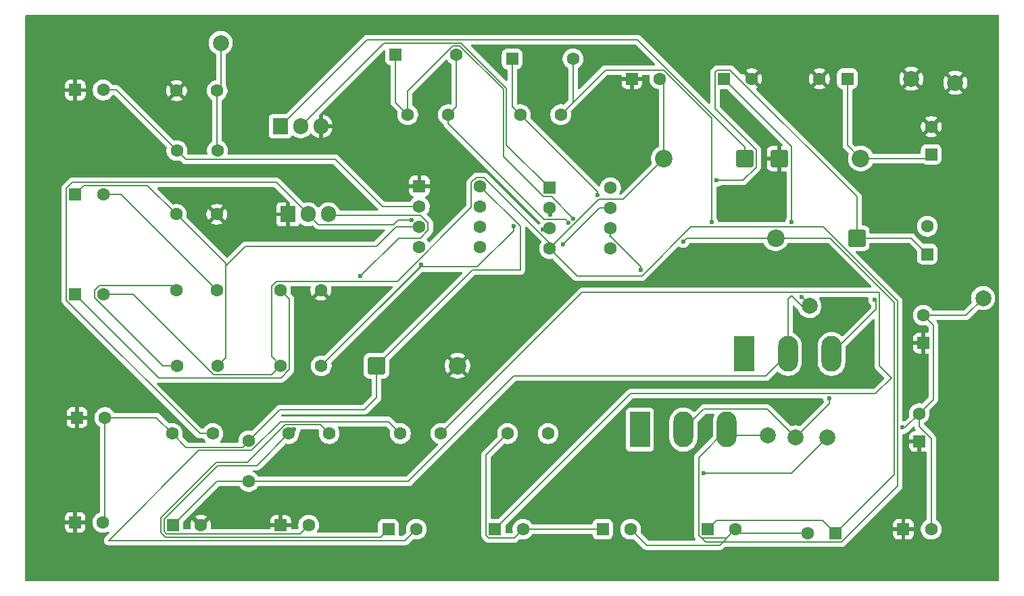
<source format=gbr>
%TF.GenerationSoftware,KiCad,Pcbnew,9.0.4*%
%TF.CreationDate,2025-10-02T23:38:02+05:30*%
%TF.ProjectId,Class_D Amplifier,436c6173-735f-4442-9041-6d706c696669,rev?*%
%TF.SameCoordinates,Original*%
%TF.FileFunction,Copper,L1,Top*%
%TF.FilePolarity,Positive*%
%FSLAX46Y46*%
G04 Gerber Fmt 4.6, Leading zero omitted, Abs format (unit mm)*
G04 Created by KiCad (PCBNEW 9.0.4) date 2025-10-02 23:38:02*
%MOMM*%
%LPD*%
G01*
G04 APERTURE LIST*
G04 Aperture macros list*
%AMRoundRect*
0 Rectangle with rounded corners*
0 $1 Rounding radius*
0 $2 $3 $4 $5 $6 $7 $8 $9 X,Y pos of 4 corners*
0 Add a 4 corners polygon primitive as box body*
4,1,4,$2,$3,$4,$5,$6,$7,$8,$9,$2,$3,0*
0 Add four circle primitives for the rounded corners*
1,1,$1+$1,$2,$3*
1,1,$1+$1,$4,$5*
1,1,$1+$1,$6,$7*
1,1,$1+$1,$8,$9*
0 Add four rect primitives between the rounded corners*
20,1,$1+$1,$2,$3,$4,$5,0*
20,1,$1+$1,$4,$5,$6,$7,0*
20,1,$1+$1,$6,$7,$8,$9,0*
20,1,$1+$1,$8,$9,$2,$3,0*%
G04 Aperture macros list end*
%TA.AperFunction,ComponentPad*%
%ADD10RoundRect,0.250000X-0.550000X-0.550000X0.550000X-0.550000X0.550000X0.550000X-0.550000X0.550000X0*%
%TD*%
%TA.AperFunction,ComponentPad*%
%ADD11C,1.600000*%
%TD*%
%TA.AperFunction,ComponentPad*%
%ADD12RoundRect,0.250000X0.550000X-0.550000X0.550000X0.550000X-0.550000X0.550000X-0.550000X-0.550000X0*%
%TD*%
%TA.AperFunction,ComponentPad*%
%ADD13R,2.500000X4.500000*%
%TD*%
%TA.AperFunction,ComponentPad*%
%ADD14O,2.500000X4.500000*%
%TD*%
%TA.AperFunction,ComponentPad*%
%ADD15C,2.000000*%
%TD*%
%TA.AperFunction,ComponentPad*%
%ADD16RoundRect,0.249999X0.850001X0.850001X-0.850001X0.850001X-0.850001X-0.850001X0.850001X-0.850001X0*%
%TD*%
%TA.AperFunction,ComponentPad*%
%ADD17C,2.200000*%
%TD*%
%TA.AperFunction,ComponentPad*%
%ADD18R,1.905000X2.000000*%
%TD*%
%TA.AperFunction,ComponentPad*%
%ADD19O,1.905000X2.000000*%
%TD*%
%TA.AperFunction,ComponentPad*%
%ADD20RoundRect,0.249999X-0.850001X-0.850001X0.850001X-0.850001X0.850001X0.850001X-0.850001X0.850001X0*%
%TD*%
%TA.AperFunction,ComponentPad*%
%ADD21RoundRect,0.250000X0.550000X0.550000X-0.550000X0.550000X-0.550000X-0.550000X0.550000X-0.550000X0*%
%TD*%
%TA.AperFunction,ViaPad*%
%ADD22C,0.600000*%
%TD*%
%TA.AperFunction,Conductor*%
%ADD23C,0.200000*%
%TD*%
G04 APERTURE END LIST*
D10*
%TO.P,C9,1*%
%TO.N,Net-(C9-Pad1)*%
X122847349Y-118000000D03*
D11*
%TO.P,C9,2*%
%TO.N,Net-(U2-CT)*%
X126347349Y-118000000D03*
%TD*%
D10*
%TO.P,U1,1,GND*%
%TO.N,Earth*%
X113380000Y-74960000D03*
D11*
%TO.P,U1,2,+*%
%TO.N,Net-(U1-+)*%
X113380000Y-77500000D03*
%TO.P,U1,3,-*%
%TO.N,Net-(U1--)*%
X113380000Y-80040000D03*
%TO.P,U1,4,V-*%
%TO.N,Net-(D4-A)*%
X113380000Y-82580000D03*
%TO.P,U1,5,BAL*%
%TO.N,unconnected-(U1-BAL-Pad5)*%
X121000000Y-82580000D03*
%TO.P,U1,6,STRB*%
%TO.N,unconnected-(U1-STRB-Pad6)*%
X121000000Y-80040000D03*
%TO.P,U1,7*%
%TO.N,Net-(Q1-C)*%
X121000000Y-77500000D03*
%TO.P,U1,8,V+*%
%TO.N,Net-(D5-K)*%
X121000000Y-74960000D03*
%TD*%
D12*
%TO.P,C16,1*%
%TO.N,Net-(D1-K)*%
X177000000Y-83500000D03*
D11*
%TO.P,C16,2*%
%TO.N,Net-(Q2-S)*%
X177000000Y-80000000D03*
%TD*%
D10*
%TO.P,C4,1*%
%TO.N,Earth*%
X70500000Y-104000000D03*
D11*
%TO.P,C4,2*%
%TO.N,Net-(D5-K)*%
X74000000Y-104000000D03*
%TD*%
D10*
%TO.P,C21,1*%
%TO.N,Earth*%
X140000000Y-61500000D03*
D11*
%TO.P,C21,2*%
%TO.N,Net-(D6-A)*%
X143500000Y-61500000D03*
%TD*%
D13*
%TO.P,Q3,1,G*%
%TO.N,Net-(D3-A)*%
X141000000Y-105500000D03*
D14*
%TO.P,Q3,2,D*%
%TO.N,Net-(Q2-S)*%
X146450000Y-105500000D03*
%TO.P,Q3,3,S*%
%TO.N,Net-(D6-A)*%
X151900000Y-105500000D03*
%TD*%
D11*
%TO.P,R6,1*%
%TO.N,Net-(D5-K)*%
X82420000Y-106000000D03*
%TO.P,R6,2*%
%TO.N,Net-(Q1-C)*%
X87500000Y-106000000D03*
%TD*%
%TO.P,R2,1*%
%TO.N,Net-(J1-Pin_1)*%
X88080000Y-70500000D03*
%TO.P,R2,2*%
%TO.N,Net-(U1-+)*%
X83000000Y-70500000D03*
%TD*%
D10*
%TO.P,D2,1,K*%
%TO.N,Net-(D2-K)*%
X125000000Y-59000000D03*
D11*
%TO.P,D2,2,A*%
%TO.N,Net-(D2-A)*%
X132620000Y-59000000D03*
%TD*%
D10*
%TO.P,C1,1*%
%TO.N,Earth*%
X70264698Y-62920000D03*
D11*
%TO.P,C1,2*%
%TO.N,Net-(U1-+)*%
X73764698Y-62920000D03*
%TD*%
D15*
%TO.P,J2,1,Pin_1*%
%TO.N,Net-(J2-Pin_1)*%
X162250000Y-90000000D03*
%TD*%
D16*
%TO.P,D1,1,K*%
%TO.N,Net-(D1-K)*%
X168160000Y-81500000D03*
D17*
%TO.P,D1,2,A*%
%TO.N,+15*%
X158000000Y-81500000D03*
%TD*%
D11*
%TO.P,R5,1*%
%TO.N,Net-(U1--)*%
X88080000Y-97500000D03*
%TO.P,R5,2*%
%TO.N,OUT*%
X83000000Y-97500000D03*
%TD*%
%TO.P,R9,1*%
%TO.N,Net-(U2-CT)*%
X124420000Y-106000000D03*
%TO.P,R9,2*%
%TO.N,Net-(U2-RT)*%
X129500000Y-106000000D03*
%TD*%
D10*
%TO.P,C13,1*%
%TO.N,Earth*%
X174000000Y-118000000D03*
D11*
%TO.P,C13,2*%
%TO.N,OUT*%
X177500000Y-118000000D03*
%TD*%
D13*
%TO.P,Q2,1,G*%
%TO.N,Net-(D2-A)*%
X154100000Y-96000000D03*
D14*
%TO.P,Q2,2,D*%
%TO.N,Net-(J2-Pin_1)*%
X159550000Y-96000000D03*
%TO.P,Q2,3,S*%
%TO.N,Net-(Q2-S)*%
X165000000Y-96000000D03*
%TD*%
D10*
%TO.P,C10,1*%
%TO.N,Net-(U2-CT)*%
X136347349Y-118000000D03*
D11*
%TO.P,C10,2*%
%TO.N,Net-(D6-A)*%
X139847349Y-118000000D03*
%TD*%
D16*
%TO.P,D6,1,K*%
%TO.N,Net-(D6-K)*%
X154160000Y-71500000D03*
D17*
%TO.P,D6,2,A*%
%TO.N,Net-(D6-A)*%
X144000000Y-71500000D03*
%TD*%
D11*
%TO.P,R3,1*%
%TO.N,Net-(U1--)*%
X82920000Y-78500000D03*
%TO.P,R3,2*%
%TO.N,Earth*%
X88000000Y-78500000D03*
%TD*%
D10*
%TO.P,C6,1*%
%TO.N,Net-(J2-Pin_1)*%
X82500000Y-117500000D03*
D11*
%TO.P,C6,2*%
%TO.N,Earth*%
X86000000Y-117500000D03*
%TD*%
D15*
%TO.P,L1,1,1*%
%TO.N,Net-(Q2-S)*%
X160500000Y-106500000D03*
%TO.P,L1,2,2*%
%TO.N,OUT*%
X164500000Y-106500000D03*
%TD*%
D11*
%TO.P,R1,1*%
%TO.N,Earth*%
X82965000Y-63000000D03*
%TO.P,R1,2*%
%TO.N,Net-(J1-Pin_1)*%
X88045000Y-63000000D03*
%TD*%
%TO.P,R13,1*%
%TO.N,Net-(D4-A)*%
X101080000Y-97500000D03*
%TO.P,R13,2*%
%TO.N,Net-(D6-A)*%
X96000000Y-97500000D03*
%TD*%
D12*
%TO.P,C15,1*%
%TO.N,Earth*%
X176500000Y-94652651D03*
D11*
%TO.P,C15,2*%
%TO.N,OUT*%
X176500000Y-91152651D03*
%TD*%
D10*
%TO.P,C5,1*%
%TO.N,Earth*%
X70250000Y-117150000D03*
D11*
%TO.P,C5,2*%
%TO.N,Net-(D5-K)*%
X73750000Y-117150000D03*
%TD*%
D15*
%TO.P,J4,1,Pin_1*%
%TO.N,Earth*%
X175000000Y-61500000D03*
%TD*%
%TO.P,J5,1,Pin_1*%
%TO.N,Earth*%
X180500000Y-62000000D03*
%TD*%
D18*
%TO.P,Q1,1,B*%
%TO.N,Earth*%
X96920000Y-78500000D03*
D19*
%TO.P,Q1,2,C*%
%TO.N,Net-(Q1-C)*%
X99460000Y-78500000D03*
%TO.P,Q1,3,E*%
%TO.N,Net-(Q1-E)*%
X102000000Y-78500000D03*
%TD*%
D15*
%TO.P,J6,1,Pin_1*%
%TO.N,Net-(D6-A)*%
X157000000Y-106250000D03*
%TD*%
D11*
%TO.P,R8,1*%
%TO.N,Net-(C9-Pad1)*%
X116080000Y-106000000D03*
%TO.P,R8,2*%
%TO.N,Net-(C8-Pad2)*%
X111000000Y-106000000D03*
%TD*%
D20*
%TO.P,D4,1,K*%
%TO.N,Earth*%
X158500000Y-71500000D03*
D17*
%TO.P,D4,2,A*%
%TO.N,Net-(D4-A)*%
X168660000Y-71500000D03*
%TD*%
D11*
%TO.P,R10,1*%
%TO.N,Net-(D2-K)*%
X126000000Y-66000000D03*
%TO.P,R10,2*%
%TO.N,Net-(D2-A)*%
X131080000Y-66000000D03*
%TD*%
D10*
%TO.P,C7,1*%
%TO.N,Earth*%
X96000000Y-117500000D03*
D11*
%TO.P,C7,2*%
%TO.N,Net-(D6-A)*%
X99500000Y-117500000D03*
%TD*%
%TO.P,R11,1*%
%TO.N,Net-(D3-K)*%
X111920000Y-66000000D03*
%TO.P,R11,2*%
%TO.N,Net-(D3-A)*%
X117000000Y-66000000D03*
%TD*%
D18*
%TO.P,Q4,1,B*%
%TO.N,Net-(D6-K)*%
X95960000Y-67450000D03*
D19*
%TO.P,Q4,2,C*%
%TO.N,+15*%
X98500000Y-67450000D03*
%TO.P,Q4,3,E*%
%TO.N,Earth*%
X101040000Y-67450000D03*
%TD*%
D12*
%TO.P,C14,1*%
%TO.N,Earth*%
X176000000Y-107000000D03*
D11*
%TO.P,C14,2*%
%TO.N,OUT*%
X176000000Y-103500000D03*
%TD*%
D10*
%TO.P,U2,1,VCC*%
%TO.N,+15*%
X129695000Y-75190000D03*
D11*
%TO.P,U2,2,RT*%
%TO.N,Net-(U2-RT)*%
X129695000Y-77730000D03*
%TO.P,U2,3,CT*%
%TO.N,Net-(U2-CT)*%
X129695000Y-80270000D03*
%TO.P,U2,4,COM*%
%TO.N,Net-(D6-A)*%
X129695000Y-82810000D03*
%TO.P,U2,5,LO*%
%TO.N,Net-(D3-K)*%
X137315000Y-82810000D03*
%TO.P,U2,6,VS*%
%TO.N,Net-(Q2-S)*%
X137315000Y-80270000D03*
%TO.P,U2,7,HO*%
%TO.N,Net-(D2-K)*%
X137315000Y-77730000D03*
%TO.P,U2,8,VB*%
%TO.N,Net-(D1-K)*%
X137315000Y-75190000D03*
%TD*%
D20*
%TO.P,D5,1,K*%
%TO.N,Net-(D5-K)*%
X108000000Y-97500000D03*
D17*
%TO.P,D5,2,A*%
%TO.N,Earth*%
X118160000Y-97500000D03*
%TD*%
D10*
%TO.P,D3,1,K*%
%TO.N,Net-(D3-K)*%
X110380000Y-58500000D03*
D11*
%TO.P,D3,2,A*%
%TO.N,Net-(D3-A)*%
X118000000Y-58500000D03*
%TD*%
D15*
%TO.P,J1,1,Pin_1*%
%TO.N,Net-(J1-Pin_1)*%
X88500000Y-57000000D03*
%TD*%
D10*
%TO.P,C3,1*%
%TO.N,Net-(C3-Pad1)*%
X70264698Y-88500000D03*
D11*
%TO.P,C3,2*%
%TO.N,Net-(D6-A)*%
X73764698Y-88500000D03*
%TD*%
D10*
%TO.P,C2,1*%
%TO.N,Net-(U1--)*%
X70264698Y-76000000D03*
D11*
%TO.P,C2,2*%
%TO.N,Net-(C2-Pad2)*%
X73764698Y-76000000D03*
%TD*%
D10*
%TO.P,C11,1*%
%TO.N,+15*%
X149500000Y-118000000D03*
D11*
%TO.P,C11,2*%
%TO.N,Net-(D6-A)*%
X153000000Y-118000000D03*
%TD*%
D10*
%TO.P,C20,1*%
%TO.N,Net-(J2-Pin_1)*%
X151500000Y-61500000D03*
D11*
%TO.P,C20,2*%
%TO.N,Earth*%
X155000000Y-61500000D03*
%TD*%
D10*
%TO.P,C8,1*%
%TO.N,Net-(Q1-E)*%
X109500000Y-118000000D03*
D11*
%TO.P,C8,2*%
%TO.N,Net-(C8-Pad2)*%
X113000000Y-118000000D03*
%TD*%
%TO.P,R7,1*%
%TO.N,Net-(Q1-E)*%
X102080000Y-106000000D03*
%TO.P,R7,2*%
%TO.N,Net-(D6-A)*%
X97000000Y-106000000D03*
%TD*%
%TO.P,R12,1*%
%TO.N,Earth*%
X101035000Y-88000000D03*
%TO.P,R12,2*%
%TO.N,Net-(C3-Pad1)*%
X95955000Y-88000000D03*
%TD*%
%TO.P,R15,1*%
%TO.N,Net-(D5-K)*%
X92000000Y-106920000D03*
%TO.P,R15,2*%
%TO.N,Net-(J2-Pin_1)*%
X92000000Y-112000000D03*
%TD*%
D15*
%TO.P,J3,1,Pin_1*%
%TO.N,OUT*%
X184000000Y-89000000D03*
%TD*%
D12*
%TO.P,C17,1*%
%TO.N,Net-(D4-A)*%
X177500000Y-71000000D03*
D11*
%TO.P,C17,2*%
%TO.N,Earth*%
X177500000Y-67500000D03*
%TD*%
%TO.P,R4,1*%
%TO.N,OUT*%
X82920000Y-88000000D03*
%TO.P,R4,2*%
%TO.N,Net-(C2-Pad2)*%
X88000000Y-88000000D03*
%TD*%
D21*
%TO.P,C18,1*%
%TO.N,Net-(D4-A)*%
X167000000Y-61500000D03*
D11*
%TO.P,C18,2*%
%TO.N,Earth*%
X163500000Y-61500000D03*
%TD*%
D21*
%TO.P,C12,1*%
%TO.N,+15*%
X165500000Y-118500000D03*
D11*
%TO.P,C12,2*%
%TO.N,Net-(D6-A)*%
X162000000Y-118500000D03*
%TD*%
D22*
%TO.N,Net-(D6-A)*%
X97673576Y-105499000D03*
%TO.N,Net-(J2-Pin_1)*%
X161250000Y-88901000D03*
X160000000Y-79499000D03*
%TO.N,Net-(Q1-E)*%
X106000000Y-86250000D03*
%TO.N,Net-(U2-CT)*%
X128847790Y-80402210D03*
%TO.N,+15*%
X146424265Y-81924265D03*
%TO.N,OUT*%
X173902000Y-105250000D03*
X148999000Y-111000000D03*
%TO.N,Net-(D1-K)*%
X150600000Y-74250000D03*
%TO.N,Net-(Q2-S)*%
X141125735Y-85525735D03*
X164750000Y-101600000D03*
X170400000Y-89250000D03*
%TO.N,Net-(D4-A)*%
X125153071Y-79961600D03*
X113557790Y-84807790D03*
%TO.N,Net-(D2-K)*%
X131396000Y-82260849D03*
X135686714Y-76059639D03*
%TO.N,Net-(D2-A)*%
X150000000Y-79499000D03*
%TO.N,Net-(D3-A)*%
X132078235Y-79578235D03*
%TO.N,Net-(D3-K)*%
X132643923Y-79012548D03*
%TO.N,Net-(Q1-C)*%
X112386985Y-79201000D03*
%TO.N,Net-(U2-RT)*%
X129750000Y-78569000D03*
%TD*%
D23*
%TO.N,Net-(U1-+)*%
X84101000Y-71601000D02*
X102851000Y-71601000D01*
X83000000Y-70500000D02*
X84101000Y-71601000D01*
X102851000Y-71601000D02*
X108750000Y-77500000D01*
X75420000Y-62920000D02*
X83000000Y-70500000D01*
X108750000Y-77500000D02*
X113380000Y-77500000D01*
X73764698Y-62920000D02*
X75420000Y-62920000D01*
%TO.N,Net-(C2-Pad2)*%
X73764698Y-76000000D02*
X76000000Y-76000000D01*
X76000000Y-76000000D02*
X88000000Y-88000000D01*
%TO.N,Net-(U1--)*%
X79319000Y-74899000D02*
X82920000Y-78500000D01*
X110460000Y-80040000D02*
X108000000Y-82500000D01*
X89101000Y-96479000D02*
X88080000Y-97500000D01*
X82920000Y-78500000D02*
X89101000Y-84681000D01*
X113380000Y-80040000D02*
X110460000Y-80040000D01*
X89101000Y-85000000D02*
X89101000Y-96479000D01*
X71365698Y-74899000D02*
X79319000Y-74899000D01*
X70264698Y-76000000D02*
X71365698Y-74899000D01*
X89101000Y-84681000D02*
X89101000Y-85000000D01*
X91601000Y-82500000D02*
X89101000Y-85000000D01*
X108000000Y-82500000D02*
X91601000Y-82500000D01*
%TO.N,Net-(D6-A)*%
X148399000Y-118785160D02*
X148399000Y-109001000D01*
X173302000Y-112584160D02*
X173302000Y-89417800D01*
X121456050Y-73859000D02*
X120543950Y-73859000D01*
X129695000Y-82097950D02*
X121456050Y-73859000D01*
X119899000Y-77618050D02*
X110618050Y-86899000D01*
X141250000Y-86250000D02*
X133135000Y-86250000D01*
X166285160Y-119601000D02*
X173302000Y-112584160D01*
X153000000Y-118000000D02*
X151899000Y-119101000D01*
X141847349Y-120000000D02*
X151000000Y-120000000D01*
X144000000Y-71500000D02*
X144000000Y-62000000D01*
X162000000Y-118500000D02*
X153500000Y-118500000D01*
X148399000Y-118785160D02*
X149214840Y-119601000D01*
X99500000Y-117500000D02*
X98399000Y-118601000D01*
X77522950Y-88500000D02*
X87623950Y-98601000D01*
X98399000Y-118601000D02*
X81714840Y-118601000D01*
X81399000Y-118285160D02*
X81399000Y-116714840D01*
X120543950Y-73859000D02*
X119899000Y-74503950D01*
X173302000Y-89417800D02*
X163983200Y-80099000D01*
X133135000Y-86250000D02*
X129695000Y-82810000D01*
X149214840Y-119601000D02*
X166285160Y-119601000D01*
X94854000Y-96354000D02*
X96000000Y-97500000D01*
X129695000Y-82810000D02*
X135876000Y-76629000D01*
X81399000Y-116714840D02*
X88113840Y-110000000D01*
X151000000Y-120000000D02*
X153000000Y-118000000D01*
X87623950Y-98601000D02*
X94899000Y-98601000D01*
X151899000Y-119101000D02*
X148714840Y-119101000D01*
X97172576Y-106000000D02*
X97673576Y-105499000D01*
X135876000Y-76629000D02*
X138871000Y-76629000D01*
X148714840Y-119101000D02*
X148399000Y-118785160D01*
X163983200Y-80099000D02*
X147401000Y-80099000D01*
X97000000Y-106000000D02*
X97172576Y-106000000D01*
X73764698Y-88500000D02*
X77522950Y-88500000D01*
X148399000Y-109001000D02*
X151900000Y-105500000D01*
X88113840Y-110000000D02*
X93000000Y-110000000D01*
X95498950Y-86899000D02*
X94854000Y-87543950D01*
X152650000Y-106250000D02*
X151900000Y-105500000D01*
X94899000Y-98601000D02*
X96000000Y-97500000D01*
X93000000Y-110000000D02*
X97000000Y-106000000D01*
X119899000Y-74503950D02*
X119899000Y-77618050D01*
X139847349Y-118000000D02*
X141847349Y-120000000D01*
X144000000Y-62000000D02*
X143500000Y-61500000D01*
X94854000Y-87543950D02*
X94854000Y-96354000D01*
X81714840Y-118601000D02*
X81399000Y-118285160D01*
X153500000Y-118500000D02*
X153000000Y-118000000D01*
X138871000Y-76629000D02*
X144000000Y-71500000D01*
X129695000Y-82810000D02*
X129695000Y-82097950D01*
X110618050Y-86899000D02*
X95498950Y-86899000D01*
X157000000Y-106250000D02*
X152650000Y-106250000D01*
X147401000Y-80099000D02*
X141250000Y-86250000D01*
%TO.N,Net-(C3-Pad1)*%
X97101000Y-97956050D02*
X97101000Y-89146000D01*
X96055050Y-99002000D02*
X97101000Y-97956050D01*
X80766698Y-99002000D02*
X96055050Y-99002000D01*
X97101000Y-89146000D02*
X95955000Y-88000000D01*
X70264698Y-88500000D02*
X80766698Y-99002000D01*
%TO.N,Net-(D5-K)*%
X92000000Y-106920000D02*
X95920000Y-103000000D01*
X126000000Y-85500000D02*
X126000000Y-79960000D01*
X108000000Y-97500000D02*
X120000000Y-85500000D01*
X126000000Y-79960000D02*
X121000000Y-74960000D01*
X120000000Y-85500000D02*
X126000000Y-85500000D01*
X84139999Y-107719999D02*
X91200001Y-107719999D01*
X82420000Y-106000000D02*
X84139999Y-107719999D01*
X74000000Y-104000000D02*
X80420000Y-104000000D01*
X74000000Y-104000000D02*
X74000000Y-116900000D01*
X91200001Y-107719999D02*
X92000000Y-106920000D01*
X108000000Y-101500000D02*
X108000000Y-97500000D01*
X74000000Y-116900000D02*
X73750000Y-117150000D01*
X106500000Y-103000000D02*
X108000000Y-101500000D01*
X95920000Y-103000000D02*
X106500000Y-103000000D01*
X80420000Y-104000000D02*
X82420000Y-106000000D01*
%TO.N,Net-(J2-Pin_1)*%
X162250000Y-90000000D02*
X161250000Y-90000000D01*
X88000000Y-112000000D02*
X92000000Y-112000000D01*
X160000000Y-70000000D02*
X160000000Y-79499000D01*
X82500000Y-117500000D02*
X88000000Y-112000000D01*
X151500000Y-61500000D02*
X160000000Y-70000000D01*
X125199000Y-98801000D02*
X156749000Y-98801000D01*
X159976000Y-88726000D02*
X160000000Y-88702000D01*
X112000000Y-112000000D02*
X125199000Y-98801000D01*
X162250000Y-89901000D02*
X161250000Y-88901000D01*
X156749000Y-98801000D02*
X159550000Y-96000000D01*
X159550000Y-89152000D02*
X159976000Y-88726000D01*
X162250000Y-90000000D02*
X162250000Y-89901000D01*
X161250000Y-90000000D02*
X159976000Y-88726000D01*
X159550000Y-96000000D02*
X159550000Y-89152000D01*
X92000000Y-112000000D02*
X112000000Y-112000000D01*
%TO.N,Net-(C8-Pad2)*%
X85727951Y-108120999D02*
X92356051Y-108120999D01*
X92356051Y-108120999D02*
X95979050Y-104498000D01*
X111597000Y-119403000D02*
X74445950Y-119403000D01*
X113000000Y-118000000D02*
X111597000Y-119403000D01*
X95979050Y-104498000D02*
X109498000Y-104498000D01*
X74445950Y-119403000D02*
X85727951Y-108120999D01*
X109498000Y-104498000D02*
X111000000Y-106000000D01*
%TO.N,Net-(Q1-E)*%
X113498050Y-81479000D02*
X110771000Y-81479000D01*
X114481000Y-79583950D02*
X114481000Y-80496050D01*
X80998000Y-116548740D02*
X87947740Y-109599000D01*
X91843950Y-109599000D02*
X96543950Y-104899000D01*
X87947740Y-109599000D02*
X91843950Y-109599000D01*
X110771000Y-81479000D02*
X106000000Y-86250000D01*
X80998000Y-118451260D02*
X80998000Y-116548740D01*
X102101000Y-78601000D02*
X113498050Y-78601000D01*
X113498050Y-78601000D02*
X114481000Y-79583950D01*
X81548740Y-119002000D02*
X80998000Y-118451260D01*
X96543950Y-104899000D02*
X100979000Y-104899000D01*
X108498000Y-119002000D02*
X81548740Y-119002000D01*
X109500000Y-118000000D02*
X108498000Y-119002000D01*
X102000000Y-78500000D02*
X102101000Y-78601000D01*
X100979000Y-104899000D02*
X102080000Y-106000000D01*
X114481000Y-80496050D02*
X113498050Y-81479000D01*
%TO.N,Net-(U2-CT)*%
X125246349Y-119101000D02*
X122062189Y-119101000D01*
X129695000Y-80270000D02*
X128980000Y-80270000D01*
X128980000Y-80270000D02*
X128847790Y-80402210D01*
X121746349Y-118785160D02*
X121746349Y-108673651D01*
X126347349Y-118000000D02*
X136347349Y-118000000D01*
X122062189Y-119101000D02*
X121746349Y-118785160D01*
X121746349Y-108673651D02*
X124420000Y-106000000D01*
X126347349Y-118000000D02*
X125246349Y-119101000D01*
%TO.N,Net-(C9-Pad1)*%
X170500000Y-101000000D02*
X172500000Y-99000000D01*
X171000000Y-88250000D02*
X170949000Y-88301000D01*
X139847349Y-101000000D02*
X170500000Y-101000000D01*
X172500000Y-99000000D02*
X171000000Y-97500000D01*
X171000000Y-97500000D02*
X171000000Y-88250000D01*
X170949000Y-88301000D02*
X133779000Y-88301000D01*
X133779000Y-88301000D02*
X116080000Y-106000000D01*
X122847349Y-118000000D02*
X139847349Y-101000000D01*
%TO.N,+15*%
X124294730Y-69789730D02*
X124294730Y-62670580D01*
X172901000Y-89583900D02*
X164817100Y-81500000D01*
X108952000Y-56998000D02*
X98500000Y-67450000D01*
X158000000Y-81500000D02*
X146848530Y-81500000D01*
X129695000Y-75190000D02*
X124294730Y-69789730D01*
X164817100Y-81500000D02*
X158000000Y-81500000D01*
X172901000Y-111099000D02*
X172901000Y-89583900D01*
X150601000Y-116899000D02*
X163899000Y-116899000D01*
X124294730Y-62670580D02*
X118622150Y-56998000D01*
X118622150Y-56998000D02*
X108952000Y-56998000D01*
X163899000Y-116899000D02*
X165500000Y-118500000D01*
X149500000Y-118000000D02*
X150601000Y-116899000D01*
X146848530Y-81500000D02*
X146424265Y-81924265D01*
X165500000Y-118500000D02*
X172901000Y-111099000D01*
%TO.N,OUT*%
X177750000Y-101750000D02*
X176000000Y-103500000D01*
X164500000Y-106500000D02*
X160000000Y-111000000D01*
X176000000Y-105113840D02*
X176000000Y-103500000D01*
X82319000Y-87399000D02*
X82920000Y-88000000D01*
X174250000Y-105250000D02*
X173902000Y-105250000D01*
X72663698Y-88956050D02*
X72663698Y-88043950D01*
X72663698Y-88043950D02*
X73308648Y-87399000D01*
X83000000Y-97500000D02*
X81207648Y-97500000D01*
X176500000Y-91152651D02*
X177750000Y-92402651D01*
X177750000Y-92402651D02*
X177750000Y-101750000D01*
X81207648Y-97500000D02*
X72663698Y-88956050D01*
X177500000Y-106613840D02*
X176000000Y-105113840D01*
X160000000Y-111000000D02*
X148999000Y-111000000D01*
X73308648Y-87399000D02*
X82319000Y-87399000D01*
X181847349Y-91152651D02*
X184000000Y-89000000D01*
X176500000Y-91152651D02*
X181847349Y-91152651D01*
X176000000Y-103500000D02*
X174250000Y-105250000D01*
X177500000Y-118000000D02*
X177500000Y-106613840D01*
%TO.N,Net-(D1-K)*%
X168160000Y-76273840D02*
X152285160Y-60399000D01*
X153896160Y-74250000D02*
X150600000Y-74250000D01*
X150399000Y-60714840D02*
X150399000Y-65252840D01*
X150399000Y-65252840D02*
X155561000Y-70414840D01*
X155561000Y-72585160D02*
X153896160Y-74250000D01*
X155561000Y-70414840D02*
X155561000Y-72585160D01*
X150714840Y-60399000D02*
X150399000Y-60714840D01*
X152285160Y-60399000D02*
X150714840Y-60399000D01*
X168160000Y-81500000D02*
X168160000Y-76273840D01*
X168160000Y-81500000D02*
X175000000Y-81500000D01*
X175000000Y-81500000D02*
X177000000Y-83500000D01*
%TO.N,Net-(Q2-S)*%
X170599000Y-90401000D02*
X170599000Y-89449000D01*
X160500000Y-106500000D02*
X164750000Y-102250000D01*
X170599000Y-89449000D02*
X170400000Y-89250000D01*
X164750000Y-102250000D02*
X164750000Y-101600000D01*
X165000000Y-96000000D02*
X170599000Y-90401000D01*
X137312050Y-81250000D02*
X141125735Y-85063685D01*
X156949000Y-102949000D02*
X149001000Y-102949000D01*
X141125735Y-85063685D02*
X141125735Y-85525735D01*
X137315000Y-80270000D02*
X137315000Y-81185000D01*
X137250000Y-81250000D02*
X137312050Y-81250000D01*
X149001000Y-102949000D02*
X146450000Y-105500000D01*
X160500000Y-106500000D02*
X156949000Y-102949000D01*
X137315000Y-81185000D02*
X137250000Y-81250000D01*
%TO.N,Net-(D4-A)*%
X113557790Y-85022210D02*
X113557790Y-84807790D01*
X101080000Y-97500000D02*
X113481000Y-85099000D01*
X167000000Y-61500000D02*
X167000000Y-69840000D01*
X113481000Y-85099000D02*
X120626100Y-85099000D01*
X101080000Y-97500000D02*
X113557790Y-85022210D01*
X120626100Y-85099000D02*
X125153071Y-80572029D01*
X177500000Y-71000000D02*
X177250000Y-71000000D01*
X167000000Y-69840000D02*
X168660000Y-71500000D01*
X125153071Y-80572029D02*
X125153071Y-79961600D01*
X176750000Y-71500000D02*
X168660000Y-71500000D01*
X177250000Y-71000000D02*
X176750000Y-71500000D01*
%TO.N,Net-(D2-K)*%
X135686714Y-75686714D02*
X135686714Y-76059639D01*
X125000000Y-65000000D02*
X126000000Y-66000000D01*
X135926849Y-77730000D02*
X131396000Y-82260849D01*
X126000000Y-66000000D02*
X135686714Y-75686714D01*
X125000000Y-59000000D02*
X125000000Y-65000000D01*
X137315000Y-77730000D02*
X135926849Y-77730000D01*
%TO.N,Net-(D2-A)*%
X132620000Y-64460000D02*
X131080000Y-66000000D01*
X131080000Y-66000000D02*
X136681000Y-60399000D01*
X150000000Y-66442950D02*
X150000000Y-79499000D01*
X136681000Y-60399000D02*
X143956050Y-60399000D01*
X143956050Y-60399000D02*
X150000000Y-66442950D01*
X132620000Y-59000000D02*
X132620000Y-64460000D01*
%TO.N,Net-(D3-A)*%
X129037630Y-79169000D02*
X131669000Y-79169000D01*
X117000000Y-67131370D02*
X129037630Y-79169000D01*
X117000000Y-66000000D02*
X117000000Y-67131370D01*
X131669000Y-79169000D02*
X132078235Y-79578235D01*
X118000000Y-65000000D02*
X117000000Y-66000000D01*
X118000000Y-58500000D02*
X118000000Y-65000000D01*
%TO.N,Net-(D3-K)*%
X110380000Y-64460000D02*
X111920000Y-66000000D01*
X117543950Y-57399000D02*
X118456050Y-57399000D01*
X129922375Y-76291000D02*
X132643923Y-79012548D01*
X111920000Y-66000000D02*
X111920000Y-63022950D01*
X128909840Y-76291000D02*
X129922375Y-76291000D01*
X123893730Y-62836680D02*
X123893730Y-71274890D01*
X110380000Y-58500000D02*
X110380000Y-64460000D01*
X123893730Y-71274890D02*
X128909840Y-76291000D01*
X118456050Y-57399000D02*
X123893730Y-62836680D01*
X111920000Y-63022950D02*
X117543950Y-57399000D01*
%TO.N,Net-(D6-K)*%
X106813000Y-56597000D02*
X140721150Y-56597000D01*
X154160000Y-70035850D02*
X154160000Y-71500000D01*
X95960000Y-67450000D02*
X106813000Y-56597000D01*
X140721150Y-56597000D02*
X154160000Y-70035850D01*
%TO.N,Net-(J1-Pin_1)*%
X88500000Y-57000000D02*
X88500000Y-62545000D01*
X88045000Y-63000000D02*
X88045000Y-70465000D01*
X88045000Y-70465000D02*
X88080000Y-70500000D01*
X88500000Y-62545000D02*
X88045000Y-63000000D01*
%TO.N,Net-(Q1-C)*%
X110731900Y-79201000D02*
X112386985Y-79201000D01*
X99460000Y-78500000D02*
X95458000Y-74498000D01*
X69163698Y-89285160D02*
X85878538Y-106000000D01*
X110131900Y-79801000D02*
X110731900Y-79201000D01*
X69880538Y-74498000D02*
X69163698Y-75214840D01*
X99460000Y-78500000D02*
X100761000Y-79801000D01*
X95458000Y-74498000D02*
X69880538Y-74498000D01*
X69163698Y-75214840D02*
X69163698Y-89285160D01*
X100761000Y-79801000D02*
X110131900Y-79801000D01*
X85878538Y-106000000D02*
X87500000Y-106000000D01*
%TO.N,Net-(U2-RT)*%
X129695000Y-77730000D02*
X129695000Y-78514000D01*
X129695000Y-78514000D02*
X129750000Y-78569000D01*
%TO.N,unconnected-(U1-BAL-Pad5)*%
X121000000Y-82580000D02*
X121000000Y-82500000D01*
%TD*%
%TA.AperFunction,Conductor*%
%TO.N,Earth*%
G36*
X126805703Y-80058334D02*
G01*
X126812181Y-80064366D01*
X128631329Y-81883514D01*
X128664814Y-81944837D01*
X128659830Y-82014529D01*
X128643967Y-82044080D01*
X128582712Y-82128390D01*
X128489781Y-82310776D01*
X128426522Y-82505465D01*
X128394500Y-82707648D01*
X128394500Y-82912351D01*
X128426522Y-83114534D01*
X128489781Y-83309223D01*
X128582715Y-83491613D01*
X128703028Y-83657213D01*
X128847786Y-83801971D01*
X128987646Y-83903583D01*
X129013390Y-83922287D01*
X129129607Y-83981503D01*
X129195776Y-84015218D01*
X129195778Y-84015218D01*
X129195781Y-84015220D01*
X129300137Y-84049127D01*
X129390465Y-84078477D01*
X129491557Y-84094488D01*
X129592648Y-84110500D01*
X129592649Y-84110500D01*
X129797351Y-84110500D01*
X129797352Y-84110500D01*
X129999534Y-84078477D01*
X130013842Y-84073827D01*
X130083682Y-84071831D01*
X130139841Y-84104076D01*
X132766284Y-86730520D01*
X132766286Y-86730521D01*
X132766290Y-86730524D01*
X132903209Y-86809573D01*
X132903216Y-86809577D01*
X133055943Y-86850501D01*
X133055945Y-86850501D01*
X133221654Y-86850501D01*
X133221670Y-86850500D01*
X141163331Y-86850500D01*
X141163347Y-86850501D01*
X141170943Y-86850501D01*
X141329054Y-86850501D01*
X141329057Y-86850501D01*
X141481785Y-86809577D01*
X141531904Y-86780639D01*
X141618716Y-86730520D01*
X141730520Y-86618716D01*
X141730520Y-86618714D01*
X141740728Y-86608507D01*
X141740730Y-86608504D01*
X145775602Y-82573631D01*
X145836923Y-82540148D01*
X145906615Y-82545132D01*
X145932170Y-82558211D01*
X146045086Y-82633659D01*
X146045088Y-82633660D01*
X146045092Y-82633662D01*
X146162642Y-82682352D01*
X146190768Y-82694002D01*
X146325455Y-82720793D01*
X146345418Y-82724764D01*
X146345421Y-82724765D01*
X146345423Y-82724765D01*
X146503109Y-82724765D01*
X146503110Y-82724764D01*
X146657762Y-82694002D01*
X146803444Y-82633659D01*
X146934554Y-82546054D01*
X147046054Y-82434554D01*
X147133659Y-82303444D01*
X147186015Y-82177044D01*
X147229853Y-82122645D01*
X147296147Y-82100579D01*
X147300574Y-82100500D01*
X156433700Y-82100500D01*
X156500739Y-82120185D01*
X156544184Y-82168204D01*
X156616828Y-82310776D01*
X156631132Y-82338848D01*
X156779201Y-82542649D01*
X156779205Y-82542654D01*
X156957345Y-82720794D01*
X156957350Y-82720798D01*
X157135117Y-82849952D01*
X157161155Y-82868870D01*
X157304184Y-82941747D01*
X157385616Y-82983239D01*
X157385618Y-82983239D01*
X157385621Y-82983241D01*
X157625215Y-83061090D01*
X157874038Y-83100500D01*
X157874039Y-83100500D01*
X158125961Y-83100500D01*
X158125962Y-83100500D01*
X158374785Y-83061090D01*
X158614379Y-82983241D01*
X158838845Y-82868870D01*
X159042656Y-82720793D01*
X159220793Y-82542656D01*
X159368870Y-82338845D01*
X159455815Y-82168204D01*
X159503789Y-82117409D01*
X159566300Y-82100500D01*
X164517003Y-82100500D01*
X164584042Y-82120185D01*
X164604684Y-82136819D01*
X169956684Y-87488819D01*
X169990169Y-87550142D01*
X169985185Y-87619834D01*
X169943313Y-87675767D01*
X169877849Y-87700184D01*
X169869003Y-87700500D01*
X133865669Y-87700500D01*
X133865653Y-87700499D01*
X133858057Y-87700499D01*
X133699943Y-87700499D01*
X133639638Y-87716658D01*
X133547216Y-87741422D01*
X133501673Y-87767717D01*
X133501672Y-87767716D01*
X133410287Y-87820477D01*
X133410282Y-87820481D01*
X133298478Y-87932286D01*
X116524842Y-104705921D01*
X116463519Y-104739406D01*
X116398848Y-104736173D01*
X116384534Y-104731522D01*
X116209995Y-104703878D01*
X116182352Y-104699500D01*
X115977648Y-104699500D01*
X115957463Y-104702697D01*
X115775465Y-104731522D01*
X115580776Y-104794781D01*
X115398386Y-104887715D01*
X115232786Y-105008028D01*
X115088028Y-105152786D01*
X114967715Y-105318386D01*
X114874781Y-105500776D01*
X114811522Y-105695465D01*
X114779500Y-105897648D01*
X114779500Y-106102351D01*
X114811522Y-106304534D01*
X114874781Y-106499223D01*
X114967715Y-106681613D01*
X115088028Y-106847213D01*
X115232786Y-106991971D01*
X115348439Y-107075996D01*
X115398390Y-107112287D01*
X115481030Y-107154394D01*
X115580776Y-107205218D01*
X115580778Y-107205218D01*
X115580781Y-107205220D01*
X115649383Y-107227510D01*
X115663645Y-107232144D01*
X115721320Y-107271582D01*
X115748518Y-107335941D01*
X115736603Y-107404787D01*
X115713007Y-107437756D01*
X111787584Y-111363181D01*
X111726261Y-111396666D01*
X111699903Y-111399500D01*
X93229602Y-111399500D01*
X93162563Y-111379815D01*
X93119117Y-111331795D01*
X93112284Y-111318385D01*
X92991971Y-111152786D01*
X92847213Y-111008028D01*
X92681613Y-110887715D01*
X92681612Y-110887714D01*
X92681610Y-110887713D01*
X92578126Y-110834985D01*
X92527330Y-110787010D01*
X92510535Y-110719189D01*
X92533073Y-110653054D01*
X92587788Y-110609603D01*
X92634421Y-110600500D01*
X92913331Y-110600500D01*
X92913347Y-110600501D01*
X92920943Y-110600501D01*
X93079054Y-110600501D01*
X93079057Y-110600501D01*
X93231785Y-110559577D01*
X93281904Y-110530639D01*
X93368716Y-110480520D01*
X93480520Y-110368716D01*
X93480520Y-110368714D01*
X93490728Y-110358507D01*
X93490730Y-110358504D01*
X96555158Y-107294075D01*
X96616479Y-107260592D01*
X96681151Y-107263825D01*
X96695466Y-107268477D01*
X96897648Y-107300500D01*
X96897649Y-107300500D01*
X97102351Y-107300500D01*
X97102352Y-107300500D01*
X97304534Y-107268477D01*
X97499219Y-107205220D01*
X97681610Y-107112287D01*
X97809067Y-107019685D01*
X97847213Y-106991971D01*
X97847215Y-106991968D01*
X97847219Y-106991966D01*
X97991966Y-106847219D01*
X97991968Y-106847215D01*
X97991971Y-106847213D01*
X98062599Y-106750000D01*
X98112287Y-106681610D01*
X98205220Y-106499219D01*
X98268477Y-106304534D01*
X98300500Y-106102352D01*
X98300500Y-106039218D01*
X98320185Y-105972179D01*
X98321398Y-105970327D01*
X98328706Y-105959390D01*
X98382970Y-105878179D01*
X98443313Y-105732497D01*
X98453526Y-105681155D01*
X98469807Y-105599308D01*
X98502192Y-105537397D01*
X98562908Y-105502823D01*
X98591424Y-105499500D01*
X100678903Y-105499500D01*
X100708343Y-105508144D01*
X100738330Y-105514668D01*
X100743345Y-105518422D01*
X100745942Y-105519185D01*
X100766584Y-105535819D01*
X100785922Y-105555157D01*
X100819407Y-105616480D01*
X100816173Y-105681155D01*
X100811522Y-105695468D01*
X100779500Y-105897648D01*
X100779500Y-106102351D01*
X100811522Y-106304534D01*
X100874781Y-106499223D01*
X100967715Y-106681613D01*
X101088028Y-106847213D01*
X101232786Y-106991971D01*
X101348439Y-107075996D01*
X101398390Y-107112287D01*
X101481030Y-107154394D01*
X101580776Y-107205218D01*
X101580778Y-107205218D01*
X101580781Y-107205220D01*
X101649383Y-107227510D01*
X101775465Y-107268477D01*
X101822212Y-107275881D01*
X101977648Y-107300500D01*
X101977649Y-107300500D01*
X102182351Y-107300500D01*
X102182352Y-107300500D01*
X102384534Y-107268477D01*
X102579219Y-107205220D01*
X102761610Y-107112287D01*
X102889067Y-107019685D01*
X102927213Y-106991971D01*
X102927215Y-106991968D01*
X102927219Y-106991966D01*
X103071966Y-106847219D01*
X103071968Y-106847215D01*
X103071971Y-106847213D01*
X103142599Y-106750000D01*
X103192287Y-106681610D01*
X103285220Y-106499219D01*
X103348477Y-106304534D01*
X103380500Y-106102352D01*
X103380500Y-105897648D01*
X103366256Y-105807715D01*
X103348477Y-105695465D01*
X103297117Y-105537397D01*
X103285220Y-105500781D01*
X103285218Y-105500778D01*
X103285218Y-105500776D01*
X103223585Y-105379815D01*
X103192287Y-105318390D01*
X103192284Y-105318386D01*
X103175573Y-105295384D01*
X103152094Y-105229578D01*
X103167920Y-105161524D01*
X103218026Y-105112830D01*
X103275892Y-105098500D01*
X109197903Y-105098500D01*
X109264942Y-105118185D01*
X109285583Y-105134818D01*
X109705923Y-105555158D01*
X109739407Y-105616480D01*
X109736173Y-105681155D01*
X109731522Y-105695468D01*
X109699500Y-105897648D01*
X109699500Y-106102351D01*
X109731522Y-106304534D01*
X109794781Y-106499223D01*
X109887715Y-106681613D01*
X110008028Y-106847213D01*
X110152786Y-106991971D01*
X110268439Y-107075996D01*
X110318390Y-107112287D01*
X110401030Y-107154394D01*
X110500776Y-107205218D01*
X110500778Y-107205218D01*
X110500781Y-107205220D01*
X110569383Y-107227510D01*
X110695465Y-107268477D01*
X110742212Y-107275881D01*
X110897648Y-107300500D01*
X110897649Y-107300500D01*
X111102351Y-107300500D01*
X111102352Y-107300500D01*
X111304534Y-107268477D01*
X111499219Y-107205220D01*
X111681610Y-107112287D01*
X111809067Y-107019685D01*
X111847213Y-106991971D01*
X111847215Y-106991968D01*
X111847219Y-106991966D01*
X111991966Y-106847219D01*
X111991968Y-106847215D01*
X111991971Y-106847213D01*
X112062599Y-106750000D01*
X112112287Y-106681610D01*
X112205220Y-106499219D01*
X112268477Y-106304534D01*
X112300500Y-106102352D01*
X112300500Y-105897648D01*
X112286256Y-105807715D01*
X112268477Y-105695465D01*
X112217117Y-105537397D01*
X112205220Y-105500781D01*
X112205218Y-105500778D01*
X112205218Y-105500776D01*
X112156595Y-105405350D01*
X112112287Y-105318390D01*
X112051235Y-105234358D01*
X111991971Y-105152786D01*
X111847213Y-105008028D01*
X111681613Y-104887715D01*
X111681612Y-104887714D01*
X111681610Y-104887713D01*
X111605000Y-104848678D01*
X111499223Y-104794781D01*
X111304534Y-104731522D01*
X111129995Y-104703878D01*
X111102352Y-104699500D01*
X110897648Y-104699500D01*
X110857211Y-104705904D01*
X110695462Y-104731523D01*
X110695460Y-104731523D01*
X110681149Y-104736173D01*
X110611308Y-104738164D01*
X110555157Y-104705921D01*
X109985590Y-104136355D01*
X109985588Y-104136352D01*
X109866717Y-104017481D01*
X109866716Y-104017480D01*
X109779904Y-103967360D01*
X109779904Y-103967359D01*
X109779900Y-103967358D01*
X109729785Y-103938423D01*
X109577057Y-103897499D01*
X109418943Y-103897499D01*
X109411347Y-103897499D01*
X109411331Y-103897500D01*
X96171097Y-103897500D01*
X96149851Y-103891261D01*
X96127763Y-103889682D01*
X96116979Y-103881609D01*
X96104058Y-103877815D01*
X96089558Y-103861081D01*
X96071830Y-103847810D01*
X96067122Y-103835189D01*
X96058303Y-103825011D01*
X96055151Y-103803093D01*
X96047413Y-103782346D01*
X96050275Y-103769185D01*
X96048359Y-103755853D01*
X96057558Y-103735709D01*
X96062265Y-103714073D01*
X96075533Y-103696347D01*
X96077384Y-103692297D01*
X96083416Y-103685819D01*
X96132416Y-103636819D01*
X96193739Y-103603334D01*
X96220097Y-103600500D01*
X106413331Y-103600500D01*
X106413347Y-103600501D01*
X106420943Y-103600501D01*
X106579054Y-103600501D01*
X106579057Y-103600501D01*
X106731785Y-103559577D01*
X106781904Y-103530639D01*
X106868716Y-103480520D01*
X106980520Y-103368716D01*
X106980520Y-103368714D01*
X106990728Y-103358507D01*
X106990730Y-103358504D01*
X108358506Y-101990728D01*
X108358511Y-101990724D01*
X108368714Y-101980520D01*
X108368716Y-101980520D01*
X108480520Y-101868716D01*
X108559577Y-101731784D01*
X108594754Y-101600501D01*
X108600500Y-101579058D01*
X108600500Y-101420943D01*
X108600500Y-99224500D01*
X108620185Y-99157461D01*
X108672989Y-99111706D01*
X108724500Y-99100500D01*
X108900005Y-99100500D01*
X108900010Y-99100500D01*
X109002798Y-99089999D01*
X109169335Y-99034814D01*
X109318656Y-98942712D01*
X109442712Y-98818656D01*
X109534814Y-98669335D01*
X109589999Y-98502798D01*
X109600500Y-98400010D01*
X109600500Y-97374071D01*
X116560000Y-97374071D01*
X116560000Y-97625928D01*
X116599397Y-97874669D01*
X116677219Y-98114184D01*
X116791557Y-98338583D01*
X116865748Y-98440697D01*
X116865748Y-98440698D01*
X117636212Y-97670234D01*
X117647482Y-97712292D01*
X117719890Y-97837708D01*
X117822292Y-97940110D01*
X117947708Y-98012518D01*
X117989765Y-98023787D01*
X117219300Y-98794250D01*
X117321416Y-98868442D01*
X117545815Y-98982780D01*
X117785330Y-99060602D01*
X118034072Y-99100000D01*
X118285928Y-99100000D01*
X118534669Y-99060602D01*
X118774184Y-98982780D01*
X118998575Y-98868446D01*
X118998581Y-98868442D01*
X119100697Y-98794250D01*
X119100698Y-98794250D01*
X118330234Y-98023787D01*
X118372292Y-98012518D01*
X118497708Y-97940110D01*
X118600110Y-97837708D01*
X118672518Y-97712292D01*
X118683787Y-97670234D01*
X119454250Y-98440698D01*
X119454250Y-98440697D01*
X119528442Y-98338581D01*
X119528446Y-98338575D01*
X119642780Y-98114184D01*
X119720602Y-97874669D01*
X119760000Y-97625928D01*
X119760000Y-97374071D01*
X119720602Y-97125330D01*
X119642780Y-96885815D01*
X119528442Y-96661416D01*
X119454250Y-96559301D01*
X119454250Y-96559300D01*
X118683787Y-97329764D01*
X118672518Y-97287708D01*
X118600110Y-97162292D01*
X118497708Y-97059890D01*
X118372292Y-96987482D01*
X118330232Y-96976212D01*
X119100698Y-96205748D01*
X118998583Y-96131557D01*
X118774184Y-96017219D01*
X118534669Y-95939397D01*
X118285928Y-95900000D01*
X118034072Y-95900000D01*
X117785330Y-95939397D01*
X117545815Y-96017219D01*
X117321413Y-96131559D01*
X117219301Y-96205747D01*
X117219300Y-96205748D01*
X117989765Y-96976212D01*
X117947708Y-96987482D01*
X117822292Y-97059890D01*
X117719890Y-97162292D01*
X117647482Y-97287708D01*
X117636212Y-97329765D01*
X116865748Y-96559300D01*
X116865747Y-96559301D01*
X116791559Y-96661413D01*
X116677219Y-96885815D01*
X116599397Y-97125330D01*
X116560000Y-97374071D01*
X109600500Y-97374071D01*
X109600500Y-96800097D01*
X109620185Y-96733058D01*
X109636819Y-96712416D01*
X110183908Y-96165327D01*
X114958668Y-91390568D01*
X120212417Y-86136819D01*
X120273740Y-86103334D01*
X120300098Y-86100500D01*
X126079055Y-86100500D01*
X126079057Y-86100500D01*
X126231784Y-86059577D01*
X126368716Y-85980520D01*
X126480520Y-85868716D01*
X126559577Y-85731784D01*
X126600500Y-85579057D01*
X126600500Y-80152047D01*
X126620185Y-80085008D01*
X126672989Y-80039253D01*
X126742147Y-80029309D01*
X126805703Y-80058334D01*
G37*
%TD.AperFunction*%
%TA.AperFunction,Conductor*%
G36*
X118718941Y-85719185D02*
G01*
X118764696Y-85771989D01*
X118774640Y-85841147D01*
X118745615Y-85904703D01*
X118739583Y-85911181D01*
X108787584Y-95863181D01*
X108726261Y-95896666D01*
X108699903Y-95899500D01*
X107099982Y-95899500D01*
X106997203Y-95910000D01*
X106997202Y-95910001D01*
X106914669Y-95937349D01*
X106830667Y-95965185D01*
X106830662Y-95965187D01*
X106681342Y-96057289D01*
X106557289Y-96181342D01*
X106465187Y-96330662D01*
X106465185Y-96330667D01*
X106437349Y-96414669D01*
X106410001Y-96497202D01*
X106410001Y-96497203D01*
X106410000Y-96497203D01*
X106399500Y-96599982D01*
X106399500Y-98400017D01*
X106410000Y-98502796D01*
X106433379Y-98573349D01*
X106465186Y-98669335D01*
X106557288Y-98818656D01*
X106681344Y-98942712D01*
X106830665Y-99034814D01*
X106997202Y-99089999D01*
X107099990Y-99100500D01*
X107275500Y-99100500D01*
X107342539Y-99120185D01*
X107388294Y-99172989D01*
X107399500Y-99224500D01*
X107399500Y-101199903D01*
X107379815Y-101266942D01*
X107363181Y-101287584D01*
X106287584Y-102363181D01*
X106226261Y-102396666D01*
X106199903Y-102399500D01*
X95840943Y-102399500D01*
X95688214Y-102440423D01*
X95663917Y-102454451D01*
X95639619Y-102468480D01*
X95639618Y-102468480D01*
X95551290Y-102519475D01*
X95551282Y-102519481D01*
X95439478Y-102631286D01*
X92444842Y-105625921D01*
X92383519Y-105659406D01*
X92318848Y-105656173D01*
X92304534Y-105651522D01*
X92129995Y-105623878D01*
X92102352Y-105619500D01*
X91897648Y-105619500D01*
X91873329Y-105623351D01*
X91695465Y-105651522D01*
X91500776Y-105714781D01*
X91318386Y-105807715D01*
X91152786Y-105928028D01*
X91008028Y-106072786D01*
X90887715Y-106238386D01*
X90794781Y-106420776D01*
X90731522Y-106615465D01*
X90699500Y-106817648D01*
X90699500Y-106995499D01*
X90679815Y-107062538D01*
X90627011Y-107108293D01*
X90575500Y-107119499D01*
X88519048Y-107119499D01*
X88452009Y-107099814D01*
X88406254Y-107047010D01*
X88396310Y-106977852D01*
X88425335Y-106914296D01*
X88431367Y-106907818D01*
X88456439Y-106882746D01*
X88491966Y-106847219D01*
X88491968Y-106847215D01*
X88491971Y-106847213D01*
X88562599Y-106750000D01*
X88612287Y-106681610D01*
X88705220Y-106499219D01*
X88768477Y-106304534D01*
X88800500Y-106102352D01*
X88800500Y-105897648D01*
X88786256Y-105807715D01*
X88768477Y-105695465D01*
X88717117Y-105537397D01*
X88705220Y-105500781D01*
X88705218Y-105500778D01*
X88705218Y-105500776D01*
X88656595Y-105405350D01*
X88612287Y-105318390D01*
X88551235Y-105234358D01*
X88491971Y-105152786D01*
X88347213Y-105008028D01*
X88181613Y-104887715D01*
X88181612Y-104887714D01*
X88181610Y-104887713D01*
X88105000Y-104848678D01*
X87999223Y-104794781D01*
X87804534Y-104731522D01*
X87629995Y-104703878D01*
X87602352Y-104699500D01*
X87397648Y-104699500D01*
X87377463Y-104702697D01*
X87195465Y-104731522D01*
X87000776Y-104794781D01*
X86818386Y-104887715D01*
X86652786Y-105008028D01*
X86508028Y-105152786D01*
X86387715Y-105318385D01*
X86380883Y-105331795D01*
X86370433Y-105342859D01*
X86364111Y-105356703D01*
X86346931Y-105367743D01*
X86332909Y-105382591D01*
X86317227Y-105386832D01*
X86305333Y-105394477D01*
X86270398Y-105399500D01*
X86178635Y-105399500D01*
X86111596Y-105379815D01*
X86090954Y-105363181D01*
X80526698Y-99798925D01*
X80493213Y-99737602D01*
X80498197Y-99667910D01*
X80540069Y-99611977D01*
X80605533Y-99587560D01*
X80646467Y-99591468D01*
X80687641Y-99602501D01*
X80687644Y-99602501D01*
X80853351Y-99602501D01*
X80853367Y-99602500D01*
X95968381Y-99602500D01*
X95968397Y-99602501D01*
X95975993Y-99602501D01*
X96134104Y-99602501D01*
X96134107Y-99602501D01*
X96286835Y-99561577D01*
X96336954Y-99532639D01*
X96423766Y-99482520D01*
X96535570Y-99370716D01*
X96535570Y-99370714D01*
X96545778Y-99360507D01*
X96545779Y-99360504D01*
X97581520Y-98324766D01*
X97660577Y-98187834D01*
X97701501Y-98035107D01*
X97701501Y-97876992D01*
X97701501Y-97869397D01*
X97701500Y-97869379D01*
X97701500Y-89236550D01*
X97701500Y-89225061D01*
X97701501Y-89225058D01*
X97701501Y-89066943D01*
X97660577Y-88914216D01*
X97654872Y-88904334D01*
X97581524Y-88777290D01*
X97581518Y-88777282D01*
X97249077Y-88444841D01*
X97215592Y-88383518D01*
X97218827Y-88318842D01*
X97223477Y-88304534D01*
X97255500Y-88102352D01*
X97255500Y-87897648D01*
X97223477Y-87695466D01*
X97223475Y-87695460D01*
X97223475Y-87695457D01*
X97212545Y-87661817D01*
X97210550Y-87591976D01*
X97246631Y-87532144D01*
X97309332Y-87501316D01*
X97330476Y-87499500D01*
X99660049Y-87499500D01*
X99727088Y-87519185D01*
X99772843Y-87571989D01*
X99782787Y-87641147D01*
X99777980Y-87661817D01*
X99767011Y-87695574D01*
X99767010Y-87695581D01*
X99735000Y-87897682D01*
X99735000Y-88102317D01*
X99767009Y-88304417D01*
X99830244Y-88499031D01*
X99923141Y-88681350D01*
X99923147Y-88681359D01*
X99955523Y-88725921D01*
X99955524Y-88725922D01*
X100635000Y-88046446D01*
X100635000Y-88052661D01*
X100662259Y-88154394D01*
X100714920Y-88245606D01*
X100789394Y-88320080D01*
X100880606Y-88372741D01*
X100982339Y-88400000D01*
X100988553Y-88400000D01*
X100309076Y-89079474D01*
X100353650Y-89111859D01*
X100535968Y-89204755D01*
X100730582Y-89267990D01*
X100932683Y-89300000D01*
X101137317Y-89300000D01*
X101339417Y-89267990D01*
X101534031Y-89204755D01*
X101716349Y-89111859D01*
X101760921Y-89079474D01*
X101081447Y-88400000D01*
X101087661Y-88400000D01*
X101189394Y-88372741D01*
X101280606Y-88320080D01*
X101355080Y-88245606D01*
X101407741Y-88154394D01*
X101435000Y-88052661D01*
X101435000Y-88046447D01*
X102114474Y-88725921D01*
X102146859Y-88681349D01*
X102239755Y-88499031D01*
X102302990Y-88304417D01*
X102335000Y-88102317D01*
X102335000Y-87897682D01*
X102302989Y-87695581D01*
X102302988Y-87695574D01*
X102292020Y-87661817D01*
X102290025Y-87591976D01*
X102326106Y-87532144D01*
X102388807Y-87501316D01*
X102409951Y-87499500D01*
X109931903Y-87499500D01*
X109998942Y-87519185D01*
X110044697Y-87571989D01*
X110054641Y-87641147D01*
X110025616Y-87704703D01*
X110019584Y-87711181D01*
X101524842Y-96205921D01*
X101463519Y-96239406D01*
X101398848Y-96236173D01*
X101384534Y-96231522D01*
X101209995Y-96203878D01*
X101182352Y-96199500D01*
X100977648Y-96199500D01*
X100953329Y-96203351D01*
X100775465Y-96231522D01*
X100580776Y-96294781D01*
X100398386Y-96387715D01*
X100232786Y-96508028D01*
X100088028Y-96652786D01*
X99967715Y-96818386D01*
X99874781Y-97000776D01*
X99811522Y-97195465D01*
X99779500Y-97397648D01*
X99779500Y-97602351D01*
X99811522Y-97804534D01*
X99874781Y-97999223D01*
X99926385Y-98100500D01*
X99958832Y-98164181D01*
X99967715Y-98181613D01*
X100088028Y-98347213D01*
X100232786Y-98491971D01*
X100387749Y-98604556D01*
X100398390Y-98612287D01*
X100494303Y-98661157D01*
X100580776Y-98705218D01*
X100580778Y-98705218D01*
X100580781Y-98705220D01*
X100627950Y-98720546D01*
X100775465Y-98768477D01*
X100876557Y-98784488D01*
X100977648Y-98800500D01*
X100977649Y-98800500D01*
X101182351Y-98800500D01*
X101182352Y-98800500D01*
X101384534Y-98768477D01*
X101579219Y-98705220D01*
X101761610Y-98612287D01*
X101854590Y-98544732D01*
X101927213Y-98491971D01*
X101927215Y-98491968D01*
X101927219Y-98491966D01*
X102071966Y-98347219D01*
X102071968Y-98347215D01*
X102071971Y-98347213D01*
X102127807Y-98270360D01*
X102192287Y-98181610D01*
X102285220Y-97999219D01*
X102348477Y-97804534D01*
X102380500Y-97602352D01*
X102380500Y-97397648D01*
X102348477Y-97195466D01*
X102343825Y-97181151D01*
X102341832Y-97111312D01*
X102374075Y-97055158D01*
X113693416Y-85735819D01*
X113754739Y-85702334D01*
X113781097Y-85699500D01*
X118651902Y-85699500D01*
X118718941Y-85719185D01*
G37*
%TD.AperFunction*%
%TA.AperFunction,Conductor*%
G36*
X95224942Y-75118185D02*
G01*
X95245583Y-75134818D01*
X97133681Y-77022917D01*
X97167166Y-77084239D01*
X97170000Y-77110597D01*
X97170000Y-78009252D01*
X97132292Y-77987482D01*
X96992409Y-77950000D01*
X96847591Y-77950000D01*
X96707708Y-77987482D01*
X96670000Y-78009252D01*
X96670000Y-77000000D01*
X95919655Y-77000000D01*
X95860127Y-77006401D01*
X95860120Y-77006403D01*
X95725413Y-77056645D01*
X95725406Y-77056649D01*
X95610312Y-77142809D01*
X95610309Y-77142812D01*
X95524149Y-77257906D01*
X95524145Y-77257913D01*
X95473903Y-77392620D01*
X95473901Y-77392627D01*
X95467500Y-77452155D01*
X95467500Y-78250000D01*
X96429252Y-78250000D01*
X96407482Y-78287708D01*
X96370000Y-78427591D01*
X96370000Y-78572409D01*
X96407482Y-78712292D01*
X96429252Y-78750000D01*
X95467500Y-78750000D01*
X95467500Y-79547844D01*
X95473901Y-79607372D01*
X95473903Y-79607379D01*
X95524145Y-79742086D01*
X95524149Y-79742093D01*
X95610309Y-79857187D01*
X95610312Y-79857190D01*
X95725406Y-79943350D01*
X95725413Y-79943354D01*
X95860120Y-79993596D01*
X95860127Y-79993598D01*
X95919655Y-79999999D01*
X95919672Y-80000000D01*
X96670000Y-80000000D01*
X96670000Y-78990747D01*
X96707708Y-79012518D01*
X96847591Y-79050000D01*
X96992409Y-79050000D01*
X97132292Y-79012518D01*
X97170000Y-78990747D01*
X97170000Y-80000000D01*
X97920328Y-80000000D01*
X97920344Y-79999999D01*
X97979872Y-79993598D01*
X97979879Y-79993596D01*
X98114586Y-79943354D01*
X98114593Y-79943350D01*
X98229687Y-79857190D01*
X98229690Y-79857187D01*
X98315850Y-79742093D01*
X98315854Y-79742086D01*
X98326272Y-79714155D01*
X98368143Y-79658221D01*
X98433607Y-79633804D01*
X98501880Y-79648655D01*
X98515331Y-79657164D01*
X98698462Y-79790217D01*
X98866532Y-79875853D01*
X98902244Y-79894049D01*
X99119751Y-79964721D01*
X99119752Y-79964721D01*
X99119755Y-79964722D01*
X99345646Y-80000500D01*
X99345647Y-80000500D01*
X99574353Y-80000500D01*
X99574354Y-80000500D01*
X99800245Y-79964722D01*
X99935720Y-79920702D01*
X100005560Y-79918708D01*
X100061718Y-79950953D01*
X100276139Y-80165374D01*
X100276149Y-80165385D01*
X100280479Y-80169715D01*
X100280480Y-80169716D01*
X100392284Y-80281520D01*
X100464395Y-80323153D01*
X100529215Y-80360577D01*
X100681943Y-80401501D01*
X100681946Y-80401501D01*
X100847653Y-80401501D01*
X100847669Y-80401500D01*
X108949903Y-80401500D01*
X109016942Y-80421185D01*
X109062697Y-80473989D01*
X109072641Y-80543147D01*
X109043616Y-80606703D01*
X109037584Y-80613181D01*
X107787584Y-81863181D01*
X107726261Y-81896666D01*
X107699903Y-81899500D01*
X91687669Y-81899500D01*
X91687653Y-81899499D01*
X91680057Y-81899499D01*
X91521943Y-81899499D01*
X91414587Y-81928265D01*
X91369210Y-81940424D01*
X91369209Y-81940425D01*
X91330491Y-81962780D01*
X91330490Y-81962781D01*
X91232287Y-82019477D01*
X91232282Y-82019481D01*
X91120478Y-82131286D01*
X89348180Y-83903583D01*
X89286857Y-83937068D01*
X89217165Y-83932084D01*
X89172818Y-83903583D01*
X84214077Y-78944842D01*
X84180592Y-78883519D01*
X84183828Y-78818841D01*
X84188477Y-78804534D01*
X84220500Y-78602352D01*
X84220500Y-78397682D01*
X86700000Y-78397682D01*
X86700000Y-78602317D01*
X86732009Y-78804417D01*
X86795244Y-78999031D01*
X86888141Y-79181350D01*
X86888147Y-79181359D01*
X86920523Y-79225921D01*
X86920524Y-79225922D01*
X87600000Y-78546446D01*
X87600000Y-78552661D01*
X87627259Y-78654394D01*
X87679920Y-78745606D01*
X87754394Y-78820080D01*
X87845606Y-78872741D01*
X87947339Y-78900000D01*
X87953553Y-78900000D01*
X87274076Y-79579474D01*
X87318650Y-79611859D01*
X87500968Y-79704755D01*
X87695582Y-79767990D01*
X87897683Y-79800000D01*
X88102317Y-79800000D01*
X88304417Y-79767990D01*
X88499031Y-79704755D01*
X88681349Y-79611859D01*
X88725921Y-79579474D01*
X88046447Y-78900000D01*
X88052661Y-78900000D01*
X88154394Y-78872741D01*
X88245606Y-78820080D01*
X88320080Y-78745606D01*
X88372741Y-78654394D01*
X88400000Y-78552661D01*
X88400000Y-78546447D01*
X89079474Y-79225921D01*
X89111859Y-79181349D01*
X89204755Y-78999031D01*
X89267989Y-78804417D01*
X89287816Y-78679240D01*
X89287816Y-78679239D01*
X89300000Y-78602316D01*
X89300000Y-78397682D01*
X89267990Y-78195582D01*
X89204755Y-78000968D01*
X89111859Y-77818650D01*
X89079474Y-77774077D01*
X89079474Y-77774076D01*
X88400000Y-78453551D01*
X88400000Y-78447339D01*
X88372741Y-78345606D01*
X88320080Y-78254394D01*
X88245606Y-78179920D01*
X88154394Y-78127259D01*
X88052661Y-78100000D01*
X88046446Y-78100000D01*
X88725922Y-77420524D01*
X88725921Y-77420523D01*
X88681359Y-77388147D01*
X88681350Y-77388141D01*
X88499031Y-77295244D01*
X88304417Y-77232009D01*
X88102317Y-77200000D01*
X87897683Y-77200000D01*
X87695582Y-77232009D01*
X87500968Y-77295244D01*
X87318644Y-77388143D01*
X87274077Y-77420523D01*
X87274077Y-77420524D01*
X87953554Y-78100000D01*
X87947339Y-78100000D01*
X87845606Y-78127259D01*
X87754394Y-78179920D01*
X87679920Y-78254394D01*
X87627259Y-78345606D01*
X87600000Y-78447339D01*
X87600000Y-78453553D01*
X86920524Y-77774077D01*
X86920523Y-77774077D01*
X86888143Y-77818644D01*
X86795244Y-78000968D01*
X86732009Y-78195582D01*
X86700000Y-78397682D01*
X84220500Y-78397682D01*
X84220500Y-78397648D01*
X84203087Y-78287708D01*
X84188477Y-78195465D01*
X84136187Y-78034534D01*
X84125220Y-78000781D01*
X84125218Y-78000778D01*
X84125218Y-78000776D01*
X84071190Y-77894742D01*
X84032287Y-77818390D01*
X84000092Y-77774077D01*
X83911971Y-77652786D01*
X83767213Y-77508028D01*
X83601613Y-77387715D01*
X83601612Y-77387714D01*
X83601610Y-77387713D01*
X83542235Y-77357460D01*
X83419223Y-77294781D01*
X83224534Y-77231522D01*
X83049995Y-77203878D01*
X83022352Y-77199500D01*
X82817648Y-77199500D01*
X82781547Y-77205218D01*
X82615468Y-77231522D01*
X82606717Y-77234365D01*
X82601154Y-77236173D01*
X82531313Y-77238167D01*
X82475157Y-77205922D01*
X80579416Y-75310181D01*
X80545931Y-75248858D01*
X80550915Y-75179166D01*
X80592787Y-75123233D01*
X80658251Y-75098816D01*
X80667097Y-75098500D01*
X95157903Y-75098500D01*
X95224942Y-75118185D01*
G37*
%TD.AperFunction*%
%TA.AperFunction,Conductor*%
G36*
X151966941Y-62820184D02*
G01*
X151987583Y-62836818D01*
X158839084Y-69688319D01*
X158872569Y-69749642D01*
X158867585Y-69819334D01*
X158825713Y-69875267D01*
X158760249Y-69899684D01*
X158751403Y-69900000D01*
X158750000Y-69900000D01*
X158750000Y-71009252D01*
X158712292Y-70987482D01*
X158572409Y-70950000D01*
X158427591Y-70950000D01*
X158287708Y-70987482D01*
X158250000Y-71009252D01*
X158250000Y-69900000D01*
X157600028Y-69900000D01*
X157600012Y-69900001D01*
X157497303Y-69910494D01*
X157497301Y-69910494D01*
X157330880Y-69965640D01*
X157330869Y-69965645D01*
X157181659Y-70057680D01*
X157181655Y-70057683D01*
X157057683Y-70181655D01*
X157057680Y-70181659D01*
X156965645Y-70330869D01*
X156965640Y-70330880D01*
X156910494Y-70497302D01*
X156900000Y-70600013D01*
X156900000Y-71250000D01*
X158009252Y-71250000D01*
X157987482Y-71287708D01*
X157950000Y-71427591D01*
X157950000Y-71572409D01*
X157987482Y-71712292D01*
X158009252Y-71750000D01*
X156900001Y-71750000D01*
X156900001Y-72399986D01*
X156910494Y-72502696D01*
X156910494Y-72502698D01*
X156965640Y-72669119D01*
X156965645Y-72669130D01*
X157057680Y-72818340D01*
X157057683Y-72818344D01*
X157181655Y-72942316D01*
X157181659Y-72942319D01*
X157330869Y-73034354D01*
X157330880Y-73034359D01*
X157497302Y-73089505D01*
X157600019Y-73099999D01*
X158249999Y-73099999D01*
X158250000Y-73099998D01*
X158250000Y-71990747D01*
X158287708Y-72012518D01*
X158427591Y-72050000D01*
X158572409Y-72050000D01*
X158712292Y-72012518D01*
X158750000Y-71990747D01*
X158750000Y-73099999D01*
X159275500Y-73099999D01*
X159342539Y-73119684D01*
X159388294Y-73172488D01*
X159399500Y-73223999D01*
X159399500Y-78919234D01*
X159379815Y-78986273D01*
X159378602Y-78988125D01*
X159290609Y-79119814D01*
X159290602Y-79119827D01*
X159230264Y-79265498D01*
X159230261Y-79265508D01*
X159203769Y-79398692D01*
X159171384Y-79460603D01*
X159110668Y-79495177D01*
X159082152Y-79498500D01*
X150917848Y-79498500D01*
X150850809Y-79478815D01*
X150805054Y-79426011D01*
X150796231Y-79398692D01*
X150769738Y-79265508D01*
X150769737Y-79265507D01*
X150769737Y-79265503D01*
X150753342Y-79225921D01*
X150709397Y-79119827D01*
X150709390Y-79119814D01*
X150621398Y-78988125D01*
X150600520Y-78921447D01*
X150600500Y-78919234D01*
X150600500Y-75167847D01*
X150620185Y-75100808D01*
X150672989Y-75055053D01*
X150700309Y-75046230D01*
X150716291Y-75043050D01*
X150833497Y-75019737D01*
X150979179Y-74959394D01*
X151028522Y-74926424D01*
X151110875Y-74871398D01*
X151177553Y-74850520D01*
X151179766Y-74850500D01*
X153809491Y-74850500D01*
X153809507Y-74850501D01*
X153817103Y-74850501D01*
X153975214Y-74850501D01*
X153975217Y-74850501D01*
X154127945Y-74809577D01*
X154204832Y-74765186D01*
X154264876Y-74730520D01*
X154376680Y-74618716D01*
X154376680Y-74618714D01*
X154386884Y-74608511D01*
X154386888Y-74608506D01*
X155919506Y-73075888D01*
X155919511Y-73075884D01*
X155929714Y-73065680D01*
X155929716Y-73065680D01*
X156041520Y-72953876D01*
X156119589Y-72818656D01*
X156120577Y-72816945D01*
X156161500Y-72664218D01*
X156161500Y-72506103D01*
X156161500Y-70335783D01*
X156120577Y-70183056D01*
X156081232Y-70114907D01*
X156041524Y-70046130D01*
X156041521Y-70046126D01*
X156041520Y-70046124D01*
X155929716Y-69934320D01*
X155929715Y-69934319D01*
X155925385Y-69929989D01*
X155925374Y-69929979D01*
X151035819Y-65040424D01*
X151002334Y-64979101D01*
X150999500Y-64952743D01*
X150999500Y-62924499D01*
X151019185Y-62857460D01*
X151071989Y-62811705D01*
X151123500Y-62800499D01*
X151899902Y-62800499D01*
X151966941Y-62820184D01*
G37*
%TD.AperFunction*%
%TA.AperFunction,Conductor*%
G36*
X140488092Y-57217185D02*
G01*
X140508734Y-57233819D01*
X142861734Y-59586819D01*
X142895219Y-59648142D01*
X142890235Y-59717834D01*
X142848363Y-59773767D01*
X142782899Y-59798184D01*
X142774053Y-59798500D01*
X136601943Y-59798500D01*
X136449214Y-59839423D01*
X136439342Y-59845123D01*
X136403366Y-59865894D01*
X136312287Y-59918477D01*
X136312282Y-59918481D01*
X133432181Y-62798583D01*
X133370858Y-62832068D01*
X133301166Y-62827084D01*
X133245233Y-62785212D01*
X133220816Y-62719748D01*
X133220500Y-62710902D01*
X133220500Y-60229601D01*
X133240185Y-60162562D01*
X133288206Y-60119116D01*
X133301610Y-60112287D01*
X133467219Y-59991966D01*
X133611966Y-59847219D01*
X133611968Y-59847215D01*
X133611971Y-59847213D01*
X133693632Y-59734814D01*
X133732287Y-59681610D01*
X133825220Y-59499219D01*
X133888477Y-59304534D01*
X133920500Y-59102352D01*
X133920500Y-58897648D01*
X133888477Y-58695466D01*
X133825220Y-58500781D01*
X133825218Y-58500778D01*
X133825218Y-58500776D01*
X133773865Y-58399991D01*
X133732287Y-58318390D01*
X133706824Y-58283343D01*
X133611971Y-58152786D01*
X133467213Y-58008028D01*
X133301613Y-57887715D01*
X133301612Y-57887714D01*
X133301610Y-57887713D01*
X133241898Y-57857288D01*
X133119223Y-57794781D01*
X132924534Y-57731522D01*
X132749995Y-57703878D01*
X132722352Y-57699500D01*
X132517648Y-57699500D01*
X132493329Y-57703351D01*
X132315465Y-57731522D01*
X132120776Y-57794781D01*
X131938386Y-57887715D01*
X131772786Y-58008028D01*
X131628028Y-58152786D01*
X131507715Y-58318386D01*
X131414781Y-58500776D01*
X131351522Y-58695465D01*
X131319500Y-58897648D01*
X131319500Y-59102351D01*
X131351522Y-59304534D01*
X131414781Y-59499223D01*
X131466135Y-59600009D01*
X131493448Y-59653614D01*
X131507715Y-59681613D01*
X131628028Y-59847213D01*
X131628034Y-59847219D01*
X131772781Y-59991966D01*
X131938390Y-60112287D01*
X131951793Y-60119116D01*
X132002589Y-60167088D01*
X132019500Y-60229601D01*
X132019500Y-64159902D01*
X131999815Y-64226941D01*
X131983181Y-64247583D01*
X131524842Y-64705922D01*
X131463519Y-64739407D01*
X131398843Y-64736172D01*
X131384534Y-64731523D01*
X131337769Y-64724116D01*
X131182352Y-64699500D01*
X130977648Y-64699500D01*
X130953329Y-64703351D01*
X130775465Y-64731522D01*
X130580776Y-64794781D01*
X130398386Y-64887715D01*
X130232786Y-65008028D01*
X130088028Y-65152786D01*
X129967715Y-65318386D01*
X129874781Y-65500776D01*
X129811522Y-65695465D01*
X129779500Y-65897648D01*
X129779500Y-66102351D01*
X129811522Y-66304534D01*
X129874781Y-66499223D01*
X129967715Y-66681613D01*
X130088028Y-66847213D01*
X130232786Y-66991971D01*
X130363610Y-67087018D01*
X130398390Y-67112287D01*
X130479499Y-67153614D01*
X130580776Y-67205218D01*
X130580778Y-67205218D01*
X130580781Y-67205220D01*
X130680769Y-67237708D01*
X130775465Y-67268477D01*
X130876557Y-67284488D01*
X130977648Y-67300500D01*
X130977649Y-67300500D01*
X131182351Y-67300500D01*
X131182352Y-67300500D01*
X131384534Y-67268477D01*
X131579219Y-67205220D01*
X131761610Y-67112287D01*
X131914829Y-67000968D01*
X131927213Y-66991971D01*
X131927215Y-66991968D01*
X131927219Y-66991966D01*
X132071966Y-66847219D01*
X132071968Y-66847215D01*
X132071971Y-66847213D01*
X132125107Y-66774076D01*
X132192287Y-66681610D01*
X132285220Y-66499219D01*
X132348477Y-66304534D01*
X132380500Y-66102352D01*
X132380500Y-65897648D01*
X132348477Y-65695466D01*
X132343825Y-65681151D01*
X132341832Y-65611312D01*
X132374075Y-65555158D01*
X132988713Y-64940521D01*
X132988716Y-64940520D01*
X133100520Y-64828716D01*
X133100521Y-64828713D01*
X136893416Y-61035819D01*
X136954739Y-61002334D01*
X136981097Y-60999500D01*
X138576000Y-60999500D01*
X138643039Y-61019185D01*
X138688794Y-61071989D01*
X138700000Y-61123500D01*
X138700000Y-61250000D01*
X139684314Y-61250000D01*
X139679920Y-61254394D01*
X139627259Y-61345606D01*
X139600000Y-61447339D01*
X139600000Y-61552661D01*
X139627259Y-61654394D01*
X139679920Y-61745606D01*
X139684314Y-61750000D01*
X138700001Y-61750000D01*
X138700001Y-62099986D01*
X138710494Y-62202697D01*
X138765641Y-62369119D01*
X138765643Y-62369124D01*
X138857684Y-62518345D01*
X138981654Y-62642315D01*
X139130875Y-62734356D01*
X139130880Y-62734358D01*
X139297302Y-62789505D01*
X139297309Y-62789506D01*
X139400019Y-62799999D01*
X139749999Y-62799999D01*
X139750000Y-62799998D01*
X139750000Y-61815686D01*
X139754394Y-61820080D01*
X139845606Y-61872741D01*
X139947339Y-61900000D01*
X140052661Y-61900000D01*
X140154394Y-61872741D01*
X140245606Y-61820080D01*
X140250000Y-61815686D01*
X140250000Y-62799999D01*
X140599972Y-62799999D01*
X140599986Y-62799998D01*
X140702697Y-62789505D01*
X140869119Y-62734358D01*
X140869124Y-62734356D01*
X141018345Y-62642315D01*
X141142315Y-62518345D01*
X141234356Y-62369124D01*
X141234358Y-62369119D01*
X141289505Y-62202697D01*
X141289506Y-62202690D01*
X141299999Y-62099986D01*
X141300000Y-62099973D01*
X141300000Y-61750000D01*
X140315686Y-61750000D01*
X140320080Y-61745606D01*
X140372741Y-61654394D01*
X140400000Y-61552661D01*
X140400000Y-61447339D01*
X140372741Y-61345606D01*
X140320080Y-61254394D01*
X140315686Y-61250000D01*
X141299999Y-61250000D01*
X141299999Y-61123500D01*
X141319684Y-61056461D01*
X141372488Y-61010706D01*
X141423999Y-60999500D01*
X142124524Y-60999500D01*
X142191563Y-61019185D01*
X142237318Y-61071989D01*
X142247262Y-61141147D01*
X142242455Y-61161817D01*
X142231524Y-61195457D01*
X142231523Y-61195464D01*
X142199500Y-61397648D01*
X142199500Y-61602351D01*
X142231522Y-61804534D01*
X142294781Y-61999223D01*
X142355659Y-62118700D01*
X142387585Y-62181359D01*
X142387715Y-62181613D01*
X142508028Y-62347213D01*
X142652786Y-62491971D01*
X142744158Y-62558355D01*
X142818390Y-62612287D01*
X142908821Y-62658364D01*
X143000776Y-62705218D01*
X143000778Y-62705218D01*
X143000781Y-62705220D01*
X143090459Y-62734358D01*
X143195465Y-62768477D01*
X143216863Y-62771866D01*
X143294898Y-62784225D01*
X143358032Y-62814154D01*
X143394964Y-62873465D01*
X143399500Y-62906698D01*
X143399500Y-69933699D01*
X143379815Y-70000738D01*
X143331795Y-70044184D01*
X143161151Y-70131132D01*
X142957350Y-70279201D01*
X142957345Y-70279205D01*
X142779205Y-70457345D01*
X142779201Y-70457350D01*
X142631132Y-70661151D01*
X142516760Y-70885616D01*
X142438910Y-71125214D01*
X142399500Y-71374038D01*
X142399500Y-71625961D01*
X142438910Y-71874786D01*
X142438910Y-71874789D01*
X142498090Y-72056924D01*
X142500085Y-72126765D01*
X142467840Y-72182923D01*
X138658584Y-75992181D01*
X138631656Y-76006884D01*
X138605838Y-76023477D01*
X138599637Y-76024368D01*
X138597261Y-76025666D01*
X138570903Y-76028500D01*
X138549697Y-76028500D01*
X138482658Y-76008815D01*
X138436903Y-75956011D01*
X138426959Y-75886853D01*
X138439212Y-75848205D01*
X138448935Y-75829124D01*
X138520220Y-75689219D01*
X138583477Y-75494534D01*
X138615500Y-75292352D01*
X138615500Y-75087648D01*
X138604744Y-75019737D01*
X138583477Y-74885465D01*
X138535801Y-74738735D01*
X138520220Y-74690781D01*
X138520218Y-74690778D01*
X138520218Y-74690776D01*
X138478296Y-74608501D01*
X138427287Y-74508390D01*
X138411892Y-74487200D01*
X138306971Y-74342786D01*
X138162213Y-74198028D01*
X137996613Y-74077715D01*
X137996612Y-74077714D01*
X137996610Y-74077713D01*
X137936898Y-74047288D01*
X137814223Y-73984781D01*
X137619534Y-73921522D01*
X137444995Y-73893878D01*
X137417352Y-73889500D01*
X137212648Y-73889500D01*
X137188329Y-73893351D01*
X137010465Y-73921522D01*
X136815776Y-73984781D01*
X136633386Y-74077715D01*
X136467786Y-74198028D01*
X136323028Y-74342786D01*
X136202715Y-74508386D01*
X136109781Y-74690776D01*
X136046523Y-74885464D01*
X136041958Y-74914287D01*
X136012028Y-74977421D01*
X135952717Y-75014352D01*
X135882854Y-75013354D01*
X135831804Y-74982569D01*
X127294077Y-66444842D01*
X127260592Y-66383519D01*
X127263828Y-66318841D01*
X127268477Y-66304534D01*
X127300500Y-66102352D01*
X127300500Y-65897648D01*
X127268478Y-65695472D01*
X127268477Y-65695465D01*
X127222888Y-65555157D01*
X127205220Y-65500781D01*
X127205218Y-65500778D01*
X127205218Y-65500776D01*
X127137927Y-65368712D01*
X127112287Y-65318390D01*
X127104556Y-65307749D01*
X126991971Y-65152786D01*
X126847213Y-65008028D01*
X126681613Y-64887715D01*
X126681612Y-64887714D01*
X126681610Y-64887713D01*
X126624653Y-64858691D01*
X126499223Y-64794781D01*
X126304534Y-64731522D01*
X126129995Y-64703878D01*
X126102352Y-64699500D01*
X125897648Y-64699500D01*
X125743897Y-64723851D01*
X125674604Y-64714896D01*
X125621152Y-64669900D01*
X125600513Y-64603148D01*
X125600500Y-64601378D01*
X125600500Y-60412162D01*
X125620185Y-60345123D01*
X125672989Y-60299368D01*
X125698552Y-60290907D01*
X125702788Y-60289999D01*
X125702797Y-60289999D01*
X125869334Y-60234814D01*
X126018656Y-60142712D01*
X126142712Y-60018656D01*
X126234814Y-59869334D01*
X126289999Y-59702797D01*
X126300500Y-59600009D01*
X126300499Y-58399992D01*
X126289999Y-58297203D01*
X126234814Y-58130666D01*
X126142712Y-57981344D01*
X126018656Y-57857288D01*
X125869334Y-57765186D01*
X125702797Y-57710001D01*
X125702795Y-57710000D01*
X125600010Y-57699500D01*
X124399998Y-57699500D01*
X124399981Y-57699501D01*
X124297203Y-57710000D01*
X124297200Y-57710001D01*
X124130668Y-57765185D01*
X124130663Y-57765187D01*
X123981342Y-57857289D01*
X123857289Y-57981342D01*
X123765187Y-58130663D01*
X123765186Y-58130666D01*
X123710001Y-58297203D01*
X123710001Y-58297204D01*
X123710000Y-58297204D01*
X123699500Y-58399983D01*
X123699500Y-59600001D01*
X123699501Y-59600018D01*
X123710000Y-59702796D01*
X123710001Y-59702799D01*
X123750225Y-59824185D01*
X123765186Y-59869334D01*
X123857288Y-60018656D01*
X123981344Y-60142712D01*
X124130666Y-60234814D01*
X124297203Y-60289999D01*
X124297209Y-60289999D01*
X124301448Y-60290907D01*
X124362884Y-60324185D01*
X124396576Y-60385394D01*
X124399500Y-60412162D01*
X124399500Y-61626752D01*
X124379815Y-61693791D01*
X124327011Y-61739546D01*
X124257853Y-61749490D01*
X124194297Y-61720465D01*
X124187819Y-61714433D01*
X119882566Y-57409181D01*
X119849081Y-57347858D01*
X119854065Y-57278166D01*
X119895937Y-57222233D01*
X119961401Y-57197816D01*
X119970247Y-57197500D01*
X140421053Y-57197500D01*
X140488092Y-57217185D01*
G37*
%TD.AperFunction*%
%TA.AperFunction,Conductor*%
G36*
X185942539Y-53520185D02*
G01*
X185988294Y-53572989D01*
X185999500Y-53624500D01*
X185999500Y-124375500D01*
X185979815Y-124442539D01*
X185927011Y-124488294D01*
X185875500Y-124499500D01*
X64124500Y-124499500D01*
X64057461Y-124479815D01*
X64011706Y-124427011D01*
X64000500Y-124375500D01*
X64000500Y-116550013D01*
X68950000Y-116550013D01*
X68950000Y-116900000D01*
X69934314Y-116900000D01*
X69929920Y-116904394D01*
X69877259Y-116995606D01*
X69850000Y-117097339D01*
X69850000Y-117202661D01*
X69877259Y-117304394D01*
X69929920Y-117395606D01*
X69934314Y-117400000D01*
X68950001Y-117400000D01*
X68950001Y-117749986D01*
X68960494Y-117852697D01*
X69015641Y-118019119D01*
X69015643Y-118019124D01*
X69107684Y-118168345D01*
X69231654Y-118292315D01*
X69380875Y-118384356D01*
X69380880Y-118384358D01*
X69547302Y-118439505D01*
X69547309Y-118439506D01*
X69650019Y-118449999D01*
X69999999Y-118449999D01*
X70000000Y-118449998D01*
X70000000Y-117465686D01*
X70004394Y-117470080D01*
X70095606Y-117522741D01*
X70197339Y-117550000D01*
X70302661Y-117550000D01*
X70404394Y-117522741D01*
X70495606Y-117470080D01*
X70500000Y-117465686D01*
X70500000Y-118449999D01*
X70849972Y-118449999D01*
X70849986Y-118449998D01*
X70952697Y-118439505D01*
X71119119Y-118384358D01*
X71119124Y-118384356D01*
X71268345Y-118292315D01*
X71392315Y-118168345D01*
X71484356Y-118019124D01*
X71484358Y-118019119D01*
X71539505Y-117852697D01*
X71539506Y-117852690D01*
X71549999Y-117749986D01*
X71550000Y-117749973D01*
X71550000Y-117400000D01*
X70565686Y-117400000D01*
X70570080Y-117395606D01*
X70622741Y-117304394D01*
X70650000Y-117202661D01*
X70650000Y-117097339D01*
X70622741Y-116995606D01*
X70570080Y-116904394D01*
X70565686Y-116900000D01*
X71549999Y-116900000D01*
X71549999Y-116550028D01*
X71549998Y-116550013D01*
X71539505Y-116447302D01*
X71484358Y-116280880D01*
X71484356Y-116280875D01*
X71392315Y-116131654D01*
X71268345Y-116007684D01*
X71119124Y-115915643D01*
X71119119Y-115915641D01*
X70952697Y-115860494D01*
X70952690Y-115860493D01*
X70849986Y-115850000D01*
X70500000Y-115850000D01*
X70500000Y-116834314D01*
X70495606Y-116829920D01*
X70404394Y-116777259D01*
X70302661Y-116750000D01*
X70197339Y-116750000D01*
X70095606Y-116777259D01*
X70004394Y-116829920D01*
X70000000Y-116834314D01*
X70000000Y-115850000D01*
X69650028Y-115850000D01*
X69650012Y-115850001D01*
X69547302Y-115860494D01*
X69380880Y-115915641D01*
X69380875Y-115915643D01*
X69231654Y-116007684D01*
X69107684Y-116131654D01*
X69015643Y-116280875D01*
X69015641Y-116280880D01*
X68960494Y-116447302D01*
X68960493Y-116447309D01*
X68950000Y-116550013D01*
X64000500Y-116550013D01*
X64000500Y-103400013D01*
X69200000Y-103400013D01*
X69200000Y-103750000D01*
X70184314Y-103750000D01*
X70179920Y-103754394D01*
X70127259Y-103845606D01*
X70100000Y-103947339D01*
X70100000Y-104052661D01*
X70127259Y-104154394D01*
X70179920Y-104245606D01*
X70184314Y-104250000D01*
X69200001Y-104250000D01*
X69200001Y-104599986D01*
X69210494Y-104702697D01*
X69265641Y-104869119D01*
X69265643Y-104869124D01*
X69357684Y-105018345D01*
X69481654Y-105142315D01*
X69630875Y-105234356D01*
X69630880Y-105234358D01*
X69797302Y-105289505D01*
X69797309Y-105289506D01*
X69900019Y-105299999D01*
X70249999Y-105299999D01*
X70250000Y-105299998D01*
X70250000Y-104315686D01*
X70254394Y-104320080D01*
X70345606Y-104372741D01*
X70447339Y-104400000D01*
X70552661Y-104400000D01*
X70654394Y-104372741D01*
X70745606Y-104320080D01*
X70750000Y-104315686D01*
X70750000Y-105299999D01*
X71099972Y-105299999D01*
X71099986Y-105299998D01*
X71202697Y-105289505D01*
X71369119Y-105234358D01*
X71369124Y-105234356D01*
X71518345Y-105142315D01*
X71642315Y-105018345D01*
X71734356Y-104869124D01*
X71734358Y-104869119D01*
X71789505Y-104702697D01*
X71789506Y-104702690D01*
X71799999Y-104599986D01*
X71800000Y-104599973D01*
X71800000Y-104250000D01*
X70815686Y-104250000D01*
X70820080Y-104245606D01*
X70872741Y-104154394D01*
X70900000Y-104052661D01*
X70900000Y-103947339D01*
X70872741Y-103845606D01*
X70820080Y-103754394D01*
X70815686Y-103750000D01*
X71799999Y-103750000D01*
X71799999Y-103400028D01*
X71799998Y-103400013D01*
X71789505Y-103297302D01*
X71734358Y-103130880D01*
X71734356Y-103130875D01*
X71642315Y-102981654D01*
X71518345Y-102857684D01*
X71369124Y-102765643D01*
X71369119Y-102765641D01*
X71202697Y-102710494D01*
X71202690Y-102710493D01*
X71099986Y-102700000D01*
X70750000Y-102700000D01*
X70750000Y-103684314D01*
X70745606Y-103679920D01*
X70654394Y-103627259D01*
X70552661Y-103600000D01*
X70447339Y-103600000D01*
X70345606Y-103627259D01*
X70254394Y-103679920D01*
X70250000Y-103684314D01*
X70250000Y-102700000D01*
X69900028Y-102700000D01*
X69900012Y-102700001D01*
X69797302Y-102710494D01*
X69630880Y-102765641D01*
X69630875Y-102765643D01*
X69481654Y-102857684D01*
X69357684Y-102981654D01*
X69265643Y-103130875D01*
X69265641Y-103130880D01*
X69210494Y-103297302D01*
X69210493Y-103297309D01*
X69200000Y-103400013D01*
X64000500Y-103400013D01*
X64000500Y-89364214D01*
X68563196Y-89364214D01*
X68585137Y-89446098D01*
X68604121Y-89516945D01*
X68604123Y-89516948D01*
X68610539Y-89528061D01*
X68683175Y-89653872D01*
X68683179Y-89653877D01*
X68802047Y-89772745D01*
X68802053Y-89772750D01*
X85393677Y-106364374D01*
X85393687Y-106364385D01*
X85398017Y-106368715D01*
X85398018Y-106368716D01*
X85509822Y-106480520D01*
X85509824Y-106480521D01*
X85509828Y-106480524D01*
X85646747Y-106559573D01*
X85646754Y-106559577D01*
X85758557Y-106589534D01*
X85799480Y-106600500D01*
X85799481Y-106600500D01*
X86270398Y-106600500D01*
X86337437Y-106620185D01*
X86380883Y-106668205D01*
X86387715Y-106681614D01*
X86508028Y-106847213D01*
X86568633Y-106907818D01*
X86602118Y-106969141D01*
X86597134Y-107038833D01*
X86555262Y-107094766D01*
X86489798Y-107119183D01*
X86480952Y-107119499D01*
X84440096Y-107119499D01*
X84373057Y-107099814D01*
X84352415Y-107083180D01*
X83714077Y-106444842D01*
X83680592Y-106383519D01*
X83683828Y-106318841D01*
X83688477Y-106304534D01*
X83720500Y-106102352D01*
X83720500Y-105897648D01*
X83706256Y-105807715D01*
X83688477Y-105695465D01*
X83637117Y-105537397D01*
X83625220Y-105500781D01*
X83625218Y-105500778D01*
X83625218Y-105500776D01*
X83576595Y-105405350D01*
X83532287Y-105318390D01*
X83471235Y-105234358D01*
X83411971Y-105152786D01*
X83267213Y-105008028D01*
X83101613Y-104887715D01*
X83101612Y-104887714D01*
X83101610Y-104887713D01*
X83025000Y-104848678D01*
X82919223Y-104794781D01*
X82724534Y-104731522D01*
X82549995Y-104703878D01*
X82522352Y-104699500D01*
X82317648Y-104699500D01*
X82279599Y-104705526D01*
X82115468Y-104731522D01*
X82106717Y-104734365D01*
X82101154Y-104736173D01*
X82031313Y-104738167D01*
X81975157Y-104705922D01*
X80907590Y-103638355D01*
X80907588Y-103638352D01*
X80788717Y-103519481D01*
X80788716Y-103519480D01*
X80701904Y-103469360D01*
X80701904Y-103469359D01*
X80701900Y-103469358D01*
X80651785Y-103440423D01*
X80499057Y-103399499D01*
X80340943Y-103399499D01*
X80333347Y-103399499D01*
X80333331Y-103399500D01*
X75229602Y-103399500D01*
X75162563Y-103379815D01*
X75119117Y-103331795D01*
X75112284Y-103318385D01*
X74991971Y-103152786D01*
X74847213Y-103008028D01*
X74681613Y-102887715D01*
X74681612Y-102887714D01*
X74681610Y-102887713D01*
X74622675Y-102857684D01*
X74499223Y-102794781D01*
X74304534Y-102731522D01*
X74129995Y-102703878D01*
X74102352Y-102699500D01*
X73897648Y-102699500D01*
X73873329Y-102703351D01*
X73695465Y-102731522D01*
X73500776Y-102794781D01*
X73318386Y-102887715D01*
X73152786Y-103008028D01*
X73008028Y-103152786D01*
X72887715Y-103318386D01*
X72794781Y-103500776D01*
X72731522Y-103695465D01*
X72699500Y-103897648D01*
X72699500Y-104102351D01*
X72731522Y-104304534D01*
X72794781Y-104499223D01*
X72837498Y-104583058D01*
X72873448Y-104653614D01*
X72887715Y-104681613D01*
X73008028Y-104847213D01*
X73008034Y-104847219D01*
X73152781Y-104991966D01*
X73318390Y-105112287D01*
X73331793Y-105119116D01*
X73382589Y-105167088D01*
X73399500Y-105229601D01*
X73399500Y-115806367D01*
X73379815Y-115873406D01*
X73327011Y-115919161D01*
X73313825Y-115924295D01*
X73289159Y-115932310D01*
X73250776Y-115944781D01*
X73068386Y-116037715D01*
X72902786Y-116158028D01*
X72758028Y-116302786D01*
X72637715Y-116468386D01*
X72544781Y-116650776D01*
X72481522Y-116845465D01*
X72455775Y-117008028D01*
X72449500Y-117047648D01*
X72449500Y-117252352D01*
X72453878Y-117279995D01*
X72481522Y-117454534D01*
X72544781Y-117649223D01*
X72598369Y-117754394D01*
X72631838Y-117820080D01*
X72637715Y-117831613D01*
X72758028Y-117997213D01*
X72902786Y-118141971D01*
X73045430Y-118245606D01*
X73068390Y-118262287D01*
X73168709Y-118313402D01*
X73250776Y-118355218D01*
X73250778Y-118355218D01*
X73250781Y-118355220D01*
X73340459Y-118384358D01*
X73445465Y-118418477D01*
X73505660Y-118428011D01*
X73647648Y-118450500D01*
X73647649Y-118450500D01*
X73852351Y-118450500D01*
X73852352Y-118450500D01*
X74054534Y-118418477D01*
X74249219Y-118355220D01*
X74357549Y-118300022D01*
X74426217Y-118287126D01*
X74490958Y-118313402D01*
X74531215Y-118370508D01*
X74534208Y-118440313D01*
X74501525Y-118498188D01*
X74080547Y-118919166D01*
X74080540Y-118919173D01*
X74077236Y-118922478D01*
X74077234Y-118922480D01*
X73965430Y-119034284D01*
X73938159Y-119081520D01*
X73932365Y-119091555D01*
X73932361Y-119091560D01*
X73886374Y-119171211D01*
X73886373Y-119171212D01*
X73869332Y-119234812D01*
X73845449Y-119323943D01*
X73845449Y-119323945D01*
X73845449Y-119482054D01*
X73845448Y-119482054D01*
X73845449Y-119482057D01*
X73886373Y-119634785D01*
X73890949Y-119642710D01*
X73890950Y-119642713D01*
X73965425Y-119771709D01*
X73965431Y-119771717D01*
X74077234Y-119883520D01*
X74164045Y-119933639D01*
X74164047Y-119933641D01*
X74202101Y-119955611D01*
X74214165Y-119962577D01*
X74366893Y-120003501D01*
X74366896Y-120003501D01*
X74532603Y-120003501D01*
X74532619Y-120003500D01*
X111510331Y-120003500D01*
X111510347Y-120003501D01*
X111517943Y-120003501D01*
X111676054Y-120003501D01*
X111676057Y-120003501D01*
X111828785Y-119962577D01*
X111878904Y-119933639D01*
X111965716Y-119883520D01*
X112077520Y-119771716D01*
X112077520Y-119771714D01*
X112087728Y-119761507D01*
X112087729Y-119761504D01*
X112555158Y-119294075D01*
X112616480Y-119260592D01*
X112681154Y-119263826D01*
X112695466Y-119268477D01*
X112897648Y-119300500D01*
X112897649Y-119300500D01*
X113102351Y-119300500D01*
X113102352Y-119300500D01*
X113304534Y-119268477D01*
X113499219Y-119205220D01*
X113681610Y-119112287D01*
X113805956Y-119021945D01*
X113847213Y-118991971D01*
X113847215Y-118991968D01*
X113847219Y-118991966D01*
X113991966Y-118847219D01*
X113991968Y-118847215D01*
X113991971Y-118847213D01*
X114087115Y-118716256D01*
X114112287Y-118681610D01*
X114205220Y-118499219D01*
X114268477Y-118304534D01*
X114300500Y-118102352D01*
X114300500Y-117897648D01*
X114278310Y-117757548D01*
X114268477Y-117695465D01*
X114226572Y-117566496D01*
X114205220Y-117500781D01*
X114205218Y-117500778D01*
X114205218Y-117500776D01*
X114171503Y-117434607D01*
X114112287Y-117318390D01*
X114064308Y-117252352D01*
X113991971Y-117152786D01*
X113847213Y-117008028D01*
X113681613Y-116887715D01*
X113681612Y-116887714D01*
X113681610Y-116887713D01*
X113621898Y-116857288D01*
X113499223Y-116794781D01*
X113304534Y-116731522D01*
X113129995Y-116703878D01*
X113102352Y-116699500D01*
X112897648Y-116699500D01*
X112873329Y-116703351D01*
X112695465Y-116731522D01*
X112500776Y-116794781D01*
X112318386Y-116887715D01*
X112152786Y-117008028D01*
X112008028Y-117152786D01*
X111887715Y-117318386D01*
X111794781Y-117500776D01*
X111731522Y-117695465D01*
X111699500Y-117897648D01*
X111699500Y-118102351D01*
X111731523Y-118304535D01*
X111736172Y-118318845D01*
X111738165Y-118388687D01*
X111705922Y-118444841D01*
X111651545Y-118499219D01*
X111384582Y-118766182D01*
X111323262Y-118799666D01*
X111296903Y-118802500D01*
X110917127Y-118802500D01*
X110850088Y-118782815D01*
X110804333Y-118730011D01*
X110793769Y-118665898D01*
X110800499Y-118600018D01*
X110800499Y-118600016D01*
X110800500Y-118600009D01*
X110800499Y-117399992D01*
X110789999Y-117297203D01*
X110734814Y-117130666D01*
X110642712Y-116981344D01*
X110518656Y-116857288D01*
X110383747Y-116774076D01*
X110369336Y-116765187D01*
X110369331Y-116765185D01*
X110367862Y-116764698D01*
X110202797Y-116710001D01*
X110202795Y-116710000D01*
X110100010Y-116699500D01*
X108899998Y-116699500D01*
X108899981Y-116699501D01*
X108797203Y-116710000D01*
X108797200Y-116710001D01*
X108630668Y-116765185D01*
X108630663Y-116765187D01*
X108481342Y-116857289D01*
X108357289Y-116981342D01*
X108265187Y-117130663D01*
X108265185Y-117130668D01*
X108248865Y-117179920D01*
X108210001Y-117297203D01*
X108210001Y-117297204D01*
X108210000Y-117297204D01*
X108199500Y-117399983D01*
X108199500Y-117399991D01*
X108199500Y-117900000D01*
X108199501Y-118277500D01*
X108179817Y-118344539D01*
X108127013Y-118390294D01*
X108075501Y-118401500D01*
X100695892Y-118401500D01*
X100628853Y-118381815D01*
X100583098Y-118329011D01*
X100573154Y-118259853D01*
X100595573Y-118204616D01*
X100604960Y-118191693D01*
X100612287Y-118181610D01*
X100705220Y-117999219D01*
X100768477Y-117804534D01*
X100800500Y-117602352D01*
X100800500Y-117397648D01*
X100784608Y-117297309D01*
X100768477Y-117195465D01*
X100736594Y-117097339D01*
X100705220Y-117000781D01*
X100705218Y-117000778D01*
X100705218Y-117000776D01*
X100656108Y-116904394D01*
X100612287Y-116818390D01*
X100595134Y-116794781D01*
X100491971Y-116652786D01*
X100347213Y-116508028D01*
X100181613Y-116387715D01*
X100181612Y-116387714D01*
X100181610Y-116387713D01*
X100086836Y-116339423D01*
X99999223Y-116294781D01*
X99804534Y-116231522D01*
X99629995Y-116203878D01*
X99602352Y-116199500D01*
X99397648Y-116199500D01*
X99373329Y-116203351D01*
X99195465Y-116231522D01*
X99000776Y-116294781D01*
X98818386Y-116387715D01*
X98652786Y-116508028D01*
X98508028Y-116652786D01*
X98387715Y-116818386D01*
X98294781Y-117000776D01*
X98231522Y-117195465D01*
X98199823Y-117395606D01*
X98199500Y-117397648D01*
X98199500Y-117602352D01*
X98211786Y-117679920D01*
X98231523Y-117804535D01*
X98236172Y-117818845D01*
X98236605Y-117834052D01*
X98241924Y-117848308D01*
X98237582Y-117868269D01*
X98238165Y-117888687D01*
X98230078Y-117902770D01*
X98227075Y-117916581D01*
X98205926Y-117944837D01*
X98186588Y-117964177D01*
X98125266Y-117997665D01*
X98098902Y-118000500D01*
X97424000Y-118000500D01*
X97356961Y-117980815D01*
X97311206Y-117928011D01*
X97300000Y-117876500D01*
X97300000Y-117750000D01*
X96315686Y-117750000D01*
X96320080Y-117745606D01*
X96372741Y-117654394D01*
X96400000Y-117552661D01*
X96400000Y-117447339D01*
X96372741Y-117345606D01*
X96320080Y-117254394D01*
X96315686Y-117250000D01*
X97299999Y-117250000D01*
X97299999Y-116900028D01*
X97299998Y-116900013D01*
X97289505Y-116797302D01*
X97234358Y-116630880D01*
X97234356Y-116630875D01*
X97142315Y-116481654D01*
X97018345Y-116357684D01*
X96869124Y-116265643D01*
X96869119Y-116265641D01*
X96702697Y-116210494D01*
X96702690Y-116210493D01*
X96599986Y-116200000D01*
X96250000Y-116200000D01*
X96250000Y-117184314D01*
X96245606Y-117179920D01*
X96154394Y-117127259D01*
X96052661Y-117100000D01*
X95947339Y-117100000D01*
X95845606Y-117127259D01*
X95754394Y-117179920D01*
X95750000Y-117184314D01*
X95750000Y-116200000D01*
X95400028Y-116200000D01*
X95400012Y-116200001D01*
X95297302Y-116210494D01*
X95130880Y-116265641D01*
X95130875Y-116265643D01*
X94981654Y-116357684D01*
X94857684Y-116481654D01*
X94765643Y-116630875D01*
X94765641Y-116630880D01*
X94710494Y-116797302D01*
X94710493Y-116797309D01*
X94700000Y-116900013D01*
X94700000Y-117250000D01*
X95684314Y-117250000D01*
X95679920Y-117254394D01*
X95627259Y-117345606D01*
X95600000Y-117447339D01*
X95600000Y-117552661D01*
X95627259Y-117654394D01*
X95679920Y-117745606D01*
X95684314Y-117750000D01*
X94700001Y-117750000D01*
X94700001Y-117876500D01*
X94680316Y-117943539D01*
X94627512Y-117989294D01*
X94576001Y-118000500D01*
X87374951Y-118000500D01*
X87307912Y-117980815D01*
X87262157Y-117928011D01*
X87252213Y-117858853D01*
X87257020Y-117838183D01*
X87267988Y-117804425D01*
X87267989Y-117804418D01*
X87300000Y-117602317D01*
X87300000Y-117397682D01*
X87267990Y-117195582D01*
X87204754Y-117000965D01*
X87180396Y-116953160D01*
X87180395Y-116953159D01*
X87111859Y-116818650D01*
X87079474Y-116774077D01*
X87079474Y-116774076D01*
X86400000Y-117453551D01*
X86400000Y-117447339D01*
X86372741Y-117345606D01*
X86320080Y-117254394D01*
X86245606Y-117179920D01*
X86154394Y-117127259D01*
X86052661Y-117100000D01*
X86046446Y-117100000D01*
X86725922Y-116420524D01*
X86725921Y-116420523D01*
X86681359Y-116388147D01*
X86681350Y-116388141D01*
X86499031Y-116295244D01*
X86304417Y-116232009D01*
X86102317Y-116200000D01*
X85897683Y-116200000D01*
X85695582Y-116232009D01*
X85500968Y-116295244D01*
X85318644Y-116388143D01*
X85274077Y-116420523D01*
X85274077Y-116420524D01*
X85953554Y-117100000D01*
X85947339Y-117100000D01*
X85845606Y-117127259D01*
X85754394Y-117179920D01*
X85679920Y-117254394D01*
X85627259Y-117345606D01*
X85600000Y-117447339D01*
X85600000Y-117453553D01*
X84920524Y-116774077D01*
X84920523Y-116774077D01*
X84888143Y-116818644D01*
X84795244Y-117000968D01*
X84732009Y-117195582D01*
X84700000Y-117397682D01*
X84700000Y-117602317D01*
X84732010Y-117804418D01*
X84732011Y-117804425D01*
X84742980Y-117838183D01*
X84744975Y-117908024D01*
X84708894Y-117967856D01*
X84646193Y-117998684D01*
X84625049Y-118000500D01*
X83924500Y-118000500D01*
X83857461Y-117980815D01*
X83811706Y-117928011D01*
X83800500Y-117876500D01*
X83800499Y-117100097D01*
X83820183Y-117033058D01*
X83836813Y-117012421D01*
X88212417Y-112636819D01*
X88273740Y-112603334D01*
X88300098Y-112600500D01*
X90770398Y-112600500D01*
X90837437Y-112620185D01*
X90880883Y-112668205D01*
X90887715Y-112681614D01*
X91008028Y-112847213D01*
X91152786Y-112991971D01*
X91307749Y-113104556D01*
X91318390Y-113112287D01*
X91434607Y-113171503D01*
X91500776Y-113205218D01*
X91500778Y-113205218D01*
X91500781Y-113205220D01*
X91605137Y-113239127D01*
X91695465Y-113268477D01*
X91796557Y-113284488D01*
X91897648Y-113300500D01*
X91897649Y-113300500D01*
X92102351Y-113300500D01*
X92102352Y-113300500D01*
X92304534Y-113268477D01*
X92499219Y-113205220D01*
X92681610Y-113112287D01*
X92774590Y-113044732D01*
X92847213Y-112991971D01*
X92847215Y-112991968D01*
X92847219Y-112991966D01*
X92991966Y-112847219D01*
X92991968Y-112847215D01*
X92991971Y-112847213D01*
X93112284Y-112681614D01*
X93112283Y-112681614D01*
X93112287Y-112681610D01*
X93119117Y-112668204D01*
X93167091Y-112617409D01*
X93229602Y-112600500D01*
X111913331Y-112600500D01*
X111913347Y-112600501D01*
X111920943Y-112600501D01*
X112079054Y-112600501D01*
X112079057Y-112600501D01*
X112231785Y-112559577D01*
X112281904Y-112530639D01*
X112368716Y-112480520D01*
X112480520Y-112368716D01*
X112480520Y-112368714D01*
X112490728Y-112358507D01*
X112490729Y-112358504D01*
X125411416Y-99437819D01*
X125472739Y-99404334D01*
X125499097Y-99401500D01*
X156662331Y-99401500D01*
X156662347Y-99401501D01*
X156669943Y-99401501D01*
X156828054Y-99401501D01*
X156828057Y-99401501D01*
X156980785Y-99360577D01*
X157030904Y-99331639D01*
X157117716Y-99281520D01*
X157229520Y-99169716D01*
X157229520Y-99169714D01*
X157239728Y-99159507D01*
X157239730Y-99159504D01*
X158149147Y-98250086D01*
X158210468Y-98216603D01*
X158280160Y-98221587D01*
X158324507Y-98250088D01*
X158393330Y-98318911D01*
X158393338Y-98318918D01*
X158393339Y-98318919D01*
X158422422Y-98341235D01*
X158575382Y-98458607D01*
X158575385Y-98458608D01*
X158575388Y-98458611D01*
X158774112Y-98573344D01*
X158774117Y-98573346D01*
X158774123Y-98573349D01*
X158865480Y-98611190D01*
X158986113Y-98661158D01*
X159207762Y-98720548D01*
X159435266Y-98750500D01*
X159435273Y-98750500D01*
X159664727Y-98750500D01*
X159664734Y-98750500D01*
X159892238Y-98720548D01*
X160113887Y-98661158D01*
X160325888Y-98573344D01*
X160524612Y-98458611D01*
X160706661Y-98318919D01*
X160706665Y-98318914D01*
X160706670Y-98318911D01*
X160868911Y-98156670D01*
X160868914Y-98156665D01*
X160868919Y-98156661D01*
X161008611Y-97974612D01*
X161123344Y-97775888D01*
X161211158Y-97563887D01*
X161270548Y-97342238D01*
X161300500Y-97114734D01*
X161300500Y-94885266D01*
X161270548Y-94657762D01*
X161211158Y-94436113D01*
X161161190Y-94315480D01*
X161123349Y-94224123D01*
X161123346Y-94224117D01*
X161123344Y-94224112D01*
X161008611Y-94025388D01*
X161008608Y-94025385D01*
X161008607Y-94025382D01*
X160868918Y-93843338D01*
X160868911Y-93843330D01*
X160706670Y-93681089D01*
X160706661Y-93681081D01*
X160524617Y-93541392D01*
X160325898Y-93426661D01*
X160325893Y-93426659D01*
X160325888Y-93426656D01*
X160227045Y-93385713D01*
X160172643Y-93341872D01*
X160150579Y-93275577D01*
X160150500Y-93271153D01*
X160150500Y-90049097D01*
X160170185Y-89982058D01*
X160222989Y-89936303D01*
X160292147Y-89926359D01*
X160355703Y-89955384D01*
X160362181Y-89961416D01*
X160765144Y-90364379D01*
X160781917Y-90381154D01*
X160781932Y-90381182D01*
X160812162Y-90430511D01*
X160859433Y-90575996D01*
X160966657Y-90786433D01*
X161105483Y-90977510D01*
X161272490Y-91144517D01*
X161463567Y-91283343D01*
X161562991Y-91334002D01*
X161674003Y-91390566D01*
X161674005Y-91390566D01*
X161674008Y-91390568D01*
X161794412Y-91429689D01*
X161898631Y-91463553D01*
X162131903Y-91500500D01*
X162131908Y-91500500D01*
X162368097Y-91500500D01*
X162601368Y-91463553D01*
X162825992Y-91390568D01*
X163036433Y-91283343D01*
X163227510Y-91144517D01*
X163394517Y-90977510D01*
X163533343Y-90786433D01*
X163640568Y-90575992D01*
X163713553Y-90351368D01*
X163720828Y-90305437D01*
X163750500Y-90118097D01*
X163750500Y-89881902D01*
X163713553Y-89648631D01*
X163670764Y-89516941D01*
X163640568Y-89424008D01*
X163640566Y-89424005D01*
X163640566Y-89424003D01*
X163581681Y-89308436D01*
X163533343Y-89213567D01*
X163449657Y-89098383D01*
X163426178Y-89032580D01*
X163442003Y-88964526D01*
X163492109Y-88915831D01*
X163549976Y-88901500D01*
X169502044Y-88901500D01*
X169569083Y-88921185D01*
X169614838Y-88973989D01*
X169624782Y-89043147D01*
X169623661Y-89049692D01*
X169599500Y-89171155D01*
X169599500Y-89328846D01*
X169630261Y-89483489D01*
X169630264Y-89483501D01*
X169690602Y-89629172D01*
X169690609Y-89629185D01*
X169778210Y-89760288D01*
X169778213Y-89760292D01*
X169889707Y-89871786D01*
X169889712Y-89871790D01*
X169943389Y-89907655D01*
X169948479Y-89913746D01*
X169955703Y-89917045D01*
X169970566Y-89940173D01*
X169988195Y-89961266D01*
X169990147Y-89970641D01*
X169993477Y-89975823D01*
X169998500Y-90010758D01*
X169998500Y-90100902D01*
X169978815Y-90167941D01*
X169962181Y-90188583D01*
X166400853Y-93749910D01*
X166339530Y-93783395D01*
X166269838Y-93778411D01*
X166225491Y-93749910D01*
X166156670Y-93681089D01*
X166156661Y-93681081D01*
X165974617Y-93541392D01*
X165916210Y-93507671D01*
X165775888Y-93426656D01*
X165775876Y-93426650D01*
X165563887Y-93338842D01*
X165561461Y-93338192D01*
X165342238Y-93279452D01*
X165304215Y-93274446D01*
X165114741Y-93249500D01*
X165114734Y-93249500D01*
X164885266Y-93249500D01*
X164885258Y-93249500D01*
X164668715Y-93278009D01*
X164657762Y-93279452D01*
X164564076Y-93304554D01*
X164436112Y-93338842D01*
X164224123Y-93426650D01*
X164224109Y-93426657D01*
X164025382Y-93541392D01*
X163843338Y-93681081D01*
X163681081Y-93843338D01*
X163541392Y-94025382D01*
X163426657Y-94224109D01*
X163426650Y-94224123D01*
X163338842Y-94436112D01*
X163279453Y-94657759D01*
X163279451Y-94657770D01*
X163249500Y-94885258D01*
X163249500Y-97114741D01*
X163272273Y-97287708D01*
X163279452Y-97342238D01*
X163321724Y-97500000D01*
X163338842Y-97563887D01*
X163426650Y-97775876D01*
X163426654Y-97775884D01*
X163426656Y-97775888D01*
X163527910Y-97951265D01*
X163541392Y-97974617D01*
X163681081Y-98156661D01*
X163681089Y-98156670D01*
X163843330Y-98318911D01*
X163843338Y-98318918D01*
X163843339Y-98318919D01*
X163872422Y-98341235D01*
X164025382Y-98458607D01*
X164025385Y-98458608D01*
X164025388Y-98458611D01*
X164224112Y-98573344D01*
X164224117Y-98573346D01*
X164224123Y-98573349D01*
X164315480Y-98611190D01*
X164436113Y-98661158D01*
X164657762Y-98720548D01*
X164885266Y-98750500D01*
X164885273Y-98750500D01*
X165114727Y-98750500D01*
X165114734Y-98750500D01*
X165342238Y-98720548D01*
X165563887Y-98661158D01*
X165775888Y-98573344D01*
X165974612Y-98458611D01*
X166156661Y-98318919D01*
X166156665Y-98318914D01*
X166156670Y-98318911D01*
X166318911Y-98156670D01*
X166318914Y-98156665D01*
X166318919Y-98156661D01*
X166458611Y-97974612D01*
X166573344Y-97775888D01*
X166661158Y-97563887D01*
X166720548Y-97342238D01*
X166750500Y-97114734D01*
X166750500Y-95150097D01*
X166770185Y-95083058D01*
X166786819Y-95062416D01*
X170187819Y-91661416D01*
X170249142Y-91627931D01*
X170318834Y-91632915D01*
X170374767Y-91674787D01*
X170399184Y-91740251D01*
X170399500Y-91749097D01*
X170399500Y-97413330D01*
X170399499Y-97413348D01*
X170399499Y-97579054D01*
X170399498Y-97579054D01*
X170440424Y-97731789D01*
X170440425Y-97731790D01*
X170465885Y-97775887D01*
X170465886Y-97775889D01*
X170519475Y-97868709D01*
X170519481Y-97868717D01*
X170638349Y-97987585D01*
X170638355Y-97987590D01*
X171563084Y-98912319D01*
X171596569Y-98973642D01*
X171591585Y-99043334D01*
X171563084Y-99087681D01*
X170287584Y-100363181D01*
X170226261Y-100396666D01*
X170199903Y-100399500D01*
X139934019Y-100399500D01*
X139934003Y-100399499D01*
X139926407Y-100399499D01*
X139768292Y-100399499D01*
X139691928Y-100419961D01*
X139615563Y-100440423D01*
X139615558Y-100440426D01*
X139478639Y-100519475D01*
X139478631Y-100519481D01*
X123334932Y-116663181D01*
X123273609Y-116696666D01*
X123247251Y-116699500D01*
X122470849Y-116699500D01*
X122403810Y-116679815D01*
X122358055Y-116627011D01*
X122346849Y-116575500D01*
X122346849Y-108973748D01*
X122366534Y-108906709D01*
X122383168Y-108886067D01*
X123161691Y-108107544D01*
X123975159Y-107294075D01*
X124036480Y-107260592D01*
X124101154Y-107263826D01*
X124115466Y-107268477D01*
X124317648Y-107300500D01*
X124317649Y-107300500D01*
X124522351Y-107300500D01*
X124522352Y-107300500D01*
X124724534Y-107268477D01*
X124919219Y-107205220D01*
X125101610Y-107112287D01*
X125229067Y-107019685D01*
X125267213Y-106991971D01*
X125267215Y-106991968D01*
X125267219Y-106991966D01*
X125411966Y-106847219D01*
X125411968Y-106847215D01*
X125411971Y-106847213D01*
X125482599Y-106750000D01*
X125532287Y-106681610D01*
X125625220Y-106499219D01*
X125688477Y-106304534D01*
X125720500Y-106102352D01*
X125720500Y-105897648D01*
X128199500Y-105897648D01*
X128199500Y-106102351D01*
X128231522Y-106304534D01*
X128294781Y-106499223D01*
X128387715Y-106681613D01*
X128508028Y-106847213D01*
X128652786Y-106991971D01*
X128768439Y-107075996D01*
X128818390Y-107112287D01*
X128901030Y-107154394D01*
X129000776Y-107205218D01*
X129000778Y-107205218D01*
X129000781Y-107205220D01*
X129069383Y-107227510D01*
X129195465Y-107268477D01*
X129242212Y-107275881D01*
X129397648Y-107300500D01*
X129397649Y-107300500D01*
X129602351Y-107300500D01*
X129602352Y-107300500D01*
X129804534Y-107268477D01*
X129999219Y-107205220D01*
X130181610Y-107112287D01*
X130309067Y-107019685D01*
X130347213Y-106991971D01*
X130347215Y-106991968D01*
X130347219Y-106991966D01*
X130491966Y-106847219D01*
X130491968Y-106847215D01*
X130491971Y-106847213D01*
X130562599Y-106750000D01*
X130612287Y-106681610D01*
X130705220Y-106499219D01*
X130768477Y-106304534D01*
X130800500Y-106102352D01*
X130800500Y-105897648D01*
X130786256Y-105807715D01*
X130768477Y-105695465D01*
X130717117Y-105537397D01*
X130705220Y-105500781D01*
X130705218Y-105500778D01*
X130705218Y-105500776D01*
X130656595Y-105405350D01*
X130612287Y-105318390D01*
X130551235Y-105234358D01*
X130491971Y-105152786D01*
X130347213Y-105008028D01*
X130181613Y-104887715D01*
X130181612Y-104887714D01*
X130181610Y-104887713D01*
X130105000Y-104848678D01*
X129999223Y-104794781D01*
X129804534Y-104731522D01*
X129629995Y-104703878D01*
X129602352Y-104699500D01*
X129397648Y-104699500D01*
X129377463Y-104702697D01*
X129195465Y-104731522D01*
X129000776Y-104794781D01*
X128818386Y-104887715D01*
X128652786Y-105008028D01*
X128508028Y-105152786D01*
X128387715Y-105318386D01*
X128294781Y-105500776D01*
X128231522Y-105695465D01*
X128199500Y-105897648D01*
X125720500Y-105897648D01*
X125706256Y-105807715D01*
X125688477Y-105695465D01*
X125637117Y-105537397D01*
X125625220Y-105500781D01*
X125625218Y-105500778D01*
X125625218Y-105500776D01*
X125576595Y-105405350D01*
X125532287Y-105318390D01*
X125471235Y-105234358D01*
X125411971Y-105152786D01*
X125267213Y-105008028D01*
X125101613Y-104887715D01*
X125101612Y-104887714D01*
X125101610Y-104887713D01*
X125025000Y-104848678D01*
X124919223Y-104794781D01*
X124724534Y-104731522D01*
X124549995Y-104703878D01*
X124522352Y-104699500D01*
X124317648Y-104699500D01*
X124297463Y-104702697D01*
X124115465Y-104731522D01*
X123920776Y-104794781D01*
X123738386Y-104887715D01*
X123572786Y-105008028D01*
X123428028Y-105152786D01*
X123307715Y-105318386D01*
X123214781Y-105500776D01*
X123151522Y-105695465D01*
X123125830Y-105857684D01*
X123119500Y-105897648D01*
X123119500Y-106102352D01*
X123124180Y-106131902D01*
X123151523Y-106304535D01*
X123156172Y-106318845D01*
X123158165Y-106388687D01*
X123125921Y-106444841D01*
X121380964Y-108189799D01*
X121380957Y-108189806D01*
X121377635Y-108193129D01*
X121377633Y-108193131D01*
X121265829Y-108304935D01*
X121238204Y-108352784D01*
X121232427Y-108362789D01*
X121232426Y-108362791D01*
X121214992Y-108392988D01*
X121186772Y-108441866D01*
X121145848Y-108594594D01*
X121145848Y-108594596D01*
X121145848Y-108762697D01*
X121145849Y-108762710D01*
X121145849Y-118698490D01*
X121145848Y-118698508D01*
X121145848Y-118864214D01*
X121145847Y-118864214D01*
X121186771Y-119016944D01*
X121189652Y-119021932D01*
X121189655Y-119021945D01*
X121189658Y-119021944D01*
X121265824Y-119153869D01*
X121265830Y-119153877D01*
X121384698Y-119272745D01*
X121384704Y-119272750D01*
X121577328Y-119465374D01*
X121577338Y-119465385D01*
X121581668Y-119469715D01*
X121581669Y-119469716D01*
X121693473Y-119581520D01*
X121779668Y-119631284D01*
X121830404Y-119660577D01*
X121983131Y-119701500D01*
X121983132Y-119701500D01*
X125159680Y-119701500D01*
X125159696Y-119701501D01*
X125167292Y-119701501D01*
X125325403Y-119701501D01*
X125325406Y-119701501D01*
X125478134Y-119660577D01*
X125509075Y-119642713D01*
X125528847Y-119631298D01*
X125528858Y-119631290D01*
X125528870Y-119631284D01*
X125615065Y-119581520D01*
X125726869Y-119469716D01*
X125726869Y-119469714D01*
X125737072Y-119459512D01*
X125737076Y-119459506D01*
X125902507Y-119294075D01*
X125963828Y-119260592D01*
X126028500Y-119263825D01*
X126042815Y-119268477D01*
X126244997Y-119300500D01*
X126244998Y-119300500D01*
X126449700Y-119300500D01*
X126449701Y-119300500D01*
X126651883Y-119268477D01*
X126846568Y-119205220D01*
X127028959Y-119112287D01*
X127153305Y-119021945D01*
X127194562Y-118991971D01*
X127194564Y-118991968D01*
X127194568Y-118991966D01*
X127339315Y-118847219D01*
X127339317Y-118847215D01*
X127339320Y-118847213D01*
X127459633Y-118681614D01*
X127459634Y-118681613D01*
X127459636Y-118681610D01*
X127466466Y-118668204D01*
X127514440Y-118617409D01*
X127576951Y-118600500D01*
X134935186Y-118600500D01*
X135002225Y-118620185D01*
X135047980Y-118672989D01*
X135056438Y-118698541D01*
X135057348Y-118702792D01*
X135105205Y-118847213D01*
X135112535Y-118869334D01*
X135204637Y-119018656D01*
X135328693Y-119142712D01*
X135478015Y-119234814D01*
X135644552Y-119289999D01*
X135747340Y-119300500D01*
X136947357Y-119300499D01*
X137050146Y-119289999D01*
X137216683Y-119234814D01*
X137366005Y-119142712D01*
X137490061Y-119018656D01*
X137582163Y-118869334D01*
X137637348Y-118702797D01*
X137647849Y-118600009D01*
X137647848Y-117399992D01*
X137637348Y-117297203D01*
X137582163Y-117130666D01*
X137490061Y-116981344D01*
X137366005Y-116857288D01*
X137231096Y-116774076D01*
X137216685Y-116765187D01*
X137216680Y-116765185D01*
X137215211Y-116764698D01*
X137050146Y-116710001D01*
X137050144Y-116710000D01*
X136947359Y-116699500D01*
X135747347Y-116699500D01*
X135747330Y-116699501D01*
X135644552Y-116710000D01*
X135644549Y-116710001D01*
X135478017Y-116765185D01*
X135478012Y-116765187D01*
X135328691Y-116857289D01*
X135204638Y-116981342D01*
X135112536Y-117130663D01*
X135112534Y-117130668D01*
X135057349Y-117297204D01*
X135056437Y-117301467D01*
X135023150Y-117362898D01*
X134961935Y-117396581D01*
X134935186Y-117399500D01*
X127576951Y-117399500D01*
X127509912Y-117379815D01*
X127466466Y-117331795D01*
X127459633Y-117318385D01*
X127339320Y-117152786D01*
X127194562Y-117008028D01*
X127028962Y-116887715D01*
X127028961Y-116887714D01*
X127028959Y-116887713D01*
X126969247Y-116857288D01*
X126846572Y-116794781D01*
X126651883Y-116731522D01*
X126477344Y-116703878D01*
X126449701Y-116699500D01*
X126244997Y-116699500D01*
X126220678Y-116703351D01*
X126042814Y-116731522D01*
X125848125Y-116794781D01*
X125665735Y-116887715D01*
X125500135Y-117008028D01*
X125355377Y-117152786D01*
X125235064Y-117318386D01*
X125142130Y-117500776D01*
X125078871Y-117695465D01*
X125046849Y-117897648D01*
X125046849Y-118102351D01*
X125078872Y-118304535D01*
X125083521Y-118318845D01*
X125083954Y-118334052D01*
X125089273Y-118348308D01*
X125084931Y-118368269D01*
X125085514Y-118388687D01*
X125077427Y-118402770D01*
X125074424Y-118416581D01*
X125053275Y-118444837D01*
X125033937Y-118464177D01*
X124972615Y-118497665D01*
X124946251Y-118500500D01*
X124271849Y-118500500D01*
X124204810Y-118480815D01*
X124159055Y-118428011D01*
X124147849Y-118376500D01*
X124147848Y-117600096D01*
X124167532Y-117533057D01*
X124184162Y-117512420D01*
X138494450Y-103202135D01*
X139249500Y-103202135D01*
X139249500Y-107797870D01*
X139249501Y-107797876D01*
X139255908Y-107857483D01*
X139306202Y-107992328D01*
X139306206Y-107992335D01*
X139392452Y-108107544D01*
X139392455Y-108107547D01*
X139507664Y-108193793D01*
X139507671Y-108193797D01*
X139642517Y-108244091D01*
X139642516Y-108244091D01*
X139649444Y-108244835D01*
X139702127Y-108250500D01*
X142297872Y-108250499D01*
X142357483Y-108244091D01*
X142492331Y-108193796D01*
X142607546Y-108107546D01*
X142693796Y-107992331D01*
X142744091Y-107857483D01*
X142750500Y-107797873D01*
X142750499Y-103202128D01*
X142744091Y-103142517D01*
X142732453Y-103111315D01*
X142693797Y-103007671D01*
X142693793Y-103007664D01*
X142607547Y-102892455D01*
X142607544Y-102892452D01*
X142492335Y-102806206D01*
X142492328Y-102806202D01*
X142357482Y-102755908D01*
X142357483Y-102755908D01*
X142297883Y-102749501D01*
X142297881Y-102749500D01*
X142297873Y-102749500D01*
X142297864Y-102749500D01*
X139702129Y-102749500D01*
X139702123Y-102749501D01*
X139642516Y-102755908D01*
X139507671Y-102806202D01*
X139507664Y-102806206D01*
X139392455Y-102892452D01*
X139392452Y-102892455D01*
X139306206Y-103007664D01*
X139306202Y-103007671D01*
X139255908Y-103142517D01*
X139250216Y-103195465D01*
X139249501Y-103202123D01*
X139249500Y-103202135D01*
X138494450Y-103202135D01*
X140059766Y-101636819D01*
X140121089Y-101603334D01*
X140147447Y-101600500D01*
X163832152Y-101600500D01*
X163899191Y-101620185D01*
X163944946Y-101672989D01*
X163953769Y-101700308D01*
X163980261Y-101833491D01*
X163980264Y-101833501D01*
X163994848Y-101868709D01*
X164040606Y-101979179D01*
X164040610Y-101979185D01*
X164042878Y-101983428D01*
X164057119Y-102051831D01*
X164032119Y-102117075D01*
X164021200Y-102129562D01*
X161103563Y-105047200D01*
X161042240Y-105080685D01*
X160977564Y-105077450D01*
X160851370Y-105036447D01*
X160618097Y-104999500D01*
X160618092Y-104999500D01*
X160381908Y-104999500D01*
X160381903Y-104999500D01*
X160148628Y-105036447D01*
X160022433Y-105077450D01*
X159952592Y-105079445D01*
X159896435Y-105047200D01*
X157436590Y-102587355D01*
X157436588Y-102587352D01*
X157317716Y-102468480D01*
X157317714Y-102468479D01*
X157230904Y-102418360D01*
X157230904Y-102418359D01*
X157230900Y-102418358D01*
X157180785Y-102389423D01*
X157028057Y-102348499D01*
X156869943Y-102348499D01*
X156862347Y-102348499D01*
X156862331Y-102348500D01*
X149087670Y-102348500D01*
X149087654Y-102348499D01*
X149080058Y-102348499D01*
X148921943Y-102348499D01*
X148769215Y-102389423D01*
X148769213Y-102389423D01*
X148769213Y-102389424D01*
X148632281Y-102468482D01*
X147850853Y-103249910D01*
X147789530Y-103283395D01*
X147719838Y-103278411D01*
X147675491Y-103249910D01*
X147606670Y-103181089D01*
X147606661Y-103181081D01*
X147424617Y-103041392D01*
X147366210Y-103007671D01*
X147225888Y-102926656D01*
X147225876Y-102926650D01*
X147013887Y-102838842D01*
X146937543Y-102818386D01*
X146792238Y-102779452D01*
X146754215Y-102774446D01*
X146564741Y-102749500D01*
X146564734Y-102749500D01*
X146335266Y-102749500D01*
X146335258Y-102749500D01*
X146118715Y-102778009D01*
X146107762Y-102779452D01*
X146050553Y-102794781D01*
X145886112Y-102838842D01*
X145674123Y-102926650D01*
X145674109Y-102926657D01*
X145475382Y-103041392D01*
X145293338Y-103181081D01*
X145131081Y-103343338D01*
X144991392Y-103525382D01*
X144876657Y-103724109D01*
X144876650Y-103724123D01*
X144800552Y-103907842D01*
X144788842Y-103936113D01*
X144730355Y-104154394D01*
X144729453Y-104157759D01*
X144729451Y-104157770D01*
X144699500Y-104385258D01*
X144699500Y-106614741D01*
X144717308Y-106750000D01*
X144729452Y-106842238D01*
X144770518Y-106995499D01*
X144788842Y-107063887D01*
X144876650Y-107275876D01*
X144876657Y-107275890D01*
X144991392Y-107474617D01*
X145131081Y-107656661D01*
X145131089Y-107656670D01*
X145293330Y-107818911D01*
X145293338Y-107818918D01*
X145475382Y-107958607D01*
X145475385Y-107958608D01*
X145475388Y-107958611D01*
X145674112Y-108073344D01*
X145674117Y-108073346D01*
X145674123Y-108073349D01*
X145756678Y-108107544D01*
X145886113Y-108161158D01*
X146107762Y-108220548D01*
X146324312Y-108249057D01*
X146335250Y-108250498D01*
X146335266Y-108250500D01*
X146335273Y-108250500D01*
X146564727Y-108250500D01*
X146564734Y-108250500D01*
X146792238Y-108220548D01*
X147013887Y-108161158D01*
X147225888Y-108073344D01*
X147424612Y-107958611D01*
X147606661Y-107818919D01*
X147606665Y-107818914D01*
X147606670Y-107818911D01*
X147768911Y-107656670D01*
X147768914Y-107656665D01*
X147768919Y-107656661D01*
X147908611Y-107474612D01*
X148023344Y-107275888D01*
X148111158Y-107063887D01*
X148170548Y-106842238D01*
X148200500Y-106614734D01*
X148200500Y-104650097D01*
X148220185Y-104583058D01*
X148236819Y-104562416D01*
X149213417Y-103585819D01*
X149274740Y-103552334D01*
X149301098Y-103549500D01*
X150213403Y-103549500D01*
X150280442Y-103569185D01*
X150326197Y-103621989D01*
X150336141Y-103691147D01*
X150327964Y-103720952D01*
X150250552Y-103907842D01*
X150238842Y-103936113D01*
X150180355Y-104154394D01*
X150179453Y-104157759D01*
X150179451Y-104157770D01*
X150149500Y-104385258D01*
X150149500Y-106349902D01*
X150129815Y-106416941D01*
X150113181Y-106437583D01*
X147918481Y-108632282D01*
X147918479Y-108632284D01*
X147898882Y-108666228D01*
X147890599Y-108680576D01*
X147839423Y-108769215D01*
X147798499Y-108921943D01*
X147798499Y-108921945D01*
X147798499Y-109090046D01*
X147798500Y-109090059D01*
X147798500Y-118698490D01*
X147798499Y-118698508D01*
X147798499Y-118864214D01*
X147798498Y-118864214D01*
X147839422Y-119016944D01*
X147840072Y-119018070D01*
X147840076Y-119018076D01*
X147842309Y-119021943D01*
X147918480Y-119153876D01*
X147960768Y-119196164D01*
X147967390Y-119205935D01*
X147974592Y-119228419D01*
X147985908Y-119249142D01*
X147985054Y-119261077D01*
X147988705Y-119272474D01*
X147982608Y-119295282D01*
X147980924Y-119318834D01*
X147973751Y-119328414D01*
X147970662Y-119339974D01*
X147953200Y-119355866D01*
X147939052Y-119374767D01*
X147927841Y-119378948D01*
X147918991Y-119387004D01*
X147895707Y-119390933D01*
X147873588Y-119399184D01*
X147864742Y-119399500D01*
X142147446Y-119399500D01*
X142080407Y-119379815D01*
X142059765Y-119363181D01*
X141141426Y-118444842D01*
X141107941Y-118383519D01*
X141111177Y-118318841D01*
X141115826Y-118304534D01*
X141147849Y-118102352D01*
X141147849Y-117897648D01*
X141125659Y-117757548D01*
X141115826Y-117695465D01*
X141073921Y-117566496D01*
X141052569Y-117500781D01*
X141052567Y-117500778D01*
X141052567Y-117500776D01*
X141018852Y-117434607D01*
X140959636Y-117318390D01*
X140911657Y-117252352D01*
X140839320Y-117152786D01*
X140694562Y-117008028D01*
X140528962Y-116887715D01*
X140528961Y-116887714D01*
X140528959Y-116887713D01*
X140469247Y-116857288D01*
X140346572Y-116794781D01*
X140151883Y-116731522D01*
X139977344Y-116703878D01*
X139949701Y-116699500D01*
X139744997Y-116699500D01*
X139720678Y-116703351D01*
X139542814Y-116731522D01*
X139348125Y-116794781D01*
X139165735Y-116887715D01*
X139000135Y-117008028D01*
X138855377Y-117152786D01*
X138735064Y-117318386D01*
X138642130Y-117500776D01*
X138578871Y-117695465D01*
X138546849Y-117897648D01*
X138546849Y-118102351D01*
X138578871Y-118304534D01*
X138642130Y-118499223D01*
X138692102Y-118597297D01*
X138730669Y-118672989D01*
X138735064Y-118681613D01*
X138855377Y-118847213D01*
X139000135Y-118991971D01*
X139137210Y-119091560D01*
X139165739Y-119112287D01*
X139247362Y-119153876D01*
X139348125Y-119205218D01*
X139348127Y-119205218D01*
X139348130Y-119205220D01*
X139437808Y-119234358D01*
X139542814Y-119268477D01*
X139643906Y-119284488D01*
X139744997Y-119300500D01*
X139744998Y-119300500D01*
X139949700Y-119300500D01*
X139949701Y-119300500D01*
X140151883Y-119268477D01*
X140166191Y-119263827D01*
X140236031Y-119261831D01*
X140292191Y-119294077D01*
X141362488Y-120364374D01*
X141362498Y-120364385D01*
X141366828Y-120368715D01*
X141366829Y-120368716D01*
X141478633Y-120480520D01*
X141565444Y-120530639D01*
X141565446Y-120530641D01*
X141603500Y-120552611D01*
X141615564Y-120559577D01*
X141768292Y-120600500D01*
X141926406Y-120600500D01*
X150913331Y-120600500D01*
X150913347Y-120600501D01*
X150920943Y-120600501D01*
X151079054Y-120600501D01*
X151079057Y-120600501D01*
X151231785Y-120559577D01*
X151281904Y-120530639D01*
X151368716Y-120480520D01*
X151480520Y-120368716D01*
X151480521Y-120368713D01*
X151611417Y-120237818D01*
X151672741Y-120204334D01*
X151699098Y-120201500D01*
X166198491Y-120201500D01*
X166198507Y-120201501D01*
X166206103Y-120201501D01*
X166364214Y-120201501D01*
X166364217Y-120201501D01*
X166516945Y-120160577D01*
X166567064Y-120131639D01*
X166653876Y-120081520D01*
X166765680Y-119969716D01*
X166765680Y-119969714D01*
X166775888Y-119959507D01*
X166775890Y-119959504D01*
X169335381Y-117400013D01*
X172700000Y-117400013D01*
X172700000Y-117750000D01*
X173684314Y-117750000D01*
X173679920Y-117754394D01*
X173627259Y-117845606D01*
X173600000Y-117947339D01*
X173600000Y-118052661D01*
X173627259Y-118154394D01*
X173679920Y-118245606D01*
X173684314Y-118250000D01*
X172700001Y-118250000D01*
X172700001Y-118599986D01*
X172710494Y-118702697D01*
X172765641Y-118869119D01*
X172765643Y-118869124D01*
X172857684Y-119018345D01*
X172981654Y-119142315D01*
X173130875Y-119234356D01*
X173130880Y-119234358D01*
X173297302Y-119289505D01*
X173297309Y-119289506D01*
X173400019Y-119299999D01*
X173749999Y-119299999D01*
X173750000Y-119299998D01*
X173750000Y-118315686D01*
X173754394Y-118320080D01*
X173845606Y-118372741D01*
X173947339Y-118400000D01*
X174052661Y-118400000D01*
X174154394Y-118372741D01*
X174245606Y-118320080D01*
X174250000Y-118315686D01*
X174250000Y-119299999D01*
X174599972Y-119299999D01*
X174599986Y-119299998D01*
X174702697Y-119289505D01*
X174869119Y-119234358D01*
X174869124Y-119234356D01*
X175018345Y-119142315D01*
X175142315Y-119018345D01*
X175234356Y-118869124D01*
X175234358Y-118869119D01*
X175289505Y-118702697D01*
X175289506Y-118702690D01*
X175299999Y-118599986D01*
X175300000Y-118599973D01*
X175300000Y-118250000D01*
X174315686Y-118250000D01*
X174320080Y-118245606D01*
X174372741Y-118154394D01*
X174400000Y-118052661D01*
X174400000Y-117947339D01*
X174372741Y-117845606D01*
X174320080Y-117754394D01*
X174315686Y-117750000D01*
X175299999Y-117750000D01*
X175299999Y-117400028D01*
X175299998Y-117400013D01*
X175289505Y-117297302D01*
X175234358Y-117130880D01*
X175234356Y-117130875D01*
X175142315Y-116981654D01*
X175018345Y-116857684D01*
X174869124Y-116765643D01*
X174869119Y-116765641D01*
X174702697Y-116710494D01*
X174702690Y-116710493D01*
X174599986Y-116700000D01*
X174250000Y-116700000D01*
X174250000Y-117684314D01*
X174245606Y-117679920D01*
X174154394Y-117627259D01*
X174052661Y-117600000D01*
X173947339Y-117600000D01*
X173845606Y-117627259D01*
X173754394Y-117679920D01*
X173750000Y-117684314D01*
X173750000Y-116700000D01*
X173400028Y-116700000D01*
X173400012Y-116700001D01*
X173297302Y-116710494D01*
X173130880Y-116765641D01*
X173130875Y-116765643D01*
X172981654Y-116857684D01*
X172857684Y-116981654D01*
X172765643Y-117130875D01*
X172765641Y-117130880D01*
X172710494Y-117297302D01*
X172710493Y-117297309D01*
X172700000Y-117400013D01*
X169335381Y-117400013D01*
X173660506Y-113074888D01*
X173660511Y-113074884D01*
X173670714Y-113064680D01*
X173670716Y-113064680D01*
X173782520Y-112952876D01*
X173843521Y-112847219D01*
X173861577Y-112815945D01*
X173902500Y-112663218D01*
X173902500Y-112505103D01*
X173902500Y-106167847D01*
X173922185Y-106100808D01*
X173974989Y-106055053D01*
X174002309Y-106046230D01*
X174037560Y-106039218D01*
X174135497Y-106019737D01*
X174281179Y-105959394D01*
X174412289Y-105871789D01*
X174453006Y-105831070D01*
X174478685Y-105811366D01*
X174481782Y-105809577D01*
X174481785Y-105809577D01*
X174531904Y-105780639D01*
X174618716Y-105730520D01*
X174730520Y-105618716D01*
X174730520Y-105618714D01*
X174740728Y-105608507D01*
X174740729Y-105608504D01*
X175196246Y-105152988D01*
X175196915Y-105152622D01*
X175197290Y-105151956D01*
X175227532Y-105135904D01*
X175257568Y-105119504D01*
X175258330Y-105119558D01*
X175259006Y-105119200D01*
X175293108Y-105122045D01*
X175327260Y-105124488D01*
X175327872Y-105124946D01*
X175328633Y-105125010D01*
X175355789Y-105145845D01*
X175383193Y-105166360D01*
X175383661Y-105167229D01*
X175384067Y-105167541D01*
X175385968Y-105171516D01*
X175400613Y-105198716D01*
X175402360Y-105203577D01*
X175440423Y-105345625D01*
X175469360Y-105395744D01*
X175474906Y-105405350D01*
X175519479Y-105482554D01*
X175519481Y-105482557D01*
X175525243Y-105488319D01*
X175558728Y-105549642D01*
X175553744Y-105619334D01*
X175511872Y-105675267D01*
X175446408Y-105699684D01*
X175437565Y-105700000D01*
X175400030Y-105700000D01*
X175400012Y-105700001D01*
X175297302Y-105710494D01*
X175130880Y-105765641D01*
X175130875Y-105765643D01*
X174981654Y-105857684D01*
X174857684Y-105981654D01*
X174765643Y-106130875D01*
X174765641Y-106130880D01*
X174710494Y-106297302D01*
X174710493Y-106297309D01*
X174700000Y-106400013D01*
X174700000Y-106750000D01*
X175684314Y-106750000D01*
X175679920Y-106754394D01*
X175627259Y-106845606D01*
X175600000Y-106947339D01*
X175600000Y-107052661D01*
X175627259Y-107154394D01*
X175679920Y-107245606D01*
X175684314Y-107250000D01*
X174700001Y-107250000D01*
X174700001Y-107599986D01*
X174710494Y-107702697D01*
X174765641Y-107869119D01*
X174765643Y-107869124D01*
X174857684Y-108018345D01*
X174981654Y-108142315D01*
X175130875Y-108234356D01*
X175130880Y-108234358D01*
X175297302Y-108289505D01*
X175297309Y-108289506D01*
X175400019Y-108299999D01*
X175749999Y-108299999D01*
X175750000Y-108299998D01*
X175750000Y-107315686D01*
X175754394Y-107320080D01*
X175845606Y-107372741D01*
X175947339Y-107400000D01*
X176052661Y-107400000D01*
X176154394Y-107372741D01*
X176245606Y-107320080D01*
X176250000Y-107315686D01*
X176250000Y-108299999D01*
X176599972Y-108299999D01*
X176599986Y-108299998D01*
X176702697Y-108289505D01*
X176736496Y-108278306D01*
X176806324Y-108275904D01*
X176866366Y-108311636D01*
X176897559Y-108374156D01*
X176899500Y-108396012D01*
X176899500Y-116770397D01*
X176879815Y-116837436D01*
X176831800Y-116880879D01*
X176818389Y-116887712D01*
X176652786Y-117008028D01*
X176508028Y-117152786D01*
X176387715Y-117318386D01*
X176294781Y-117500776D01*
X176231522Y-117695465D01*
X176199500Y-117897648D01*
X176199500Y-118102351D01*
X176231522Y-118304534D01*
X176294781Y-118499223D01*
X176344753Y-118597297D01*
X176383320Y-118672989D01*
X176387715Y-118681613D01*
X176508028Y-118847213D01*
X176652786Y-118991971D01*
X176789861Y-119091560D01*
X176818390Y-119112287D01*
X176900013Y-119153876D01*
X177000776Y-119205218D01*
X177000778Y-119205218D01*
X177000781Y-119205220D01*
X177090459Y-119234358D01*
X177195465Y-119268477D01*
X177296557Y-119284488D01*
X177397648Y-119300500D01*
X177397649Y-119300500D01*
X177602351Y-119300500D01*
X177602352Y-119300500D01*
X177804534Y-119268477D01*
X177999219Y-119205220D01*
X178181610Y-119112287D01*
X178305956Y-119021945D01*
X178347213Y-118991971D01*
X178347215Y-118991968D01*
X178347219Y-118991966D01*
X178491966Y-118847219D01*
X178491968Y-118847215D01*
X178491971Y-118847213D01*
X178587115Y-118716256D01*
X178612287Y-118681610D01*
X178705220Y-118499219D01*
X178768477Y-118304534D01*
X178800500Y-118102352D01*
X178800500Y-117897648D01*
X178778310Y-117757548D01*
X178768477Y-117695465D01*
X178726572Y-117566496D01*
X178705220Y-117500781D01*
X178705218Y-117500778D01*
X178705218Y-117500776D01*
X178671503Y-117434607D01*
X178612287Y-117318390D01*
X178564308Y-117252352D01*
X178491971Y-117152786D01*
X178347213Y-117008028D01*
X178181610Y-116887712D01*
X178168200Y-116880879D01*
X178117406Y-116832903D01*
X178100500Y-116770397D01*
X178100500Y-106534785D01*
X178100500Y-106534783D01*
X178059577Y-106382056D01*
X178051875Y-106368716D01*
X177980524Y-106245130D01*
X177980521Y-106245126D01*
X177980520Y-106245124D01*
X177868716Y-106133320D01*
X177868715Y-106133319D01*
X177864385Y-106128989D01*
X177864374Y-106128979D01*
X176636819Y-104901424D01*
X176622115Y-104874496D01*
X176605523Y-104848678D01*
X176604631Y-104842477D01*
X176603334Y-104840101D01*
X176600500Y-104813743D01*
X176600500Y-104729601D01*
X176620185Y-104662562D01*
X176668206Y-104619116D01*
X176681610Y-104612287D01*
X176847219Y-104491966D01*
X176991966Y-104347219D01*
X176991968Y-104347215D01*
X176991971Y-104347213D01*
X177062599Y-104250000D01*
X177112287Y-104181610D01*
X177205220Y-103999219D01*
X177268477Y-103804534D01*
X177300500Y-103602352D01*
X177300500Y-103397648D01*
X177268477Y-103195466D01*
X177263826Y-103181154D01*
X177261832Y-103111315D01*
X177294075Y-103055159D01*
X178230520Y-102118716D01*
X178309577Y-101981784D01*
X178350501Y-101829057D01*
X178350501Y-101670942D01*
X178350501Y-101663347D01*
X178350500Y-101663329D01*
X178350500Y-92491710D01*
X178350501Y-92491697D01*
X178350501Y-92323596D01*
X178350501Y-92323594D01*
X178309577Y-92170866D01*
X178280639Y-92120746D01*
X178230520Y-92033935D01*
X178155609Y-91959024D01*
X178150615Y-91952496D01*
X178140896Y-91927250D01*
X178127933Y-91903508D01*
X178128532Y-91895130D01*
X178125514Y-91887290D01*
X178130988Y-91860793D01*
X178132918Y-91833817D01*
X178137951Y-91827093D01*
X178139651Y-91818866D01*
X178158578Y-91799538D01*
X178174789Y-91777883D01*
X178182659Y-91774947D01*
X178188537Y-91768946D01*
X178214909Y-91762919D01*
X178240254Y-91753467D01*
X178249099Y-91753151D01*
X181760680Y-91753151D01*
X181760696Y-91753152D01*
X181768292Y-91753152D01*
X181926403Y-91753152D01*
X181926406Y-91753152D01*
X182079134Y-91712228D01*
X182129253Y-91683290D01*
X182216065Y-91633171D01*
X182327869Y-91521367D01*
X182327869Y-91521365D01*
X182338077Y-91511158D01*
X182338079Y-91511155D01*
X183396437Y-90452796D01*
X183457758Y-90419313D01*
X183522433Y-90422547D01*
X183648632Y-90463553D01*
X183736110Y-90477408D01*
X183881903Y-90500500D01*
X183881908Y-90500500D01*
X184118097Y-90500500D01*
X184351368Y-90463553D01*
X184453060Y-90430511D01*
X184575992Y-90390568D01*
X184786433Y-90283343D01*
X184977510Y-90144517D01*
X185144517Y-89977510D01*
X185283343Y-89786433D01*
X185390568Y-89575992D01*
X185463553Y-89351368D01*
X185467766Y-89324766D01*
X185500500Y-89118097D01*
X185500500Y-88881902D01*
X185463553Y-88648631D01*
X185415007Y-88499223D01*
X185390568Y-88424008D01*
X185390566Y-88424005D01*
X185390566Y-88424003D01*
X185329633Y-88304417D01*
X185283343Y-88213567D01*
X185144517Y-88022490D01*
X184977510Y-87855483D01*
X184786433Y-87716657D01*
X184745069Y-87695581D01*
X184575996Y-87609433D01*
X184351368Y-87536446D01*
X184118097Y-87499500D01*
X184118092Y-87499500D01*
X183881908Y-87499500D01*
X183881903Y-87499500D01*
X183648631Y-87536446D01*
X183424003Y-87609433D01*
X183213566Y-87716657D01*
X183143289Y-87767717D01*
X183022490Y-87855483D01*
X183022488Y-87855485D01*
X183022487Y-87855485D01*
X182855485Y-88022487D01*
X182855485Y-88022488D01*
X182855483Y-88022490D01*
X182819520Y-88071989D01*
X182716657Y-88213566D01*
X182609433Y-88424003D01*
X182536446Y-88648631D01*
X182499500Y-88881902D01*
X182499500Y-89118097D01*
X182536447Y-89351369D01*
X182536447Y-89351372D01*
X182577450Y-89477564D01*
X182579445Y-89547405D01*
X182547200Y-89603563D01*
X181634933Y-90515832D01*
X181573610Y-90549317D01*
X181547252Y-90552151D01*
X177729602Y-90552151D01*
X177662563Y-90532466D01*
X177619117Y-90484446D01*
X177612284Y-90471036D01*
X177491971Y-90305437D01*
X177347213Y-90160679D01*
X177181613Y-90040366D01*
X177181612Y-90040365D01*
X177181610Y-90040364D01*
X177123505Y-90010758D01*
X176999223Y-89947432D01*
X176804534Y-89884173D01*
X176629995Y-89856529D01*
X176602352Y-89852151D01*
X176397648Y-89852151D01*
X176373329Y-89856002D01*
X176195465Y-89884173D01*
X176000776Y-89947432D01*
X175818386Y-90040366D01*
X175652786Y-90160679D01*
X175508028Y-90305437D01*
X175387715Y-90471037D01*
X175294781Y-90653427D01*
X175231522Y-90848116D01*
X175199500Y-91050299D01*
X175199500Y-91255002D01*
X175231522Y-91457185D01*
X175294781Y-91651874D01*
X175387715Y-91834264D01*
X175508028Y-91999864D01*
X175652786Y-92144622D01*
X175807749Y-92257207D01*
X175818390Y-92264938D01*
X175933509Y-92323594D01*
X176000776Y-92357869D01*
X176000778Y-92357869D01*
X176000781Y-92357871D01*
X176105137Y-92391778D01*
X176195465Y-92421128D01*
X176223555Y-92425577D01*
X176397648Y-92453151D01*
X176397649Y-92453151D01*
X176602351Y-92453151D01*
X176602352Y-92453151D01*
X176804534Y-92421128D01*
X176818842Y-92416478D01*
X176834054Y-92416043D01*
X176848315Y-92410725D01*
X176868268Y-92415065D01*
X176888682Y-92414482D01*
X176902769Y-92422571D01*
X176916588Y-92425577D01*
X176944842Y-92446728D01*
X177113181Y-92615067D01*
X177146666Y-92676390D01*
X177149500Y-92702748D01*
X177149500Y-93228651D01*
X177129815Y-93295690D01*
X177077011Y-93341445D01*
X177025500Y-93352651D01*
X176750000Y-93352651D01*
X176750000Y-94336965D01*
X176745606Y-94332571D01*
X176654394Y-94279910D01*
X176552661Y-94252651D01*
X176447339Y-94252651D01*
X176345606Y-94279910D01*
X176254394Y-94332571D01*
X176250000Y-94336965D01*
X176250000Y-93352651D01*
X175900028Y-93352651D01*
X175900012Y-93352652D01*
X175797302Y-93363145D01*
X175630880Y-93418292D01*
X175630875Y-93418294D01*
X175481654Y-93510335D01*
X175357684Y-93634305D01*
X175265643Y-93783526D01*
X175265641Y-93783531D01*
X175210494Y-93949953D01*
X175210493Y-93949960D01*
X175200000Y-94052664D01*
X175200000Y-94402651D01*
X176184314Y-94402651D01*
X176179920Y-94407045D01*
X176127259Y-94498257D01*
X176100000Y-94599990D01*
X176100000Y-94705312D01*
X176127259Y-94807045D01*
X176179920Y-94898257D01*
X176184314Y-94902651D01*
X175200001Y-94902651D01*
X175200001Y-95252637D01*
X175210494Y-95355348D01*
X175265641Y-95521770D01*
X175265643Y-95521775D01*
X175357684Y-95670996D01*
X175481654Y-95794966D01*
X175630875Y-95887007D01*
X175630880Y-95887009D01*
X175797302Y-95942156D01*
X175797309Y-95942157D01*
X175900019Y-95952650D01*
X176249999Y-95952650D01*
X176250000Y-95952649D01*
X176250000Y-94968337D01*
X176254394Y-94972731D01*
X176345606Y-95025392D01*
X176447339Y-95052651D01*
X176552661Y-95052651D01*
X176654394Y-95025392D01*
X176745606Y-94972731D01*
X176750000Y-94968337D01*
X176750000Y-95952650D01*
X177025500Y-95952650D01*
X177092539Y-95972335D01*
X177138294Y-96025139D01*
X177149500Y-96076650D01*
X177149500Y-101449901D01*
X177129815Y-101516940D01*
X177113181Y-101537582D01*
X176444841Y-102205921D01*
X176383518Y-102239406D01*
X176318845Y-102236172D01*
X176304535Y-102231523D01*
X176203443Y-102215511D01*
X176102352Y-102199500D01*
X175897648Y-102199500D01*
X175873329Y-102203351D01*
X175695465Y-102231522D01*
X175500776Y-102294781D01*
X175318386Y-102387715D01*
X175152786Y-102508028D01*
X175008028Y-102652786D01*
X174887715Y-102818386D01*
X174794781Y-103000776D01*
X174731522Y-103195465D01*
X174699500Y-103397648D01*
X174699500Y-103602352D01*
X174707282Y-103651483D01*
X174731523Y-103804535D01*
X174736172Y-103818845D01*
X174738165Y-103888687D01*
X174705921Y-103944841D01*
X174211560Y-104439203D01*
X174204592Y-104443007D01*
X174199949Y-104449447D01*
X174174366Y-104459512D01*
X174150237Y-104472688D01*
X174140661Y-104472773D01*
X174134931Y-104475028D01*
X174099688Y-104473139D01*
X174002309Y-104453769D01*
X173940398Y-104421384D01*
X173905824Y-104360668D01*
X173902500Y-104332152D01*
X173902500Y-89338745D01*
X173902500Y-89338743D01*
X173861577Y-89186016D01*
X173843007Y-89153851D01*
X173782524Y-89049090D01*
X173782521Y-89049086D01*
X173782520Y-89049084D01*
X173670716Y-88937280D01*
X173670715Y-88937279D01*
X173666385Y-88932949D01*
X173666374Y-88932939D01*
X168045616Y-83312181D01*
X168012131Y-83250858D01*
X168017115Y-83181166D01*
X168058987Y-83125233D01*
X168124451Y-83100816D01*
X168133297Y-83100500D01*
X169060005Y-83100500D01*
X169060010Y-83100500D01*
X169162798Y-83089999D01*
X169329335Y-83034814D01*
X169478656Y-82942712D01*
X169602712Y-82818656D01*
X169694814Y-82669335D01*
X169749999Y-82502798D01*
X169760500Y-82400010D01*
X169760500Y-82224500D01*
X169780185Y-82157461D01*
X169832989Y-82111706D01*
X169884500Y-82100500D01*
X174699903Y-82100500D01*
X174766942Y-82120185D01*
X174787584Y-82136819D01*
X175663181Y-83012416D01*
X175696666Y-83073739D01*
X175699500Y-83100097D01*
X175699500Y-84100001D01*
X175699501Y-84100019D01*
X175710000Y-84202796D01*
X175710001Y-84202799D01*
X175765185Y-84369331D01*
X175765186Y-84369334D01*
X175857288Y-84518656D01*
X175981344Y-84642712D01*
X176130666Y-84734814D01*
X176297203Y-84789999D01*
X176399991Y-84800500D01*
X177600008Y-84800499D01*
X177702797Y-84789999D01*
X177869334Y-84734814D01*
X178018656Y-84642712D01*
X178142712Y-84518656D01*
X178234814Y-84369334D01*
X178289999Y-84202797D01*
X178300500Y-84100009D01*
X178300499Y-82899992D01*
X178289999Y-82797203D01*
X178234814Y-82630666D01*
X178142712Y-82481344D01*
X178018656Y-82357288D01*
X177925888Y-82300069D01*
X177869336Y-82265187D01*
X177869331Y-82265185D01*
X177867862Y-82264698D01*
X177702797Y-82210001D01*
X177702795Y-82210000D01*
X177600016Y-82199500D01*
X177600009Y-82199500D01*
X176600097Y-82199500D01*
X176533058Y-82179815D01*
X176512416Y-82163181D01*
X175487590Y-81138355D01*
X175487588Y-81138352D01*
X175368717Y-81019481D01*
X175368709Y-81019475D01*
X175251162Y-80951610D01*
X175251161Y-80951609D01*
X175231918Y-80940500D01*
X175231785Y-80940423D01*
X175079057Y-80899499D01*
X174920943Y-80899499D01*
X174913347Y-80899499D01*
X174913331Y-80899500D01*
X169884500Y-80899500D01*
X169817461Y-80879815D01*
X169771706Y-80827011D01*
X169760500Y-80775500D01*
X169760500Y-80599995D01*
X169760499Y-80599982D01*
X169754291Y-80539219D01*
X169749999Y-80497202D01*
X169694814Y-80330665D01*
X169602712Y-80181344D01*
X169478656Y-80057288D01*
X169329789Y-79965466D01*
X169329337Y-79965187D01*
X169329332Y-79965185D01*
X169305899Y-79957420D01*
X169162798Y-79910001D01*
X169162796Y-79910000D01*
X169060017Y-79899500D01*
X169060010Y-79899500D01*
X168884500Y-79899500D01*
X168878193Y-79897648D01*
X175699500Y-79897648D01*
X175699500Y-80102351D01*
X175731522Y-80304534D01*
X175794781Y-80499223D01*
X175817162Y-80543147D01*
X175866766Y-80640500D01*
X175887715Y-80681613D01*
X176008028Y-80847213D01*
X176152786Y-80991971D01*
X176307749Y-81104556D01*
X176318390Y-81112287D01*
X176429242Y-81168769D01*
X176500776Y-81205218D01*
X176500778Y-81205218D01*
X176500781Y-81205220D01*
X176603376Y-81238555D01*
X176695465Y-81268477D01*
X176785947Y-81282808D01*
X176897648Y-81300500D01*
X176897649Y-81300500D01*
X177102351Y-81300500D01*
X177102352Y-81300500D01*
X177304534Y-81268477D01*
X177499219Y-81205220D01*
X177681610Y-81112287D01*
X177774590Y-81044732D01*
X177847213Y-80991971D01*
X177847215Y-80991968D01*
X177847219Y-80991966D01*
X177991966Y-80847219D01*
X177991968Y-80847215D01*
X177991971Y-80847213D01*
X178053809Y-80762099D01*
X178112287Y-80681610D01*
X178205220Y-80499219D01*
X178268477Y-80304534D01*
X178300500Y-80102352D01*
X178300500Y-79897648D01*
X178275861Y-79742086D01*
X178268477Y-79695465D01*
X178231746Y-79582421D01*
X178205220Y-79500781D01*
X178205218Y-79500778D01*
X178205218Y-79500776D01*
X178167123Y-79426011D01*
X178112287Y-79318390D01*
X178077209Y-79270109D01*
X177991971Y-79152786D01*
X177847213Y-79008028D01*
X177681613Y-78887715D01*
X177681612Y-78887714D01*
X177681610Y-78887713D01*
X177592451Y-78842284D01*
X177499223Y-78794781D01*
X177304534Y-78731522D01*
X177129995Y-78703878D01*
X177102352Y-78699500D01*
X176897648Y-78699500D01*
X176873329Y-78703351D01*
X176695465Y-78731522D01*
X176500776Y-78794781D01*
X176318386Y-78887715D01*
X176152786Y-79008028D01*
X176008028Y-79152786D01*
X175887715Y-79318386D01*
X175794781Y-79500776D01*
X175731522Y-79695465D01*
X175699500Y-79897648D01*
X168878193Y-79897648D01*
X168817461Y-79879815D01*
X168771706Y-79827011D01*
X168760500Y-79775500D01*
X168760500Y-76362899D01*
X168760501Y-76362886D01*
X168760501Y-76194785D01*
X168760501Y-76194783D01*
X168719577Y-76042055D01*
X168667564Y-75951966D01*
X168640520Y-75905124D01*
X168528716Y-75793320D01*
X168528713Y-75793318D01*
X155580707Y-62845312D01*
X155547222Y-62783989D01*
X155552206Y-62714297D01*
X155594078Y-62658364D01*
X155612095Y-62647145D01*
X155681349Y-62611859D01*
X155725921Y-62579474D01*
X155046446Y-61900000D01*
X155052661Y-61900000D01*
X155154394Y-61872741D01*
X155245606Y-61820080D01*
X155320080Y-61745606D01*
X155372741Y-61654394D01*
X155400000Y-61552661D01*
X155400000Y-61546447D01*
X156079474Y-62225921D01*
X156111859Y-62181349D01*
X156204755Y-61999031D01*
X156267990Y-61804417D01*
X156300000Y-61602317D01*
X156300000Y-61397682D01*
X162200000Y-61397682D01*
X162200000Y-61602317D01*
X162232009Y-61804417D01*
X162295244Y-61999031D01*
X162388141Y-62181350D01*
X162388147Y-62181359D01*
X162420523Y-62225921D01*
X162420524Y-62225922D01*
X163100000Y-61546446D01*
X163100000Y-61552661D01*
X163127259Y-61654394D01*
X163179920Y-61745606D01*
X163254394Y-61820080D01*
X163345606Y-61872741D01*
X163447339Y-61900000D01*
X163453553Y-61900000D01*
X162774076Y-62579474D01*
X162818650Y-62611859D01*
X163000968Y-62704755D01*
X163195582Y-62767990D01*
X163397683Y-62800000D01*
X163602317Y-62800000D01*
X163804417Y-62767990D01*
X163999031Y-62704755D01*
X164181349Y-62611859D01*
X164225921Y-62579474D01*
X163546447Y-61900000D01*
X163552661Y-61900000D01*
X163654394Y-61872741D01*
X163745606Y-61820080D01*
X163820080Y-61745606D01*
X163872741Y-61654394D01*
X163900000Y-61552661D01*
X163900000Y-61546447D01*
X164579474Y-62225921D01*
X164611859Y-62181349D01*
X164704755Y-61999031D01*
X164767990Y-61804417D01*
X164800000Y-61602317D01*
X164800000Y-61397682D01*
X164767990Y-61195582D01*
X164704754Y-61000965D01*
X164680381Y-60953130D01*
X164680380Y-60953129D01*
X164653301Y-60899983D01*
X165699500Y-60899983D01*
X165699500Y-62100001D01*
X165699501Y-62100018D01*
X165710000Y-62202796D01*
X165710001Y-62202799D01*
X165759957Y-62353554D01*
X165765186Y-62369334D01*
X165857288Y-62518656D01*
X165981344Y-62642712D01*
X166130666Y-62734814D01*
X166297203Y-62789999D01*
X166297209Y-62789999D01*
X166301448Y-62790907D01*
X166362884Y-62824185D01*
X166396576Y-62885394D01*
X166399500Y-62912162D01*
X166399500Y-69753330D01*
X166399499Y-69753348D01*
X166399499Y-69919054D01*
X166399498Y-69919054D01*
X166436643Y-70057680D01*
X166440423Y-70071785D01*
X166465320Y-70114907D01*
X166511827Y-70195460D01*
X166519479Y-70208714D01*
X166519481Y-70208717D01*
X166638349Y-70327585D01*
X166638355Y-70327590D01*
X167127840Y-70817076D01*
X167161325Y-70878399D01*
X167158090Y-70943075D01*
X167098910Y-71125210D01*
X167098910Y-71125213D01*
X167089978Y-71181610D01*
X167059500Y-71374038D01*
X167059500Y-71625962D01*
X167081267Y-71763392D01*
X167098910Y-71874785D01*
X167176760Y-72114383D01*
X167291132Y-72338848D01*
X167439201Y-72542649D01*
X167439205Y-72542654D01*
X167617345Y-72720794D01*
X167617350Y-72720798D01*
X167752051Y-72818663D01*
X167821155Y-72868870D01*
X167964184Y-72941747D01*
X168045616Y-72983239D01*
X168045618Y-72983239D01*
X168045621Y-72983241D01*
X168285215Y-73061090D01*
X168534038Y-73100500D01*
X168534039Y-73100500D01*
X168785961Y-73100500D01*
X168785962Y-73100500D01*
X169034785Y-73061090D01*
X169274379Y-72983241D01*
X169498845Y-72868870D01*
X169702656Y-72720793D01*
X169880793Y-72542656D01*
X170028870Y-72338845D01*
X170115815Y-72168204D01*
X170163789Y-72117409D01*
X170226300Y-72100500D01*
X176387770Y-72100500D01*
X176454809Y-72120185D01*
X176475451Y-72136819D01*
X176481344Y-72142712D01*
X176630666Y-72234814D01*
X176797203Y-72289999D01*
X176899991Y-72300500D01*
X178100008Y-72300499D01*
X178202797Y-72289999D01*
X178369334Y-72234814D01*
X178518656Y-72142712D01*
X178642712Y-72018656D01*
X178734814Y-71869334D01*
X178789999Y-71702797D01*
X178800500Y-71600009D01*
X178800499Y-70399992D01*
X178789999Y-70297203D01*
X178734814Y-70130666D01*
X178642712Y-69981344D01*
X178518656Y-69857288D01*
X178369334Y-69765186D01*
X178202797Y-69710001D01*
X178202795Y-69710000D01*
X178100010Y-69699500D01*
X176899998Y-69699500D01*
X176899981Y-69699501D01*
X176797203Y-69710000D01*
X176797200Y-69710001D01*
X176630668Y-69765185D01*
X176630663Y-69765187D01*
X176481342Y-69857289D01*
X176357289Y-69981342D01*
X176265187Y-70130663D01*
X176265185Y-70130668D01*
X176247828Y-70183049D01*
X176210001Y-70297203D01*
X176210001Y-70297204D01*
X176210000Y-70297204D01*
X176199500Y-70399983D01*
X176199500Y-70775500D01*
X176179815Y-70842539D01*
X176127011Y-70888294D01*
X176075500Y-70899500D01*
X170226300Y-70899500D01*
X170159261Y-70879815D01*
X170115815Y-70831795D01*
X170109215Y-70818841D01*
X170028870Y-70661155D01*
X169986147Y-70602352D01*
X169880798Y-70457350D01*
X169880794Y-70457345D01*
X169702654Y-70279205D01*
X169702649Y-70279201D01*
X169498848Y-70131132D01*
X169498847Y-70131131D01*
X169498845Y-70131130D01*
X169382370Y-70071783D01*
X169274383Y-70016760D01*
X169034785Y-69938910D01*
X168921359Y-69920945D01*
X168785962Y-69899500D01*
X168534038Y-69899500D01*
X168483958Y-69907432D01*
X168285213Y-69938910D01*
X168285210Y-69938910D01*
X168103075Y-69998090D01*
X168033234Y-70000085D01*
X167977076Y-69967840D01*
X167636819Y-69627583D01*
X167603334Y-69566260D01*
X167600500Y-69539902D01*
X167600500Y-67397682D01*
X176200000Y-67397682D01*
X176200000Y-67602317D01*
X176232009Y-67804417D01*
X176295244Y-67999031D01*
X176388141Y-68181350D01*
X176388147Y-68181359D01*
X176420523Y-68225921D01*
X176420524Y-68225922D01*
X177100000Y-67546446D01*
X177100000Y-67552661D01*
X177127259Y-67654394D01*
X177179920Y-67745606D01*
X177254394Y-67820080D01*
X177345606Y-67872741D01*
X177447339Y-67900000D01*
X177453553Y-67900000D01*
X176774076Y-68579474D01*
X176818650Y-68611859D01*
X177000968Y-68704755D01*
X177195582Y-68767990D01*
X177397683Y-68800000D01*
X177602317Y-68800000D01*
X177804417Y-68767990D01*
X177999031Y-68704755D01*
X178181349Y-68611859D01*
X178225921Y-68579474D01*
X177546447Y-67900000D01*
X177552661Y-67900000D01*
X177654394Y-67872741D01*
X177745606Y-67820080D01*
X177820080Y-67745606D01*
X177872741Y-67654394D01*
X177900000Y-67552661D01*
X177900000Y-67546447D01*
X178579474Y-68225921D01*
X178611859Y-68181349D01*
X178704755Y-67999031D01*
X178767990Y-67804417D01*
X178800000Y-67602317D01*
X178800000Y-67397682D01*
X178767990Y-67195582D01*
X178704755Y-67000968D01*
X178611859Y-66818650D01*
X178579474Y-66774077D01*
X178579474Y-66774076D01*
X177900000Y-67453551D01*
X177900000Y-67447339D01*
X177872741Y-67345606D01*
X177820080Y-67254394D01*
X177745606Y-67179920D01*
X177654394Y-67127259D01*
X177552661Y-67100000D01*
X177546446Y-67100000D01*
X178225922Y-66420524D01*
X178225921Y-66420523D01*
X178181359Y-66388147D01*
X178181350Y-66388141D01*
X177999031Y-66295244D01*
X177804417Y-66232009D01*
X177602317Y-66200000D01*
X177397683Y-66200000D01*
X177195582Y-66232009D01*
X177000968Y-66295244D01*
X176818644Y-66388143D01*
X176774077Y-66420523D01*
X176774077Y-66420524D01*
X177453554Y-67100000D01*
X177447339Y-67100000D01*
X177345606Y-67127259D01*
X177254394Y-67179920D01*
X177179920Y-67254394D01*
X177127259Y-67345606D01*
X177100000Y-67447339D01*
X177100000Y-67453553D01*
X176420524Y-66774077D01*
X176420523Y-66774077D01*
X176388143Y-66818644D01*
X176295244Y-67000968D01*
X176232009Y-67195582D01*
X176200000Y-67397682D01*
X167600500Y-67397682D01*
X167600500Y-62912162D01*
X167620185Y-62845123D01*
X167672989Y-62799368D01*
X167698552Y-62790907D01*
X167702788Y-62789999D01*
X167702797Y-62789999D01*
X167869334Y-62734814D01*
X168018656Y-62642712D01*
X168142712Y-62518656D01*
X168234814Y-62369334D01*
X168289999Y-62202797D01*
X168300500Y-62100009D01*
X168300499Y-61381947D01*
X173500000Y-61381947D01*
X173500000Y-61618052D01*
X173536934Y-61851247D01*
X173609897Y-62075802D01*
X173717087Y-62286174D01*
X173777338Y-62369104D01*
X173777340Y-62369105D01*
X174517037Y-61629408D01*
X174534075Y-61692993D01*
X174599901Y-61807007D01*
X174692993Y-61900099D01*
X174807007Y-61965925D01*
X174870590Y-61982962D01*
X174130893Y-62722658D01*
X174213828Y-62782914D01*
X174424197Y-62890102D01*
X174648752Y-62963065D01*
X174648751Y-62963065D01*
X174881948Y-63000000D01*
X175118052Y-63000000D01*
X175351247Y-62963065D01*
X175575802Y-62890102D01*
X175786163Y-62782918D01*
X175786169Y-62782914D01*
X175869104Y-62722658D01*
X175869105Y-62722658D01*
X175129408Y-61982962D01*
X175192993Y-61965925D01*
X175307007Y-61900099D01*
X175400099Y-61807007D01*
X175465925Y-61692993D01*
X175482962Y-61629409D01*
X176222658Y-62369105D01*
X176222658Y-62369104D01*
X176282914Y-62286169D01*
X176282918Y-62286163D01*
X176390102Y-62075802D01*
X176453090Y-61881947D01*
X179000000Y-61881947D01*
X179000000Y-62118052D01*
X179036934Y-62351247D01*
X179109897Y-62575802D01*
X179217087Y-62786174D01*
X179277338Y-62869104D01*
X179277340Y-62869105D01*
X180017037Y-62129408D01*
X180034075Y-62192993D01*
X180099901Y-62307007D01*
X180192993Y-62400099D01*
X180307007Y-62465925D01*
X180370590Y-62482962D01*
X179630893Y-63222658D01*
X179713828Y-63282914D01*
X179924197Y-63390102D01*
X180148752Y-63463065D01*
X180148751Y-63463065D01*
X180381948Y-63500000D01*
X180618052Y-63500000D01*
X180851247Y-63463065D01*
X181075802Y-63390102D01*
X181286163Y-63282918D01*
X181286169Y-63282914D01*
X181369104Y-63222658D01*
X181369105Y-63222658D01*
X180629408Y-62482962D01*
X180692993Y-62465925D01*
X180807007Y-62400099D01*
X180900099Y-62307007D01*
X180965925Y-62192993D01*
X180982962Y-62129408D01*
X181722658Y-62869105D01*
X181722658Y-62869104D01*
X181782914Y-62786169D01*
X181782918Y-62786163D01*
X181890102Y-62575802D01*
X181963065Y-62351247D01*
X182000000Y-62118052D01*
X182000000Y-61881947D01*
X181963065Y-61648752D01*
X181890102Y-61424197D01*
X181782914Y-61213828D01*
X181722658Y-61130894D01*
X181722658Y-61130893D01*
X180982962Y-61870590D01*
X180965925Y-61807007D01*
X180900099Y-61692993D01*
X180807007Y-61599901D01*
X180692993Y-61534075D01*
X180629409Y-61517037D01*
X181369105Y-60777340D01*
X181369104Y-60777338D01*
X181286174Y-60717087D01*
X181075802Y-60609897D01*
X180851247Y-60536934D01*
X180851248Y-60536934D01*
X180618052Y-60500000D01*
X180381948Y-60500000D01*
X180148752Y-60536934D01*
X179924197Y-60609897D01*
X179713830Y-60717084D01*
X179630894Y-60777340D01*
X180370591Y-61517037D01*
X180307007Y-61534075D01*
X180192993Y-61599901D01*
X180099901Y-61692993D01*
X180034075Y-61807007D01*
X180017037Y-61870591D01*
X179277340Y-61130894D01*
X179217084Y-61213830D01*
X179109897Y-61424197D01*
X179036934Y-61648752D01*
X179000000Y-61881947D01*
X176453090Y-61881947D01*
X176463063Y-61851254D01*
X176463066Y-61851240D01*
X176500000Y-61618052D01*
X176500000Y-61381947D01*
X176463065Y-61148752D01*
X176390101Y-60924194D01*
X176368040Y-60880895D01*
X176368039Y-60880894D01*
X176282914Y-60713828D01*
X176222658Y-60630894D01*
X176222658Y-60630893D01*
X175482962Y-61370590D01*
X175465925Y-61307007D01*
X175400099Y-61192993D01*
X175307007Y-61099901D01*
X175192993Y-61034075D01*
X175129409Y-61017037D01*
X175869105Y-60277340D01*
X175869104Y-60277338D01*
X175786174Y-60217087D01*
X175575802Y-60109897D01*
X175351247Y-60036934D01*
X175351248Y-60036934D01*
X175118052Y-60000000D01*
X174881948Y-60000000D01*
X174648752Y-60036934D01*
X174424197Y-60109897D01*
X174213830Y-60217084D01*
X174130894Y-60277340D01*
X174870591Y-61017037D01*
X174807007Y-61034075D01*
X174692993Y-61099901D01*
X174599901Y-61192993D01*
X174534075Y-61307007D01*
X174517037Y-61370591D01*
X173777340Y-60630894D01*
X173717084Y-60713830D01*
X173609897Y-60924197D01*
X173536934Y-61148752D01*
X173500000Y-61381947D01*
X168300499Y-61381947D01*
X168300499Y-60899992D01*
X168299264Y-60887906D01*
X168289999Y-60797203D01*
X168289998Y-60797200D01*
X168236510Y-60635785D01*
X168234814Y-60630666D01*
X168142712Y-60481344D01*
X168018656Y-60357288D01*
X167869334Y-60265186D01*
X167702797Y-60210001D01*
X167702795Y-60210000D01*
X167600010Y-60199500D01*
X166399998Y-60199500D01*
X166399981Y-60199501D01*
X166297203Y-60210000D01*
X166297200Y-60210001D01*
X166130668Y-60265185D01*
X166130663Y-60265187D01*
X165981342Y-60357289D01*
X165857289Y-60481342D01*
X165765187Y-60630663D01*
X165765185Y-60630668D01*
X165737629Y-60713828D01*
X165710001Y-60797203D01*
X165710001Y-60797204D01*
X165710000Y-60797204D01*
X165699500Y-60899983D01*
X164653301Y-60899983D01*
X164611859Y-60818650D01*
X164579474Y-60774077D01*
X164579474Y-60774076D01*
X163900000Y-61453551D01*
X163900000Y-61447339D01*
X163872741Y-61345606D01*
X163820080Y-61254394D01*
X163745606Y-61179920D01*
X163654394Y-61127259D01*
X163552661Y-61100000D01*
X163546446Y-61100000D01*
X164225922Y-60420524D01*
X164225921Y-60420523D01*
X164181359Y-60388147D01*
X164181350Y-60388141D01*
X163999031Y-60295244D01*
X163804417Y-60232009D01*
X163602317Y-60200000D01*
X163397683Y-60200000D01*
X163195582Y-60232009D01*
X163000968Y-60295244D01*
X162818644Y-60388143D01*
X162774077Y-60420523D01*
X162774077Y-60420524D01*
X163453554Y-61100000D01*
X163447339Y-61100000D01*
X163345606Y-61127259D01*
X163254394Y-61179920D01*
X163179920Y-61254394D01*
X163127259Y-61345606D01*
X163100000Y-61447339D01*
X163100000Y-61453553D01*
X162420524Y-60774077D01*
X162420523Y-60774077D01*
X162388143Y-60818644D01*
X162295244Y-61000968D01*
X162232009Y-61195582D01*
X162200000Y-61397682D01*
X156300000Y-61397682D01*
X156267990Y-61195582D01*
X156204755Y-61000968D01*
X156111859Y-60818650D01*
X156079474Y-60774077D01*
X156079474Y-60774076D01*
X155400000Y-61453551D01*
X155400000Y-61447339D01*
X155372741Y-61345606D01*
X155320080Y-61254394D01*
X155245606Y-61179920D01*
X155154394Y-61127259D01*
X155052661Y-61100000D01*
X155046446Y-61100000D01*
X155725922Y-60420524D01*
X155725921Y-60420523D01*
X155681359Y-60388147D01*
X155681350Y-60388141D01*
X155499031Y-60295244D01*
X155304417Y-60232009D01*
X155102317Y-60200000D01*
X154897683Y-60200000D01*
X154695582Y-60232009D01*
X154500968Y-60295244D01*
X154318644Y-60388143D01*
X154274077Y-60420523D01*
X154274077Y-60420524D01*
X154953554Y-61100000D01*
X154947339Y-61100000D01*
X154845606Y-61127259D01*
X154754394Y-61179920D01*
X154679920Y-61254394D01*
X154627259Y-61345606D01*
X154600000Y-61447339D01*
X154600000Y-61453553D01*
X153920524Y-60774077D01*
X153920523Y-60774077D01*
X153888143Y-60818644D01*
X153852853Y-60887906D01*
X153804878Y-60938702D01*
X153737057Y-60955497D01*
X153670922Y-60932959D01*
X153654687Y-60919292D01*
X152772750Y-60037355D01*
X152772748Y-60037352D01*
X152653877Y-59918481D01*
X152653872Y-59918477D01*
X152562794Y-59865894D01*
X152516945Y-59839423D01*
X152364217Y-59798499D01*
X152206103Y-59798499D01*
X152198507Y-59798499D01*
X152198491Y-59798500D01*
X150635782Y-59798500D01*
X150483054Y-59839423D01*
X150473182Y-59845123D01*
X150437206Y-59865894D01*
X150346127Y-59918477D01*
X150346122Y-59918481D01*
X150031932Y-60232671D01*
X150031919Y-60232684D01*
X150030286Y-60234318D01*
X150030284Y-60234320D01*
X149918480Y-60346124D01*
X149912035Y-60357288D01*
X149839423Y-60483055D01*
X149798499Y-60635783D01*
X149798499Y-60635785D01*
X149798499Y-60803886D01*
X149798500Y-60803899D01*
X149798500Y-64525753D01*
X149778815Y-64592792D01*
X149726011Y-64638547D01*
X149656853Y-64648491D01*
X149593297Y-64619466D01*
X149586819Y-64613434D01*
X141208740Y-56235355D01*
X141208738Y-56235352D01*
X141089867Y-56116481D01*
X141089866Y-56116480D01*
X141003054Y-56066360D01*
X141003054Y-56066359D01*
X141003050Y-56066358D01*
X140952935Y-56037423D01*
X140800207Y-55996499D01*
X140642093Y-55996499D01*
X140634497Y-55996499D01*
X140634481Y-55996500D01*
X106899670Y-55996500D01*
X106899654Y-55996499D01*
X106892058Y-55996499D01*
X106733943Y-55996499D01*
X106581215Y-56037423D01*
X106581213Y-56037423D01*
X106581213Y-56037424D01*
X106444281Y-56116482D01*
X96647582Y-65913181D01*
X96586259Y-65946666D01*
X96559901Y-65949500D01*
X94959629Y-65949500D01*
X94959623Y-65949501D01*
X94900016Y-65955908D01*
X94765171Y-66006202D01*
X94765164Y-66006206D01*
X94649955Y-66092452D01*
X94649952Y-66092455D01*
X94563706Y-66207664D01*
X94563702Y-66207671D01*
X94513408Y-66342517D01*
X94507001Y-66402116D01*
X94507000Y-66402135D01*
X94507000Y-68497870D01*
X94507001Y-68497876D01*
X94513408Y-68557483D01*
X94563702Y-68692328D01*
X94563706Y-68692335D01*
X94649952Y-68807544D01*
X94649955Y-68807547D01*
X94765164Y-68893793D01*
X94765171Y-68893797D01*
X94900017Y-68944091D01*
X94900016Y-68944091D01*
X94906944Y-68944835D01*
X94959627Y-68950500D01*
X96960372Y-68950499D01*
X97019983Y-68944091D01*
X97154831Y-68893796D01*
X97270046Y-68807546D01*
X97356296Y-68692331D01*
X97366690Y-68664460D01*
X97408560Y-68608527D01*
X97474023Y-68584108D01*
X97542297Y-68598958D01*
X97555746Y-68607465D01*
X97738462Y-68740217D01*
X97792970Y-68767990D01*
X97942244Y-68844049D01*
X98159751Y-68914721D01*
X98159752Y-68914721D01*
X98159755Y-68914722D01*
X98385646Y-68950500D01*
X98385647Y-68950500D01*
X98614353Y-68950500D01*
X98614354Y-68950500D01*
X98840245Y-68914722D01*
X98840248Y-68914721D01*
X98840249Y-68914721D01*
X99057755Y-68844049D01*
X99057755Y-68844048D01*
X99057758Y-68844048D01*
X99261538Y-68740217D01*
X99446566Y-68605786D01*
X99608286Y-68444066D01*
X99669992Y-68359134D01*
X99725319Y-68316470D01*
X99794932Y-68310491D01*
X99856727Y-68343096D01*
X99870626Y-68359135D01*
X99932097Y-68443741D01*
X99932097Y-68443742D01*
X100093757Y-68605402D01*
X100278723Y-68739788D01*
X100482429Y-68843582D01*
X100699871Y-68914234D01*
X100790000Y-68928509D01*
X100790000Y-67940747D01*
X100827708Y-67962518D01*
X100967591Y-68000000D01*
X101112409Y-68000000D01*
X101252292Y-67962518D01*
X101290000Y-67940747D01*
X101290000Y-68928508D01*
X101380128Y-68914234D01*
X101597570Y-68843582D01*
X101801276Y-68739788D01*
X101986242Y-68605402D01*
X102147902Y-68443742D01*
X102282288Y-68258776D01*
X102386082Y-68055070D01*
X102456734Y-67837628D01*
X102478532Y-67700000D01*
X101530748Y-67700000D01*
X101552518Y-67662292D01*
X101590000Y-67522409D01*
X101590000Y-67377591D01*
X101552518Y-67237708D01*
X101530748Y-67200000D01*
X102478532Y-67200000D01*
X102456734Y-67062371D01*
X102386082Y-66844929D01*
X102282288Y-66641223D01*
X102147902Y-66456257D01*
X101986242Y-66294597D01*
X101801276Y-66160211D01*
X101597568Y-66056417D01*
X101380124Y-65985765D01*
X101290000Y-65971490D01*
X101290000Y-66959252D01*
X101252292Y-66937482D01*
X101112409Y-66900000D01*
X100967591Y-66900000D01*
X100827708Y-66937482D01*
X100790000Y-66959252D01*
X100790000Y-66060596D01*
X100798644Y-66031155D01*
X100805168Y-66001169D01*
X100808922Y-65996153D01*
X100809685Y-65993557D01*
X100826319Y-65972915D01*
X100972590Y-65826644D01*
X104917287Y-61881947D01*
X108867821Y-57931412D01*
X108929142Y-57897929D01*
X108998834Y-57902913D01*
X109054767Y-57944785D01*
X109079184Y-58010249D01*
X109079500Y-58019095D01*
X109079500Y-59100001D01*
X109079501Y-59100018D01*
X109090000Y-59202796D01*
X109090001Y-59202799D01*
X109123713Y-59304534D01*
X109145186Y-59369334D01*
X109237288Y-59518656D01*
X109361344Y-59642712D01*
X109510666Y-59734814D01*
X109677203Y-59789999D01*
X109677209Y-59789999D01*
X109681448Y-59790907D01*
X109742884Y-59824185D01*
X109776576Y-59885394D01*
X109779500Y-59912162D01*
X109779500Y-64373330D01*
X109779499Y-64373348D01*
X109779499Y-64539054D01*
X109779498Y-64539054D01*
X109820423Y-64691787D01*
X109820424Y-64691788D01*
X109843363Y-64731519D01*
X109843365Y-64731522D01*
X109843366Y-64731523D01*
X109897401Y-64825115D01*
X109899479Y-64828714D01*
X109899481Y-64828717D01*
X110018349Y-64947585D01*
X110018355Y-64947590D01*
X110625922Y-65555157D01*
X110659407Y-65616480D01*
X110656173Y-65681154D01*
X110654365Y-65686717D01*
X110651522Y-65695468D01*
X110619500Y-65897648D01*
X110619500Y-66102351D01*
X110651522Y-66304534D01*
X110714781Y-66499223D01*
X110807715Y-66681613D01*
X110928028Y-66847213D01*
X111072786Y-66991971D01*
X111203610Y-67087018D01*
X111238390Y-67112287D01*
X111319499Y-67153614D01*
X111420776Y-67205218D01*
X111420778Y-67205218D01*
X111420781Y-67205220D01*
X111520769Y-67237708D01*
X111615465Y-67268477D01*
X111716557Y-67284488D01*
X111817648Y-67300500D01*
X111817649Y-67300500D01*
X112022351Y-67300500D01*
X112022352Y-67300500D01*
X112224534Y-67268477D01*
X112419219Y-67205220D01*
X112601610Y-67112287D01*
X112754829Y-67000968D01*
X112767213Y-66991971D01*
X112767215Y-66991968D01*
X112767219Y-66991966D01*
X112911966Y-66847219D01*
X112911968Y-66847215D01*
X112911971Y-66847213D01*
X112965107Y-66774076D01*
X113032287Y-66681610D01*
X113125220Y-66499219D01*
X113188477Y-66304534D01*
X113220500Y-66102352D01*
X113220500Y-65897648D01*
X113188478Y-65695472D01*
X113188477Y-65695465D01*
X113142888Y-65555157D01*
X113125220Y-65500781D01*
X113125218Y-65500778D01*
X113125218Y-65500776D01*
X113057927Y-65368712D01*
X113032287Y-65318390D01*
X113024556Y-65307749D01*
X112911971Y-65152786D01*
X112767213Y-65008028D01*
X112601610Y-64887712D01*
X112588200Y-64880879D01*
X112537406Y-64832903D01*
X112520500Y-64770397D01*
X112520500Y-63323046D01*
X112540185Y-63256007D01*
X112556814Y-63235370D01*
X116673486Y-59118697D01*
X116734807Y-59085214D01*
X116804499Y-59090198D01*
X116860432Y-59132070D01*
X116871649Y-59150084D01*
X116887713Y-59181611D01*
X117008028Y-59347213D01*
X117008034Y-59347219D01*
X117152781Y-59491966D01*
X117318390Y-59612287D01*
X117331793Y-59619116D01*
X117382589Y-59667088D01*
X117399500Y-59729601D01*
X117399500Y-64601378D01*
X117379815Y-64668417D01*
X117327011Y-64714172D01*
X117257853Y-64724116D01*
X117256103Y-64723851D01*
X117102352Y-64699500D01*
X116897648Y-64699500D01*
X116873329Y-64703351D01*
X116695465Y-64731522D01*
X116500776Y-64794781D01*
X116318386Y-64887715D01*
X116152786Y-65008028D01*
X116008028Y-65152786D01*
X115887715Y-65318386D01*
X115794781Y-65500776D01*
X115731522Y-65695465D01*
X115699500Y-65897648D01*
X115699500Y-66102351D01*
X115731522Y-66304534D01*
X115794781Y-66499223D01*
X115887715Y-66681613D01*
X116008028Y-66847213D01*
X116152786Y-66991971D01*
X116318385Y-67112284D01*
X116318387Y-67112285D01*
X116318390Y-67112287D01*
X116333351Y-67119910D01*
X116384147Y-67167881D01*
X116396133Y-67202914D01*
X116397396Y-67202576D01*
X116399499Y-67210424D01*
X116399499Y-67210427D01*
X116430356Y-67325585D01*
X116440423Y-67363155D01*
X116469358Y-67413270D01*
X116469359Y-67413274D01*
X116469360Y-67413274D01*
X116519430Y-67500000D01*
X116519479Y-67500084D01*
X116519481Y-67500087D01*
X116638349Y-67618955D01*
X116638355Y-67618960D01*
X128509637Y-79490243D01*
X128543122Y-79551566D01*
X128538138Y-79621258D01*
X128496266Y-79677191D01*
X128489202Y-79682106D01*
X128479771Y-79688193D01*
X128468611Y-79692816D01*
X128354975Y-79768745D01*
X128354052Y-79769341D01*
X128321447Y-79778985D01*
X128289018Y-79789139D01*
X128288033Y-79788868D01*
X128287052Y-79789159D01*
X128254421Y-79779647D01*
X128221638Y-79770654D01*
X128220513Y-79769764D01*
X128219974Y-79769607D01*
X128219221Y-79768741D01*
X128199125Y-79752840D01*
X121943640Y-73497355D01*
X121943638Y-73497352D01*
X121824767Y-73378481D01*
X121824766Y-73378480D01*
X121737954Y-73328360D01*
X121737954Y-73328359D01*
X121737950Y-73328358D01*
X121687835Y-73299423D01*
X121535107Y-73258499D01*
X121376993Y-73258499D01*
X121369397Y-73258499D01*
X121369381Y-73258500D01*
X120630619Y-73258500D01*
X120630603Y-73258499D01*
X120623007Y-73258499D01*
X120464893Y-73258499D01*
X120357537Y-73287265D01*
X120312160Y-73299424D01*
X120312159Y-73299425D01*
X120262046Y-73328359D01*
X120262045Y-73328360D01*
X120218639Y-73353420D01*
X120175235Y-73378479D01*
X120175232Y-73378481D01*
X119418479Y-74135234D01*
X119397633Y-74171342D01*
X119382223Y-74198034D01*
X119360823Y-74235099D01*
X119339423Y-74272164D01*
X119339423Y-74272165D01*
X119298499Y-74424893D01*
X119298499Y-74424895D01*
X119298499Y-74592996D01*
X119298500Y-74593009D01*
X119298500Y-77317952D01*
X119278815Y-77384991D01*
X119262181Y-77405633D01*
X114706514Y-81961299D01*
X114645191Y-81994784D01*
X114575499Y-81989800D01*
X114519566Y-81947928D01*
X114508351Y-81929917D01*
X114492287Y-81898390D01*
X114492285Y-81898387D01*
X114492284Y-81898385D01*
X114371971Y-81732786D01*
X114320415Y-81681230D01*
X114286930Y-81619907D01*
X114291914Y-81550215D01*
X114320411Y-81505873D01*
X114839506Y-80986777D01*
X114839511Y-80986774D01*
X114849714Y-80976570D01*
X114849716Y-80976570D01*
X114961520Y-80864766D01*
X115020794Y-80762100D01*
X115040577Y-80727835D01*
X115081500Y-80575108D01*
X115081500Y-80416993D01*
X115081500Y-79504893D01*
X115080027Y-79499393D01*
X115040577Y-79352165D01*
X115037721Y-79347219D01*
X115021077Y-79318390D01*
X114993201Y-79270108D01*
X114961520Y-79215234D01*
X114849716Y-79103430D01*
X114849715Y-79103429D01*
X114845385Y-79099099D01*
X114845374Y-79099089D01*
X114320416Y-78574131D01*
X114286931Y-78512808D01*
X114291915Y-78443116D01*
X114320416Y-78398769D01*
X114340586Y-78378599D01*
X114371966Y-78347219D01*
X114371968Y-78347215D01*
X114371971Y-78347213D01*
X114442599Y-78250000D01*
X114492287Y-78181610D01*
X114585220Y-77999219D01*
X114648477Y-77804534D01*
X114680500Y-77602352D01*
X114680500Y-77397648D01*
X114671695Y-77342058D01*
X114648477Y-77195465D01*
X114610731Y-77079295D01*
X114585220Y-77000781D01*
X114585218Y-77000778D01*
X114585218Y-77000776D01*
X114544350Y-76920569D01*
X114492287Y-76818390D01*
X114479940Y-76801395D01*
X114371971Y-76652786D01*
X114227217Y-76508032D01*
X114227212Y-76508028D01*
X114133051Y-76439616D01*
X114090385Y-76384286D01*
X114084406Y-76314673D01*
X114117012Y-76252878D01*
X114166933Y-76221592D01*
X114249117Y-76194359D01*
X114249124Y-76194356D01*
X114398345Y-76102315D01*
X114522315Y-75978345D01*
X114614356Y-75829124D01*
X114614358Y-75829119D01*
X114669505Y-75662697D01*
X114669506Y-75662690D01*
X114679999Y-75559986D01*
X114680000Y-75559973D01*
X114680000Y-75210000D01*
X113695686Y-75210000D01*
X113700080Y-75205606D01*
X113752741Y-75114394D01*
X113780000Y-75012661D01*
X113780000Y-74907339D01*
X113752741Y-74805606D01*
X113700080Y-74714394D01*
X113695686Y-74710000D01*
X114679999Y-74710000D01*
X114679999Y-74360028D01*
X114679998Y-74360013D01*
X114669505Y-74257302D01*
X114614358Y-74090880D01*
X114614356Y-74090875D01*
X114522315Y-73941654D01*
X114398345Y-73817684D01*
X114249124Y-73725643D01*
X114249119Y-73725641D01*
X114082697Y-73670494D01*
X114082690Y-73670493D01*
X113979986Y-73660000D01*
X113630000Y-73660000D01*
X113630000Y-74644314D01*
X113625606Y-74639920D01*
X113534394Y-74587259D01*
X113432661Y-74560000D01*
X113327339Y-74560000D01*
X113225606Y-74587259D01*
X113134394Y-74639920D01*
X113130000Y-74644314D01*
X113130000Y-73660000D01*
X112780028Y-73660000D01*
X112780012Y-73660001D01*
X112677302Y-73670494D01*
X112510880Y-73725641D01*
X112510875Y-73725643D01*
X112361654Y-73817684D01*
X112237684Y-73941654D01*
X112145643Y-74090875D01*
X112145641Y-74090880D01*
X112090494Y-74257302D01*
X112090493Y-74257309D01*
X112080000Y-74360013D01*
X112080000Y-74710000D01*
X113064314Y-74710000D01*
X113059920Y-74714394D01*
X113007259Y-74805606D01*
X112980000Y-74907339D01*
X112980000Y-75012661D01*
X113007259Y-75114394D01*
X113059920Y-75205606D01*
X113064314Y-75210000D01*
X112080001Y-75210000D01*
X112080001Y-75559986D01*
X112090494Y-75662697D01*
X112145641Y-75829119D01*
X112145643Y-75829124D01*
X112237684Y-75978345D01*
X112361654Y-76102315D01*
X112510875Y-76194356D01*
X112510882Y-76194359D01*
X112593067Y-76221592D01*
X112650512Y-76261364D01*
X112677336Y-76325880D01*
X112665021Y-76394656D01*
X112626949Y-76439616D01*
X112532787Y-76508028D01*
X112532782Y-76508032D01*
X112388028Y-76652786D01*
X112267715Y-76818385D01*
X112260883Y-76831795D01*
X112212909Y-76882591D01*
X112150398Y-76899500D01*
X109050098Y-76899500D01*
X108983059Y-76879815D01*
X108962417Y-76863181D01*
X106543781Y-74444545D01*
X103338590Y-71239355D01*
X103338588Y-71239352D01*
X103219717Y-71120481D01*
X103219716Y-71120480D01*
X103114228Y-71059577D01*
X103114227Y-71059576D01*
X103082783Y-71041422D01*
X103025801Y-71026154D01*
X102930057Y-71000499D01*
X102771943Y-71000499D01*
X102764347Y-71000499D01*
X102764331Y-71000500D01*
X89455476Y-71000500D01*
X89388437Y-70980815D01*
X89342682Y-70928011D01*
X89332738Y-70858853D01*
X89337545Y-70838183D01*
X89348475Y-70804542D01*
X89348475Y-70804538D01*
X89348477Y-70804534D01*
X89380500Y-70602352D01*
X89380500Y-70397648D01*
X89364590Y-70297200D01*
X89348477Y-70195465D01*
X89319127Y-70105137D01*
X89285220Y-70000781D01*
X89285218Y-70000778D01*
X89285218Y-70000776D01*
X89249150Y-69929989D01*
X89192287Y-69818390D01*
X89153633Y-69765187D01*
X89071971Y-69652786D01*
X88927213Y-69508028D01*
X88761611Y-69387713D01*
X88713204Y-69363048D01*
X88662409Y-69315074D01*
X88645500Y-69252564D01*
X88645500Y-64229601D01*
X88665185Y-64162562D01*
X88713206Y-64119116D01*
X88726610Y-64112287D01*
X88892219Y-63991966D01*
X89036966Y-63847219D01*
X89036968Y-63847215D01*
X89036971Y-63847213D01*
X89095093Y-63767213D01*
X89157287Y-63681610D01*
X89250220Y-63499219D01*
X89313477Y-63304534D01*
X89345500Y-63102352D01*
X89345500Y-62897648D01*
X89329809Y-62798583D01*
X89313477Y-62695465D01*
X89282432Y-62599920D01*
X89250220Y-62500781D01*
X89250218Y-62500778D01*
X89250218Y-62500776D01*
X89193448Y-62389360D01*
X89157287Y-62318390D01*
X89133881Y-62286174D01*
X89124181Y-62272822D01*
X89100702Y-62207015D01*
X89100500Y-62199938D01*
X89100500Y-58454067D01*
X89120185Y-58387028D01*
X89168205Y-58343582D01*
X89286433Y-58283343D01*
X89477510Y-58144517D01*
X89644517Y-57977510D01*
X89783343Y-57786433D01*
X89890568Y-57575992D01*
X89963553Y-57351368D01*
X89984006Y-57222233D01*
X90000500Y-57118097D01*
X90000500Y-56881902D01*
X89963553Y-56648631D01*
X89890566Y-56424003D01*
X89834002Y-56312991D01*
X89783343Y-56213567D01*
X89644517Y-56022490D01*
X89477510Y-55855483D01*
X89286433Y-55716657D01*
X89075996Y-55609433D01*
X88851368Y-55536446D01*
X88618097Y-55499500D01*
X88618092Y-55499500D01*
X88381908Y-55499500D01*
X88381903Y-55499500D01*
X88148631Y-55536446D01*
X87924003Y-55609433D01*
X87713566Y-55716657D01*
X87604550Y-55795862D01*
X87522490Y-55855483D01*
X87522488Y-55855485D01*
X87522487Y-55855485D01*
X87355485Y-56022487D01*
X87355485Y-56022488D01*
X87355483Y-56022490D01*
X87295862Y-56104550D01*
X87216657Y-56213566D01*
X87109433Y-56424003D01*
X87036446Y-56648631D01*
X86999500Y-56881902D01*
X86999500Y-57118097D01*
X87036446Y-57351368D01*
X87109433Y-57575996D01*
X87205831Y-57765185D01*
X87216657Y-57786433D01*
X87355483Y-57977510D01*
X87522490Y-58144517D01*
X87665797Y-58248636D01*
X87713568Y-58283344D01*
X87782343Y-58318386D01*
X87831794Y-58343582D01*
X87882590Y-58391556D01*
X87899500Y-58454067D01*
X87899500Y-61600428D01*
X87879815Y-61667467D01*
X87827011Y-61713222D01*
X87794899Y-61722901D01*
X87740464Y-61731523D01*
X87545776Y-61794781D01*
X87363386Y-61887715D01*
X87197786Y-62008028D01*
X87053028Y-62152786D01*
X86932715Y-62318386D01*
X86839781Y-62500776D01*
X86776522Y-62695465D01*
X86749021Y-62869104D01*
X86744500Y-62897648D01*
X86744500Y-63102352D01*
X86746030Y-63112009D01*
X86776522Y-63304534D01*
X86839781Y-63499223D01*
X86891951Y-63601610D01*
X86932585Y-63681359D01*
X86932715Y-63681613D01*
X87053028Y-63847213D01*
X87053034Y-63847219D01*
X87197781Y-63991966D01*
X87363390Y-64112287D01*
X87376793Y-64119116D01*
X87427589Y-64167088D01*
X87444500Y-64229601D01*
X87444500Y-69291030D01*
X87424815Y-69358069D01*
X87393385Y-69391348D01*
X87232787Y-69508028D01*
X87232782Y-69508032D01*
X87088028Y-69652786D01*
X86967715Y-69818386D01*
X86874781Y-70000776D01*
X86811522Y-70195465D01*
X86779500Y-70397648D01*
X86779500Y-70602351D01*
X86811523Y-70804535D01*
X86811524Y-70804542D01*
X86822455Y-70838183D01*
X86824450Y-70908024D01*
X86788369Y-70967856D01*
X86725668Y-70998684D01*
X86704524Y-71000500D01*
X84401097Y-71000500D01*
X84371656Y-70991855D01*
X84341670Y-70985332D01*
X84336654Y-70981577D01*
X84334058Y-70980815D01*
X84313416Y-70964181D01*
X84294077Y-70944842D01*
X84260592Y-70883519D01*
X84263828Y-70818841D01*
X84268477Y-70804534D01*
X84300500Y-70602352D01*
X84300500Y-70397648D01*
X84284590Y-70297200D01*
X84268477Y-70195465D01*
X84239127Y-70105137D01*
X84205220Y-70000781D01*
X84205218Y-70000778D01*
X84205218Y-70000776D01*
X84169150Y-69929989D01*
X84112287Y-69818390D01*
X84073633Y-69765187D01*
X83991971Y-69652786D01*
X83847213Y-69508028D01*
X83681613Y-69387715D01*
X83681612Y-69387714D01*
X83681610Y-69387713D01*
X83623430Y-69358069D01*
X83499223Y-69294781D01*
X83304534Y-69231522D01*
X83129995Y-69203878D01*
X83102352Y-69199500D01*
X82897648Y-69199500D01*
X82857211Y-69205904D01*
X82695462Y-69231523D01*
X82695460Y-69231523D01*
X82681149Y-69236173D01*
X82611308Y-69238164D01*
X82555157Y-69205921D01*
X80030846Y-66681610D01*
X76246917Y-62897682D01*
X81665000Y-62897682D01*
X81665000Y-63102317D01*
X81697009Y-63304417D01*
X81760244Y-63499031D01*
X81853141Y-63681350D01*
X81853147Y-63681359D01*
X81885523Y-63725921D01*
X81885524Y-63725922D01*
X82565000Y-63046446D01*
X82565000Y-63052661D01*
X82592259Y-63154394D01*
X82644920Y-63245606D01*
X82719394Y-63320080D01*
X82810606Y-63372741D01*
X82912339Y-63400000D01*
X82918553Y-63400000D01*
X82239076Y-64079474D01*
X82283650Y-64111859D01*
X82465968Y-64204755D01*
X82660582Y-64267990D01*
X82862683Y-64300000D01*
X83067317Y-64300000D01*
X83269417Y-64267990D01*
X83464031Y-64204755D01*
X83646349Y-64111859D01*
X83690921Y-64079474D01*
X83011447Y-63400000D01*
X83017661Y-63400000D01*
X83119394Y-63372741D01*
X83210606Y-63320080D01*
X83285080Y-63245606D01*
X83337741Y-63154394D01*
X83365000Y-63052661D01*
X83365000Y-63046447D01*
X84044474Y-63725921D01*
X84076859Y-63681349D01*
X84169755Y-63499031D01*
X84232990Y-63304417D01*
X84265000Y-63102317D01*
X84265000Y-62897682D01*
X84232990Y-62695582D01*
X84169755Y-62500968D01*
X84076859Y-62318650D01*
X84044474Y-62274077D01*
X84044474Y-62274076D01*
X83365000Y-62953551D01*
X83365000Y-62947339D01*
X83337741Y-62845606D01*
X83285080Y-62754394D01*
X83210606Y-62679920D01*
X83119394Y-62627259D01*
X83017661Y-62600000D01*
X83011446Y-62600000D01*
X83690922Y-61920524D01*
X83690921Y-61920523D01*
X83646359Y-61888147D01*
X83646350Y-61888141D01*
X83464031Y-61795244D01*
X83269417Y-61732009D01*
X83067317Y-61700000D01*
X82862683Y-61700000D01*
X82660582Y-61732009D01*
X82465968Y-61795244D01*
X82283644Y-61888143D01*
X82239077Y-61920523D01*
X82239077Y-61920524D01*
X82918554Y-62600000D01*
X82912339Y-62600000D01*
X82810606Y-62627259D01*
X82719394Y-62679920D01*
X82644920Y-62754394D01*
X82592259Y-62845606D01*
X82565000Y-62947339D01*
X82565000Y-62953553D01*
X81885524Y-62274077D01*
X81885523Y-62274077D01*
X81853143Y-62318644D01*
X81760244Y-62500968D01*
X81697009Y-62695582D01*
X81665000Y-62897682D01*
X76246917Y-62897682D01*
X75907589Y-62558354D01*
X75907588Y-62558352D01*
X75788717Y-62439481D01*
X75788716Y-62439480D01*
X75701904Y-62389360D01*
X75701904Y-62389359D01*
X75701900Y-62389358D01*
X75651785Y-62360423D01*
X75499057Y-62319499D01*
X75340943Y-62319499D01*
X75333347Y-62319499D01*
X75333331Y-62319500D01*
X74994300Y-62319500D01*
X74927261Y-62299815D01*
X74883815Y-62251795D01*
X74876985Y-62238390D01*
X74876983Y-62238387D01*
X74876982Y-62238385D01*
X74756669Y-62072786D01*
X74611911Y-61928028D01*
X74446311Y-61807715D01*
X74446310Y-61807714D01*
X74446308Y-61807713D01*
X74387373Y-61777684D01*
X74263921Y-61714781D01*
X74069232Y-61651522D01*
X73894693Y-61623878D01*
X73867050Y-61619500D01*
X73662346Y-61619500D01*
X73638027Y-61623351D01*
X73460163Y-61651522D01*
X73265474Y-61714781D01*
X73083084Y-61807715D01*
X72917484Y-61928028D01*
X72772726Y-62072786D01*
X72652413Y-62238386D01*
X72559479Y-62420776D01*
X72496220Y-62615465D01*
X72464198Y-62817648D01*
X72464198Y-63022351D01*
X72496220Y-63224534D01*
X72559479Y-63419223D01*
X72652413Y-63601613D01*
X72772726Y-63767213D01*
X72917484Y-63911971D01*
X73027589Y-63991965D01*
X73083088Y-64032287D01*
X73175698Y-64079474D01*
X73265474Y-64125218D01*
X73265476Y-64125218D01*
X73265479Y-64125220D01*
X73355157Y-64154358D01*
X73460163Y-64188477D01*
X73561255Y-64204488D01*
X73662346Y-64220500D01*
X73662347Y-64220500D01*
X73867049Y-64220500D01*
X73867050Y-64220500D01*
X74069232Y-64188477D01*
X74263917Y-64125220D01*
X74446308Y-64032287D01*
X74539288Y-63964732D01*
X74611911Y-63911971D01*
X74611913Y-63911968D01*
X74611917Y-63911966D01*
X74756664Y-63767219D01*
X74756666Y-63767215D01*
X74756669Y-63767213D01*
X74876982Y-63601614D01*
X74876983Y-63601613D01*
X74876985Y-63601610D01*
X74883815Y-63588204D01*
X74894264Y-63577140D01*
X74900587Y-63563297D01*
X74917766Y-63552256D01*
X74931789Y-63537409D01*
X74947470Y-63533167D01*
X74959365Y-63525523D01*
X74994300Y-63520500D01*
X75119903Y-63520500D01*
X75186942Y-63540185D01*
X75207584Y-63556819D01*
X81705921Y-70055157D01*
X81739406Y-70116480D01*
X81736173Y-70181149D01*
X81731523Y-70195460D01*
X81731523Y-70195462D01*
X81699500Y-70397648D01*
X81699500Y-70602351D01*
X81731522Y-70804534D01*
X81794781Y-70999223D01*
X81887715Y-71181613D01*
X82008028Y-71347213D01*
X82152786Y-71491971D01*
X82263502Y-71572409D01*
X82318390Y-71612287D01*
X82434607Y-71671503D01*
X82500776Y-71705218D01*
X82500778Y-71705218D01*
X82500781Y-71705220D01*
X82605137Y-71739127D01*
X82695465Y-71768477D01*
X82723555Y-71772926D01*
X82897648Y-71800500D01*
X82897649Y-71800500D01*
X83102351Y-71800500D01*
X83102352Y-71800500D01*
X83304534Y-71768477D01*
X83318842Y-71763827D01*
X83334054Y-71763392D01*
X83348315Y-71758074D01*
X83368268Y-71762414D01*
X83388682Y-71761831D01*
X83402769Y-71769920D01*
X83416588Y-71772926D01*
X83444842Y-71794077D01*
X83616139Y-71965374D01*
X83616149Y-71965385D01*
X83620479Y-71969715D01*
X83620480Y-71969716D01*
X83732284Y-72081520D01*
X83799256Y-72120185D01*
X83819095Y-72131639D01*
X83819097Y-72131641D01*
X83857151Y-72153611D01*
X83869215Y-72160577D01*
X84021943Y-72201500D01*
X84180057Y-72201500D01*
X102550903Y-72201500D01*
X102617942Y-72221185D01*
X102638584Y-72237819D01*
X108189583Y-77788819D01*
X108223068Y-77850142D01*
X108218084Y-77919834D01*
X108176212Y-77975767D01*
X108110748Y-78000184D01*
X108101902Y-78000500D01*
X103471002Y-78000500D01*
X103403963Y-77980815D01*
X103358208Y-77928011D01*
X103353071Y-77914819D01*
X103346546Y-77894737D01*
X103285066Y-77774076D01*
X103242717Y-77690962D01*
X103108286Y-77505934D01*
X102946566Y-77344214D01*
X102761538Y-77209783D01*
X102742338Y-77200000D01*
X102557755Y-77105950D01*
X102340248Y-77035278D01*
X102157925Y-77006401D01*
X102114354Y-76999500D01*
X101885646Y-76999500D01*
X101842063Y-77006403D01*
X101659753Y-77035278D01*
X101659750Y-77035278D01*
X101442244Y-77105950D01*
X101238461Y-77209783D01*
X101157677Y-77268477D01*
X101053434Y-77344214D01*
X101053432Y-77344216D01*
X101053431Y-77344216D01*
X100891715Y-77505932D01*
X100830318Y-77590438D01*
X100774987Y-77633103D01*
X100705374Y-77639082D01*
X100643579Y-77606476D01*
X100629682Y-77590438D01*
X100585508Y-77529638D01*
X100568286Y-77505934D01*
X100406566Y-77344214D01*
X100221538Y-77209783D01*
X100202338Y-77200000D01*
X100017755Y-77105950D01*
X99800248Y-77035278D01*
X99617925Y-77006401D01*
X99574354Y-76999500D01*
X99345646Y-76999500D01*
X99302075Y-77006401D01*
X99119751Y-77035278D01*
X98984278Y-77079295D01*
X98914437Y-77081290D01*
X98858280Y-77049045D01*
X95945590Y-74136355D01*
X95945588Y-74136352D01*
X95826717Y-74017481D01*
X95826709Y-74017475D01*
X95718820Y-73955186D01*
X95718819Y-73955185D01*
X95718819Y-73955186D01*
X95689785Y-73938423D01*
X95537057Y-73897499D01*
X95378943Y-73897499D01*
X95371347Y-73897499D01*
X95371331Y-73897500D01*
X69967207Y-73897500D01*
X69967191Y-73897499D01*
X69959595Y-73897499D01*
X69801481Y-73897499D01*
X69711824Y-73921523D01*
X69648752Y-73938423D01*
X69619719Y-73955186D01*
X69619718Y-73955186D01*
X69511825Y-74017477D01*
X69511820Y-74017481D01*
X68683179Y-74846122D01*
X68683175Y-74846127D01*
X68636292Y-74927333D01*
X68636292Y-74927334D01*
X68604121Y-74983054D01*
X68604121Y-74983055D01*
X68563197Y-75135783D01*
X68563197Y-75293897D01*
X68563197Y-75293899D01*
X68563198Y-75303893D01*
X68563198Y-89198490D01*
X68563197Y-89198508D01*
X68563197Y-89364214D01*
X68563196Y-89364214D01*
X64000500Y-89364214D01*
X64000500Y-62320013D01*
X68964698Y-62320013D01*
X68964698Y-62670000D01*
X69949012Y-62670000D01*
X69944618Y-62674394D01*
X69891957Y-62765606D01*
X69864698Y-62867339D01*
X69864698Y-62972661D01*
X69891957Y-63074394D01*
X69944618Y-63165606D01*
X69949012Y-63170000D01*
X68964699Y-63170000D01*
X68964699Y-63519986D01*
X68975192Y-63622697D01*
X69030339Y-63789119D01*
X69030341Y-63789124D01*
X69122382Y-63938345D01*
X69246352Y-64062315D01*
X69395573Y-64154356D01*
X69395578Y-64154358D01*
X69562000Y-64209505D01*
X69562007Y-64209506D01*
X69664717Y-64219999D01*
X70014697Y-64219999D01*
X70014698Y-64219998D01*
X70014698Y-63235686D01*
X70019092Y-63240080D01*
X70110304Y-63292741D01*
X70212037Y-63320000D01*
X70317359Y-63320000D01*
X70419092Y-63292741D01*
X70510304Y-63240080D01*
X70514698Y-63235686D01*
X70514698Y-64219999D01*
X70864670Y-64219999D01*
X70864684Y-64219998D01*
X70967395Y-64209505D01*
X71133817Y-64154358D01*
X71133822Y-64154356D01*
X71283043Y-64062315D01*
X71407013Y-63938345D01*
X71499054Y-63789124D01*
X71499056Y-63789119D01*
X71554203Y-63622697D01*
X71554204Y-63622690D01*
X71564697Y-63519986D01*
X71564698Y-63519973D01*
X71564698Y-63170000D01*
X70580384Y-63170000D01*
X70584778Y-63165606D01*
X70637439Y-63074394D01*
X70664698Y-62972661D01*
X70664698Y-62867339D01*
X70637439Y-62765606D01*
X70584778Y-62674394D01*
X70580384Y-62670000D01*
X71564697Y-62670000D01*
X71564697Y-62320028D01*
X71564696Y-62320013D01*
X71554203Y-62217302D01*
X71499056Y-62050880D01*
X71499054Y-62050875D01*
X71407013Y-61901654D01*
X71283043Y-61777684D01*
X71133822Y-61685643D01*
X71133817Y-61685641D01*
X70967395Y-61630494D01*
X70967388Y-61630493D01*
X70864684Y-61620000D01*
X70514698Y-61620000D01*
X70514698Y-62604314D01*
X70510304Y-62599920D01*
X70419092Y-62547259D01*
X70317359Y-62520000D01*
X70212037Y-62520000D01*
X70110304Y-62547259D01*
X70019092Y-62599920D01*
X70014698Y-62604314D01*
X70014698Y-61620000D01*
X69664726Y-61620000D01*
X69664710Y-61620001D01*
X69562000Y-61630494D01*
X69395578Y-61685641D01*
X69395573Y-61685643D01*
X69246352Y-61777684D01*
X69122382Y-61901654D01*
X69030341Y-62050875D01*
X69030339Y-62050880D01*
X68975192Y-62217302D01*
X68975191Y-62217309D01*
X68964698Y-62320013D01*
X64000500Y-62320013D01*
X64000500Y-53624500D01*
X64020185Y-53557461D01*
X64072989Y-53511706D01*
X64124500Y-53500500D01*
X185875500Y-53500500D01*
X185942539Y-53520185D01*
G37*
%TD.AperFunction*%
%TD*%
M02*

</source>
